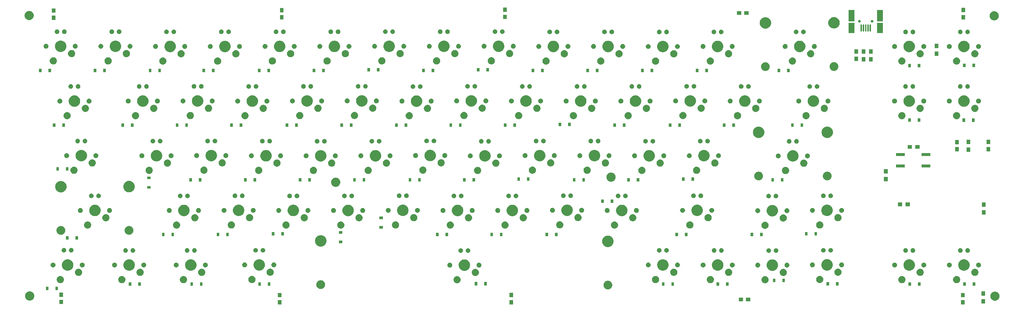
<source format=gbr>
G04 #@! TF.GenerationSoftware,KiCad,Pcbnew,(5.0.2)-1*
G04 #@! TF.CreationDate,2019-03-25T23:00:56+03:00*
G04 #@! TF.ProjectId,Mechanical Keyboard,4d656368-616e-4696-9361-6c204b657962,rev?*
G04 #@! TF.SameCoordinates,Original*
G04 #@! TF.FileFunction,Soldermask,Bot*
G04 #@! TF.FilePolarity,Negative*
%FSLAX46Y46*%
G04 Gerber Fmt 4.6, Leading zero omitted, Abs format (unit mm)*
G04 Created by KiCad (PCBNEW (5.0.2)-1) date 25.03.2019 23:00:56*
%MOMM*%
%LPD*%
G01*
G04 APERTURE LIST*
%ADD10C,0.100000*%
G04 APERTURE END LIST*
D10*
G36*
X369687000Y-183356000D02*
X368437000Y-183356000D01*
X368437000Y-181856000D01*
X369687000Y-181856000D01*
X369687000Y-183356000D01*
X369687000Y-183356000D01*
G37*
G36*
X131943000Y-183356000D02*
X130693000Y-183356000D01*
X130693000Y-181856000D01*
X131943000Y-181856000D01*
X131943000Y-183356000D01*
X131943000Y-183356000D01*
G37*
G36*
X212545000Y-183346000D02*
X211295000Y-183346000D01*
X211295000Y-181846000D01*
X212545000Y-181846000D01*
X212545000Y-183346000D01*
X212545000Y-183346000D01*
G37*
G36*
X55889689Y-183238132D02*
X54639689Y-183238132D01*
X54639689Y-181738132D01*
X55889689Y-181738132D01*
X55889689Y-183238132D01*
X55889689Y-183238132D01*
G37*
G36*
X376824000Y-183028000D02*
X375524000Y-183028000D01*
X375524000Y-181528000D01*
X376824000Y-181528000D01*
X376824000Y-183028000D01*
X376824000Y-183028000D01*
G37*
G36*
X295096000Y-182235000D02*
X293596000Y-182235000D01*
X293596000Y-180985000D01*
X295096000Y-180985000D01*
X295096000Y-182235000D01*
X295096000Y-182235000D01*
G37*
G36*
X292596000Y-182235000D02*
X291096000Y-182235000D01*
X291096000Y-180985000D01*
X292596000Y-180985000D01*
X292596000Y-182235000D01*
X292596000Y-182235000D01*
G37*
G36*
X380704703Y-178928486D02*
X380995883Y-179049097D01*
X381257944Y-179224201D01*
X381480799Y-179447056D01*
X381655903Y-179709117D01*
X381776514Y-180000297D01*
X381838000Y-180309412D01*
X381838000Y-180624588D01*
X381776514Y-180933703D01*
X381655903Y-181224883D01*
X381480799Y-181486944D01*
X381257944Y-181709799D01*
X380995883Y-181884903D01*
X380704703Y-182005514D01*
X380395588Y-182067000D01*
X380080412Y-182067000D01*
X379771297Y-182005514D01*
X379480117Y-181884903D01*
X379218056Y-181709799D01*
X378995201Y-181486944D01*
X378820097Y-181224883D01*
X378699486Y-180933703D01*
X378638000Y-180624588D01*
X378638000Y-180309412D01*
X378699486Y-180000297D01*
X378820097Y-179709117D01*
X378995201Y-179447056D01*
X379218056Y-179224201D01*
X379480117Y-179049097D01*
X379771297Y-178928486D01*
X380080412Y-178867000D01*
X380395588Y-178867000D01*
X380704703Y-178928486D01*
X380704703Y-178928486D01*
G37*
G36*
X44789703Y-178864986D02*
X45080883Y-178985597D01*
X45342944Y-179160701D01*
X45565799Y-179383556D01*
X45740903Y-179645617D01*
X45861514Y-179936797D01*
X45923000Y-180245912D01*
X45923000Y-180561088D01*
X45861514Y-180870203D01*
X45740903Y-181161383D01*
X45565799Y-181423444D01*
X45342944Y-181646299D01*
X45080883Y-181821403D01*
X44789703Y-181942014D01*
X44480588Y-182003500D01*
X44165412Y-182003500D01*
X43856297Y-181942014D01*
X43565117Y-181821403D01*
X43303056Y-181646299D01*
X43080201Y-181423444D01*
X42905097Y-181161383D01*
X42784486Y-180870203D01*
X42723000Y-180561088D01*
X42723000Y-180245912D01*
X42784486Y-179936797D01*
X42905097Y-179645617D01*
X43080201Y-179383556D01*
X43303056Y-179160701D01*
X43565117Y-178985597D01*
X43856297Y-178864986D01*
X44165412Y-178803500D01*
X44480588Y-178803500D01*
X44789703Y-178864986D01*
X44789703Y-178864986D01*
G37*
G36*
X369687000Y-180856000D02*
X368437000Y-180856000D01*
X368437000Y-179356000D01*
X369687000Y-179356000D01*
X369687000Y-180856000D01*
X369687000Y-180856000D01*
G37*
G36*
X131943000Y-180856000D02*
X130693000Y-180856000D01*
X130693000Y-179356000D01*
X131943000Y-179356000D01*
X131943000Y-180856000D01*
X131943000Y-180856000D01*
G37*
G36*
X212545000Y-180846000D02*
X211295000Y-180846000D01*
X211295000Y-179346000D01*
X212545000Y-179346000D01*
X212545000Y-180846000D01*
X212545000Y-180846000D01*
G37*
G36*
X55889689Y-180738132D02*
X54639689Y-180738132D01*
X54639689Y-179238132D01*
X55889689Y-179238132D01*
X55889689Y-180738132D01*
X55889689Y-180738132D01*
G37*
G36*
X376824000Y-180328000D02*
X375524000Y-180328000D01*
X375524000Y-178828000D01*
X376824000Y-178828000D01*
X376824000Y-180328000D01*
X376824000Y-180328000D01*
G37*
G36*
X54170000Y-178400000D02*
X53270000Y-178400000D01*
X53270000Y-177200000D01*
X54170000Y-177200000D01*
X54170000Y-178400000D01*
X54170000Y-178400000D01*
G37*
G36*
X50870000Y-178400000D02*
X49970000Y-178400000D01*
X49970000Y-177200000D01*
X50870000Y-177200000D01*
X50870000Y-178400000D01*
X50870000Y-178400000D01*
G37*
G36*
X245788245Y-175100522D02*
X245984534Y-175139566D01*
X246231695Y-175241944D01*
X246261885Y-175254449D01*
X246511496Y-175421234D01*
X246723766Y-175633504D01*
X246723768Y-175633507D01*
X246890551Y-175883115D01*
X247005434Y-176160466D01*
X247064000Y-176454899D01*
X247064000Y-176755101D01*
X247005434Y-177049534D01*
X246890551Y-177326885D01*
X246723766Y-177576496D01*
X246511496Y-177788766D01*
X246511493Y-177788768D01*
X246261885Y-177955551D01*
X245984534Y-178070434D01*
X245788245Y-178109478D01*
X245690102Y-178129000D01*
X245389898Y-178129000D01*
X245291755Y-178109478D01*
X245095466Y-178070434D01*
X244818115Y-177955551D01*
X244568507Y-177788768D01*
X244568504Y-177788766D01*
X244356234Y-177576496D01*
X244189449Y-177326885D01*
X244074566Y-177049534D01*
X244016000Y-176755101D01*
X244016000Y-176454899D01*
X244074566Y-176160466D01*
X244189449Y-175883115D01*
X244356232Y-175633507D01*
X244356234Y-175633504D01*
X244568504Y-175421234D01*
X244818115Y-175254449D01*
X244848305Y-175241944D01*
X245095466Y-175139566D01*
X245291755Y-175100522D01*
X245389898Y-175081000D01*
X245690102Y-175081000D01*
X245788245Y-175100522D01*
X245788245Y-175100522D01*
G37*
G36*
X145858245Y-174950522D02*
X146054534Y-174989566D01*
X146235483Y-175064518D01*
X146331885Y-175104449D01*
X146581496Y-175271234D01*
X146793766Y-175483504D01*
X146793768Y-175483507D01*
X146960551Y-175733115D01*
X147075434Y-176010466D01*
X147134000Y-176304899D01*
X147134000Y-176605101D01*
X147075434Y-176899534D01*
X146960551Y-177176885D01*
X146793766Y-177426496D01*
X146581496Y-177638766D01*
X146581493Y-177638768D01*
X146331885Y-177805551D01*
X146054534Y-177920434D01*
X145877988Y-177955551D01*
X145760102Y-177979000D01*
X145459898Y-177979000D01*
X145342012Y-177955551D01*
X145165466Y-177920434D01*
X144888115Y-177805551D01*
X144638507Y-177638768D01*
X144638504Y-177638766D01*
X144426234Y-177426496D01*
X144259449Y-177176885D01*
X144144566Y-176899534D01*
X144086000Y-176605101D01*
X144086000Y-176304899D01*
X144144566Y-176010466D01*
X144259449Y-175733115D01*
X144426232Y-175483507D01*
X144426234Y-175483504D01*
X144638504Y-175271234D01*
X144888115Y-175104449D01*
X144984517Y-175064518D01*
X145165466Y-174989566D01*
X145361755Y-174950522D01*
X145459898Y-174931000D01*
X145760102Y-174931000D01*
X145858245Y-174950522D01*
X145858245Y-174950522D01*
G37*
G36*
X351060000Y-176880000D02*
X350160000Y-176880000D01*
X350160000Y-175680000D01*
X351060000Y-175680000D01*
X351060000Y-176880000D01*
X351060000Y-176880000D01*
G37*
G36*
X354360000Y-176880000D02*
X353460000Y-176880000D01*
X353460000Y-175680000D01*
X354360000Y-175680000D01*
X354360000Y-176880000D01*
X354360000Y-176880000D01*
G37*
G36*
X268546000Y-176876000D02*
X267646000Y-176876000D01*
X267646000Y-175676000D01*
X268546000Y-175676000D01*
X268546000Y-176876000D01*
X268546000Y-176876000D01*
G37*
G36*
X124784000Y-176876000D02*
X123884000Y-176876000D01*
X123884000Y-175676000D01*
X124784000Y-175676000D01*
X124784000Y-176876000D01*
X124784000Y-176876000D01*
G37*
G36*
X128084000Y-176876000D02*
X127184000Y-176876000D01*
X127184000Y-175676000D01*
X128084000Y-175676000D01*
X128084000Y-176876000D01*
X128084000Y-176876000D01*
G37*
G36*
X265246000Y-176876000D02*
X264346000Y-176876000D01*
X264346000Y-175676000D01*
X265246000Y-175676000D01*
X265246000Y-176876000D01*
X265246000Y-176876000D01*
G37*
G36*
X104462000Y-176876000D02*
X103562000Y-176876000D01*
X103562000Y-175676000D01*
X104462000Y-175676000D01*
X104462000Y-176876000D01*
X104462000Y-176876000D01*
G37*
G36*
X82998000Y-176876000D02*
X82098000Y-176876000D01*
X82098000Y-175676000D01*
X82998000Y-175676000D01*
X82998000Y-176876000D01*
X82998000Y-176876000D01*
G37*
G36*
X79698000Y-176876000D02*
X78798000Y-176876000D01*
X78798000Y-175676000D01*
X79698000Y-175676000D01*
X79698000Y-176876000D01*
X79698000Y-176876000D01*
G37*
G36*
X101162000Y-176876000D02*
X100262000Y-176876000D01*
X100262000Y-175676000D01*
X101162000Y-175676000D01*
X101162000Y-176876000D01*
X101162000Y-176876000D01*
G37*
G36*
X373390000Y-176850000D02*
X372490000Y-176850000D01*
X372490000Y-175650000D01*
X373390000Y-175650000D01*
X373390000Y-176850000D01*
X373390000Y-176850000D01*
G37*
G36*
X370090000Y-176850000D02*
X369190000Y-176850000D01*
X369190000Y-175650000D01*
X370090000Y-175650000D01*
X370090000Y-176850000D01*
X370090000Y-176850000D01*
G37*
G36*
X284270000Y-176830000D02*
X283370000Y-176830000D01*
X283370000Y-175630000D01*
X284270000Y-175630000D01*
X284270000Y-176830000D01*
X284270000Y-176830000D01*
G37*
G36*
X287570000Y-176830000D02*
X286670000Y-176830000D01*
X286670000Y-175630000D01*
X287570000Y-175630000D01*
X287570000Y-176830000D01*
X287570000Y-176830000D01*
G37*
G36*
X322550000Y-176790000D02*
X321650000Y-176790000D01*
X321650000Y-175590000D01*
X322550000Y-175590000D01*
X322550000Y-176790000D01*
X322550000Y-176790000D01*
G37*
G36*
X325850000Y-176790000D02*
X324950000Y-176790000D01*
X324950000Y-175590000D01*
X325850000Y-175590000D01*
X325850000Y-176790000D01*
X325850000Y-176790000D01*
G37*
G36*
X203396000Y-176726000D02*
X202496000Y-176726000D01*
X202496000Y-175526000D01*
X203396000Y-175526000D01*
X203396000Y-176726000D01*
X203396000Y-176726000D01*
G37*
G36*
X200096000Y-176726000D02*
X199196000Y-176726000D01*
X199196000Y-175526000D01*
X200096000Y-175526000D01*
X200096000Y-176726000D01*
X200096000Y-176726000D01*
G37*
G36*
X300604518Y-173538344D02*
X300831946Y-173632548D01*
X301036625Y-173769310D01*
X301210690Y-173943375D01*
X301347452Y-174148054D01*
X301441656Y-174375482D01*
X301489680Y-174616917D01*
X301489680Y-174863083D01*
X301441656Y-175104518D01*
X301347452Y-175331946D01*
X301210690Y-175536625D01*
X301036625Y-175710690D01*
X300831946Y-175847452D01*
X300604518Y-175941656D01*
X300363083Y-175989680D01*
X300116917Y-175989680D01*
X299875482Y-175941656D01*
X299648054Y-175847452D01*
X299443375Y-175710690D01*
X299269310Y-175536625D01*
X299132548Y-175331946D01*
X299038344Y-175104518D01*
X298990320Y-174863083D01*
X298990320Y-174616917D01*
X299038344Y-174375482D01*
X299132548Y-174148054D01*
X299269310Y-173943375D01*
X299443375Y-173769310D01*
X299648054Y-173632548D01*
X299875482Y-173538344D01*
X300116917Y-173490320D01*
X300363083Y-173490320D01*
X300604518Y-173538344D01*
X300604518Y-173538344D01*
G37*
G36*
X193434518Y-173538344D02*
X193661946Y-173632548D01*
X193866625Y-173769310D01*
X194040690Y-173943375D01*
X194177452Y-174148054D01*
X194271656Y-174375482D01*
X194319680Y-174616917D01*
X194319680Y-174863083D01*
X194271656Y-175104518D01*
X194177452Y-175331946D01*
X194040690Y-175536625D01*
X193866625Y-175710690D01*
X193661946Y-175847452D01*
X193434518Y-175941656D01*
X193193083Y-175989680D01*
X192946917Y-175989680D01*
X192705482Y-175941656D01*
X192478054Y-175847452D01*
X192273375Y-175710690D01*
X192099310Y-175536625D01*
X191962548Y-175331946D01*
X191868344Y-175104518D01*
X191820320Y-174863083D01*
X191820320Y-174616917D01*
X191868344Y-174375482D01*
X191962548Y-174148054D01*
X192099310Y-173943375D01*
X192273375Y-173769310D01*
X192478054Y-173632548D01*
X192705482Y-173538344D01*
X192946917Y-173490320D01*
X193193083Y-173490320D01*
X193434518Y-173538344D01*
X193434518Y-173538344D01*
G37*
G36*
X348234518Y-173498344D02*
X348461946Y-173592548D01*
X348666625Y-173729310D01*
X348840690Y-173903375D01*
X348977452Y-174108054D01*
X349071656Y-174335482D01*
X349119680Y-174576917D01*
X349119680Y-174823083D01*
X349071656Y-175064518D01*
X348977452Y-175291946D01*
X348840690Y-175496625D01*
X348666625Y-175670690D01*
X348461946Y-175807452D01*
X348234518Y-175901656D01*
X347993083Y-175949680D01*
X347746917Y-175949680D01*
X347505482Y-175901656D01*
X347278054Y-175807452D01*
X347073375Y-175670690D01*
X346899310Y-175496625D01*
X346762548Y-175291946D01*
X346668344Y-175064518D01*
X346620320Y-174823083D01*
X346620320Y-174576917D01*
X346668344Y-174335482D01*
X346762548Y-174108054D01*
X346899310Y-173903375D01*
X347073375Y-173729310D01*
X347278054Y-173592548D01*
X347505482Y-173498344D01*
X347746917Y-173450320D01*
X347993083Y-173450320D01*
X348234518Y-173498344D01*
X348234518Y-173498344D01*
G37*
G36*
X98214518Y-173498344D02*
X98441946Y-173592548D01*
X98646625Y-173729310D01*
X98820690Y-173903375D01*
X98957452Y-174108054D01*
X99051656Y-174335482D01*
X99099680Y-174576917D01*
X99099680Y-174823083D01*
X99051656Y-175064518D01*
X98957452Y-175291946D01*
X98820690Y-175496625D01*
X98646625Y-175670690D01*
X98441946Y-175807452D01*
X98214518Y-175901656D01*
X97973083Y-175949680D01*
X97726917Y-175949680D01*
X97485482Y-175901656D01*
X97258054Y-175807452D01*
X97053375Y-175670690D01*
X96879310Y-175496625D01*
X96742548Y-175291946D01*
X96648344Y-175064518D01*
X96600320Y-174823083D01*
X96600320Y-174576917D01*
X96648344Y-174335482D01*
X96742548Y-174108054D01*
X96879310Y-173903375D01*
X97053375Y-173729310D01*
X97258054Y-173592548D01*
X97485482Y-173498344D01*
X97726917Y-173450320D01*
X97973083Y-173450320D01*
X98214518Y-173498344D01*
X98214518Y-173498344D01*
G37*
G36*
X367284518Y-173498344D02*
X367511946Y-173592548D01*
X367716625Y-173729310D01*
X367890690Y-173903375D01*
X368027452Y-174108054D01*
X368121656Y-174335482D01*
X368169680Y-174576917D01*
X368169680Y-174823083D01*
X368121656Y-175064518D01*
X368027452Y-175291946D01*
X367890690Y-175496625D01*
X367716625Y-175670690D01*
X367511946Y-175807452D01*
X367284518Y-175901656D01*
X367043083Y-175949680D01*
X366796917Y-175949680D01*
X366555482Y-175901656D01*
X366328054Y-175807452D01*
X366123375Y-175670690D01*
X365949310Y-175496625D01*
X365812548Y-175291946D01*
X365718344Y-175064518D01*
X365670320Y-174823083D01*
X365670320Y-174576917D01*
X365718344Y-174335482D01*
X365812548Y-174108054D01*
X365949310Y-173903375D01*
X366123375Y-173729310D01*
X366328054Y-173592548D01*
X366555482Y-173498344D01*
X366796917Y-173450320D01*
X367043083Y-173450320D01*
X367284518Y-173498344D01*
X367284518Y-173498344D01*
G37*
G36*
X281584518Y-173498344D02*
X281811946Y-173592548D01*
X282016625Y-173729310D01*
X282190690Y-173903375D01*
X282327452Y-174108054D01*
X282421656Y-174335482D01*
X282469680Y-174576917D01*
X282469680Y-174823083D01*
X282421656Y-175064518D01*
X282327452Y-175291946D01*
X282190690Y-175496625D01*
X282016625Y-175670690D01*
X281811946Y-175807452D01*
X281584518Y-175901656D01*
X281343083Y-175949680D01*
X281096917Y-175949680D01*
X280855482Y-175901656D01*
X280628054Y-175807452D01*
X280423375Y-175670690D01*
X280249310Y-175496625D01*
X280112548Y-175291946D01*
X280018344Y-175064518D01*
X279970320Y-174823083D01*
X279970320Y-174576917D01*
X280018344Y-174335482D01*
X280112548Y-174108054D01*
X280249310Y-173903375D01*
X280423375Y-173729310D01*
X280628054Y-173592548D01*
X280855482Y-173498344D01*
X281096917Y-173450320D01*
X281343083Y-173450320D01*
X281584518Y-173498344D01*
X281584518Y-173498344D01*
G37*
G36*
X76764518Y-173498344D02*
X76991946Y-173592548D01*
X77196625Y-173729310D01*
X77370690Y-173903375D01*
X77507452Y-174108054D01*
X77601656Y-174335482D01*
X77649680Y-174576917D01*
X77649680Y-174823083D01*
X77601656Y-175064518D01*
X77507452Y-175291946D01*
X77370690Y-175496625D01*
X77196625Y-175670690D01*
X76991946Y-175807452D01*
X76764518Y-175901656D01*
X76523083Y-175949680D01*
X76276917Y-175949680D01*
X76035482Y-175901656D01*
X75808054Y-175807452D01*
X75603375Y-175670690D01*
X75429310Y-175496625D01*
X75292548Y-175291946D01*
X75198344Y-175064518D01*
X75150320Y-174823083D01*
X75150320Y-174576917D01*
X75198344Y-174335482D01*
X75292548Y-174108054D01*
X75429310Y-173903375D01*
X75603375Y-173729310D01*
X75808054Y-173592548D01*
X76035482Y-173498344D01*
X76276917Y-173450320D01*
X76523083Y-173450320D01*
X76764518Y-173498344D01*
X76764518Y-173498344D01*
G37*
G36*
X55354518Y-173498344D02*
X55581946Y-173592548D01*
X55786625Y-173729310D01*
X55960690Y-173903375D01*
X56097452Y-174108054D01*
X56191656Y-174335482D01*
X56239680Y-174576917D01*
X56239680Y-174823083D01*
X56191656Y-175064518D01*
X56097452Y-175291946D01*
X55960690Y-175496625D01*
X55786625Y-175670690D01*
X55581946Y-175807452D01*
X55354518Y-175901656D01*
X55113083Y-175949680D01*
X54866917Y-175949680D01*
X54625482Y-175901656D01*
X54398054Y-175807452D01*
X54193375Y-175670690D01*
X54019310Y-175496625D01*
X53882548Y-175291946D01*
X53788344Y-175064518D01*
X53740320Y-174823083D01*
X53740320Y-174576917D01*
X53788344Y-174335482D01*
X53882548Y-174108054D01*
X54019310Y-173903375D01*
X54193375Y-173729310D01*
X54398054Y-173592548D01*
X54625482Y-173498344D01*
X54866917Y-173450320D01*
X55113083Y-173450320D01*
X55354518Y-173498344D01*
X55354518Y-173498344D01*
G37*
G36*
X262504518Y-173478344D02*
X262731946Y-173572548D01*
X262936625Y-173709310D01*
X263110690Y-173883375D01*
X263247452Y-174088054D01*
X263341656Y-174315482D01*
X263389680Y-174556917D01*
X263389680Y-174803083D01*
X263341656Y-175044518D01*
X263247452Y-175271946D01*
X263110690Y-175476625D01*
X262936625Y-175650690D01*
X262731946Y-175787452D01*
X262504518Y-175881656D01*
X262263083Y-175929680D01*
X262016917Y-175929680D01*
X261775482Y-175881656D01*
X261548054Y-175787452D01*
X261343375Y-175650690D01*
X261169310Y-175476625D01*
X261032548Y-175271946D01*
X260938344Y-175044518D01*
X260890320Y-174803083D01*
X260890320Y-174556917D01*
X260938344Y-174315482D01*
X261032548Y-174088054D01*
X261169310Y-173883375D01*
X261343375Y-173709310D01*
X261548054Y-173572548D01*
X261775482Y-173478344D01*
X262016917Y-173430320D01*
X262263083Y-173430320D01*
X262504518Y-173478344D01*
X262504518Y-173478344D01*
G37*
G36*
X122034518Y-173458344D02*
X122261946Y-173552548D01*
X122466625Y-173689310D01*
X122640690Y-173863375D01*
X122777452Y-174068054D01*
X122871656Y-174295482D01*
X122919680Y-174536917D01*
X122919680Y-174783083D01*
X122871656Y-175024518D01*
X122777452Y-175251946D01*
X122640690Y-175456625D01*
X122466625Y-175630690D01*
X122261946Y-175767452D01*
X122034518Y-175861656D01*
X121793083Y-175909680D01*
X121546917Y-175909680D01*
X121305482Y-175861656D01*
X121078054Y-175767452D01*
X120873375Y-175630690D01*
X120699310Y-175456625D01*
X120562548Y-175251946D01*
X120468344Y-175024518D01*
X120420320Y-174783083D01*
X120420320Y-174536917D01*
X120468344Y-174295482D01*
X120562548Y-174068054D01*
X120699310Y-173863375D01*
X120873375Y-173689310D01*
X121078054Y-173552548D01*
X121305482Y-173458344D01*
X121546917Y-173410320D01*
X121793083Y-173410320D01*
X122034518Y-173458344D01*
X122034518Y-173458344D01*
G37*
G36*
X319634518Y-173448344D02*
X319861946Y-173542548D01*
X320066625Y-173679310D01*
X320240690Y-173853375D01*
X320377452Y-174058054D01*
X320471656Y-174285482D01*
X320519680Y-174526917D01*
X320519680Y-174773083D01*
X320471656Y-175014518D01*
X320377452Y-175241946D01*
X320240690Y-175446625D01*
X320066625Y-175620690D01*
X319861946Y-175757452D01*
X319634518Y-175851656D01*
X319393083Y-175899680D01*
X319146917Y-175899680D01*
X318905482Y-175851656D01*
X318678054Y-175757452D01*
X318473375Y-175620690D01*
X318299310Y-175446625D01*
X318162548Y-175241946D01*
X318068344Y-175014518D01*
X318020320Y-174773083D01*
X318020320Y-174526917D01*
X318068344Y-174285482D01*
X318162548Y-174058054D01*
X318299310Y-173853375D01*
X318473375Y-173679310D01*
X318678054Y-173542548D01*
X318905482Y-173448344D01*
X319146917Y-173400320D01*
X319393083Y-173400320D01*
X319634518Y-173448344D01*
X319634518Y-173448344D01*
G37*
G36*
X303854000Y-175606000D02*
X302954000Y-175606000D01*
X302954000Y-174406000D01*
X303854000Y-174406000D01*
X303854000Y-175606000D01*
X303854000Y-175606000D01*
G37*
G36*
X307154000Y-175606000D02*
X306254000Y-175606000D01*
X306254000Y-174406000D01*
X307154000Y-174406000D01*
X307154000Y-175606000D01*
X307154000Y-175606000D01*
G37*
G36*
X199784518Y-170998344D02*
X200011946Y-171092548D01*
X200216625Y-171229310D01*
X200390690Y-171403375D01*
X200527452Y-171608054D01*
X200621656Y-171835482D01*
X200669680Y-172076917D01*
X200669680Y-172323083D01*
X200621656Y-172564518D01*
X200527452Y-172791946D01*
X200390690Y-172996625D01*
X200216625Y-173170690D01*
X200011946Y-173307452D01*
X199784518Y-173401656D01*
X199543083Y-173449680D01*
X199296917Y-173449680D01*
X199055482Y-173401656D01*
X198828054Y-173307452D01*
X198623375Y-173170690D01*
X198449310Y-172996625D01*
X198312548Y-172791946D01*
X198218344Y-172564518D01*
X198170320Y-172323083D01*
X198170320Y-172076917D01*
X198218344Y-171835482D01*
X198312548Y-171608054D01*
X198449310Y-171403375D01*
X198623375Y-171229310D01*
X198828054Y-171092548D01*
X199055482Y-170998344D01*
X199296917Y-170950320D01*
X199543083Y-170950320D01*
X199784518Y-170998344D01*
X199784518Y-170998344D01*
G37*
G36*
X306954518Y-170998344D02*
X307181946Y-171092548D01*
X307386625Y-171229310D01*
X307560690Y-171403375D01*
X307697452Y-171608054D01*
X307791656Y-171835482D01*
X307839680Y-172076917D01*
X307839680Y-172323083D01*
X307791656Y-172564518D01*
X307697452Y-172791946D01*
X307560690Y-172996625D01*
X307386625Y-173170690D01*
X307181946Y-173307452D01*
X306954518Y-173401656D01*
X306713083Y-173449680D01*
X306466917Y-173449680D01*
X306225482Y-173401656D01*
X305998054Y-173307452D01*
X305793375Y-173170690D01*
X305619310Y-172996625D01*
X305482548Y-172791946D01*
X305388344Y-172564518D01*
X305340320Y-172323083D01*
X305340320Y-172076917D01*
X305388344Y-171835482D01*
X305482548Y-171608054D01*
X305619310Y-171403375D01*
X305793375Y-171229310D01*
X305998054Y-171092548D01*
X306225482Y-170998344D01*
X306466917Y-170950320D01*
X306713083Y-170950320D01*
X306954518Y-170998344D01*
X306954518Y-170998344D01*
G37*
G36*
X287934518Y-170958344D02*
X288161946Y-171052548D01*
X288366625Y-171189310D01*
X288540690Y-171363375D01*
X288677452Y-171568054D01*
X288771656Y-171795482D01*
X288819680Y-172036917D01*
X288819680Y-172283083D01*
X288771656Y-172524518D01*
X288677452Y-172751946D01*
X288540690Y-172956625D01*
X288366625Y-173130690D01*
X288161946Y-173267452D01*
X287934518Y-173361656D01*
X287693083Y-173409680D01*
X287446917Y-173409680D01*
X287205482Y-173361656D01*
X286978054Y-173267452D01*
X286773375Y-173130690D01*
X286599310Y-172956625D01*
X286462548Y-172751946D01*
X286368344Y-172524518D01*
X286320320Y-172283083D01*
X286320320Y-172036917D01*
X286368344Y-171795482D01*
X286462548Y-171568054D01*
X286599310Y-171363375D01*
X286773375Y-171189310D01*
X286978054Y-171052548D01*
X287205482Y-170958344D01*
X287446917Y-170910320D01*
X287693083Y-170910320D01*
X287934518Y-170958344D01*
X287934518Y-170958344D01*
G37*
G36*
X373634518Y-170958344D02*
X373861946Y-171052548D01*
X374066625Y-171189310D01*
X374240690Y-171363375D01*
X374377452Y-171568054D01*
X374471656Y-171795482D01*
X374519680Y-172036917D01*
X374519680Y-172283083D01*
X374471656Y-172524518D01*
X374377452Y-172751946D01*
X374240690Y-172956625D01*
X374066625Y-173130690D01*
X373861946Y-173267452D01*
X373634518Y-173361656D01*
X373393083Y-173409680D01*
X373146917Y-173409680D01*
X372905482Y-173361656D01*
X372678054Y-173267452D01*
X372473375Y-173130690D01*
X372299310Y-172956625D01*
X372162548Y-172751946D01*
X372068344Y-172524518D01*
X372020320Y-172283083D01*
X372020320Y-172036917D01*
X372068344Y-171795482D01*
X372162548Y-171568054D01*
X372299310Y-171363375D01*
X372473375Y-171189310D01*
X372678054Y-171052548D01*
X372905482Y-170958344D01*
X373146917Y-170910320D01*
X373393083Y-170910320D01*
X373634518Y-170958344D01*
X373634518Y-170958344D01*
G37*
G36*
X104564518Y-170958344D02*
X104791946Y-171052548D01*
X104996625Y-171189310D01*
X105170690Y-171363375D01*
X105307452Y-171568054D01*
X105401656Y-171795482D01*
X105449680Y-172036917D01*
X105449680Y-172283083D01*
X105401656Y-172524518D01*
X105307452Y-172751946D01*
X105170690Y-172956625D01*
X104996625Y-173130690D01*
X104791946Y-173267452D01*
X104564518Y-173361656D01*
X104323083Y-173409680D01*
X104076917Y-173409680D01*
X103835482Y-173361656D01*
X103608054Y-173267452D01*
X103403375Y-173130690D01*
X103229310Y-172956625D01*
X103092548Y-172751946D01*
X102998344Y-172524518D01*
X102950320Y-172283083D01*
X102950320Y-172036917D01*
X102998344Y-171795482D01*
X103092548Y-171568054D01*
X103229310Y-171363375D01*
X103403375Y-171189310D01*
X103608054Y-171052548D01*
X103835482Y-170958344D01*
X104076917Y-170910320D01*
X104323083Y-170910320D01*
X104564518Y-170958344D01*
X104564518Y-170958344D01*
G37*
G36*
X83114518Y-170958344D02*
X83341946Y-171052548D01*
X83546625Y-171189310D01*
X83720690Y-171363375D01*
X83857452Y-171568054D01*
X83951656Y-171795482D01*
X83999680Y-172036917D01*
X83999680Y-172283083D01*
X83951656Y-172524518D01*
X83857452Y-172751946D01*
X83720690Y-172956625D01*
X83546625Y-173130690D01*
X83341946Y-173267452D01*
X83114518Y-173361656D01*
X82873083Y-173409680D01*
X82626917Y-173409680D01*
X82385482Y-173361656D01*
X82158054Y-173267452D01*
X81953375Y-173130690D01*
X81779310Y-172956625D01*
X81642548Y-172751946D01*
X81548344Y-172524518D01*
X81500320Y-172283083D01*
X81500320Y-172036917D01*
X81548344Y-171795482D01*
X81642548Y-171568054D01*
X81779310Y-171363375D01*
X81953375Y-171189310D01*
X82158054Y-171052548D01*
X82385482Y-170958344D01*
X82626917Y-170910320D01*
X82873083Y-170910320D01*
X83114518Y-170958344D01*
X83114518Y-170958344D01*
G37*
G36*
X61704518Y-170958344D02*
X61931946Y-171052548D01*
X62136625Y-171189310D01*
X62310690Y-171363375D01*
X62447452Y-171568054D01*
X62541656Y-171795482D01*
X62589680Y-172036917D01*
X62589680Y-172283083D01*
X62541656Y-172524518D01*
X62447452Y-172751946D01*
X62310690Y-172956625D01*
X62136625Y-173130690D01*
X61931946Y-173267452D01*
X61704518Y-173361656D01*
X61463083Y-173409680D01*
X61216917Y-173409680D01*
X60975482Y-173361656D01*
X60748054Y-173267452D01*
X60543375Y-173130690D01*
X60369310Y-172956625D01*
X60232548Y-172751946D01*
X60138344Y-172524518D01*
X60090320Y-172283083D01*
X60090320Y-172036917D01*
X60138344Y-171795482D01*
X60232548Y-171568054D01*
X60369310Y-171363375D01*
X60543375Y-171189310D01*
X60748054Y-171052548D01*
X60975482Y-170958344D01*
X61216917Y-170910320D01*
X61463083Y-170910320D01*
X61704518Y-170958344D01*
X61704518Y-170958344D01*
G37*
G36*
X354584518Y-170958344D02*
X354811946Y-171052548D01*
X355016625Y-171189310D01*
X355190690Y-171363375D01*
X355327452Y-171568054D01*
X355421656Y-171795482D01*
X355469680Y-172036917D01*
X355469680Y-172283083D01*
X355421656Y-172524518D01*
X355327452Y-172751946D01*
X355190690Y-172956625D01*
X355016625Y-173130690D01*
X354811946Y-173267452D01*
X354584518Y-173361656D01*
X354343083Y-173409680D01*
X354096917Y-173409680D01*
X353855482Y-173361656D01*
X353628054Y-173267452D01*
X353423375Y-173130690D01*
X353249310Y-172956625D01*
X353112548Y-172751946D01*
X353018344Y-172524518D01*
X352970320Y-172283083D01*
X352970320Y-172036917D01*
X353018344Y-171795482D01*
X353112548Y-171568054D01*
X353249310Y-171363375D01*
X353423375Y-171189310D01*
X353628054Y-171052548D01*
X353855482Y-170958344D01*
X354096917Y-170910320D01*
X354343083Y-170910320D01*
X354584518Y-170958344D01*
X354584518Y-170958344D01*
G37*
G36*
X268854518Y-170938344D02*
X269081946Y-171032548D01*
X269286625Y-171169310D01*
X269460690Y-171343375D01*
X269597452Y-171548054D01*
X269691656Y-171775482D01*
X269739680Y-172016917D01*
X269739680Y-172263083D01*
X269691656Y-172504518D01*
X269597452Y-172731946D01*
X269460690Y-172936625D01*
X269286625Y-173110690D01*
X269081946Y-173247452D01*
X268854518Y-173341656D01*
X268613083Y-173389680D01*
X268366917Y-173389680D01*
X268125482Y-173341656D01*
X267898054Y-173247452D01*
X267693375Y-173110690D01*
X267519310Y-172936625D01*
X267382548Y-172731946D01*
X267288344Y-172504518D01*
X267240320Y-172263083D01*
X267240320Y-172016917D01*
X267288344Y-171775482D01*
X267382548Y-171548054D01*
X267519310Y-171343375D01*
X267693375Y-171169310D01*
X267898054Y-171032548D01*
X268125482Y-170938344D01*
X268366917Y-170890320D01*
X268613083Y-170890320D01*
X268854518Y-170938344D01*
X268854518Y-170938344D01*
G37*
G36*
X128384518Y-170918344D02*
X128611946Y-171012548D01*
X128816625Y-171149310D01*
X128990690Y-171323375D01*
X129127452Y-171528054D01*
X129221656Y-171755482D01*
X129269680Y-171996917D01*
X129269680Y-172243083D01*
X129221656Y-172484518D01*
X129127452Y-172711946D01*
X128990690Y-172916625D01*
X128816625Y-173090690D01*
X128611946Y-173227452D01*
X128384518Y-173321656D01*
X128143083Y-173369680D01*
X127896917Y-173369680D01*
X127655482Y-173321656D01*
X127428054Y-173227452D01*
X127223375Y-173090690D01*
X127049310Y-172916625D01*
X126912548Y-172711946D01*
X126818344Y-172484518D01*
X126770320Y-172243083D01*
X126770320Y-171996917D01*
X126818344Y-171755482D01*
X126912548Y-171528054D01*
X127049310Y-171323375D01*
X127223375Y-171149310D01*
X127428054Y-171012548D01*
X127655482Y-170918344D01*
X127896917Y-170870320D01*
X128143083Y-170870320D01*
X128384518Y-170918344D01*
X128384518Y-170918344D01*
G37*
G36*
X325984518Y-170908344D02*
X326211946Y-171002548D01*
X326416625Y-171139310D01*
X326590690Y-171313375D01*
X326727452Y-171518054D01*
X326821656Y-171745482D01*
X326869680Y-171986917D01*
X326869680Y-172233083D01*
X326821656Y-172474518D01*
X326727452Y-172701946D01*
X326590690Y-172906625D01*
X326416625Y-173080690D01*
X326211946Y-173217452D01*
X325984518Y-173311656D01*
X325743083Y-173359680D01*
X325496917Y-173359680D01*
X325255482Y-173311656D01*
X325028054Y-173217452D01*
X324823375Y-173080690D01*
X324649310Y-172906625D01*
X324512548Y-172701946D01*
X324418344Y-172474518D01*
X324370320Y-172233083D01*
X324370320Y-171986917D01*
X324418344Y-171745482D01*
X324512548Y-171518054D01*
X324649310Y-171313375D01*
X324823375Y-171139310D01*
X325028054Y-171002548D01*
X325255482Y-170908344D01*
X325496917Y-170860320D01*
X325743083Y-170860320D01*
X325984518Y-170908344D01*
X325984518Y-170908344D01*
G37*
G36*
X195888848Y-167686388D02*
X196190488Y-167746388D01*
X196552661Y-167896405D01*
X196818744Y-168074196D01*
X196878611Y-168114198D01*
X197155802Y-168391389D01*
X197155804Y-168391392D01*
X197373595Y-168717339D01*
X197523148Y-169078392D01*
X197523612Y-169079513D01*
X197600090Y-169463992D01*
X197600090Y-169856008D01*
X197566982Y-170022450D01*
X197523612Y-170240488D01*
X197373595Y-170602661D01*
X197195895Y-170868608D01*
X197155802Y-170928611D01*
X196878611Y-171205802D01*
X196878608Y-171205804D01*
X196552661Y-171423595D01*
X196190488Y-171573612D01*
X196107647Y-171590090D01*
X195806008Y-171650090D01*
X195413992Y-171650090D01*
X195112353Y-171590090D01*
X195029512Y-171573612D01*
X194667339Y-171423595D01*
X194341392Y-171205804D01*
X194341389Y-171205802D01*
X194064198Y-170928611D01*
X194024105Y-170868608D01*
X193846405Y-170602661D01*
X193696388Y-170240488D01*
X193653018Y-170022450D01*
X193619910Y-169856008D01*
X193619910Y-169463992D01*
X193696388Y-169079513D01*
X193696852Y-169078392D01*
X193846405Y-168717339D01*
X194064196Y-168391392D01*
X194064198Y-168391389D01*
X194341389Y-168114198D01*
X194401256Y-168074196D01*
X194667339Y-167896405D01*
X195029512Y-167746388D01*
X195331152Y-167686388D01*
X195413992Y-167669910D01*
X195806008Y-167669910D01*
X195888848Y-167686388D01*
X195888848Y-167686388D01*
G37*
G36*
X303058848Y-167686388D02*
X303360488Y-167746388D01*
X303722661Y-167896405D01*
X303988744Y-168074196D01*
X304048611Y-168114198D01*
X304325802Y-168391389D01*
X304325804Y-168391392D01*
X304543595Y-168717339D01*
X304693148Y-169078392D01*
X304693612Y-169079513D01*
X304770090Y-169463992D01*
X304770090Y-169856008D01*
X304736982Y-170022450D01*
X304693612Y-170240488D01*
X304543595Y-170602661D01*
X304365895Y-170868608D01*
X304325802Y-170928611D01*
X304048611Y-171205802D01*
X304048608Y-171205804D01*
X303722661Y-171423595D01*
X303360488Y-171573612D01*
X303277647Y-171590090D01*
X302976008Y-171650090D01*
X302583992Y-171650090D01*
X302282353Y-171590090D01*
X302199512Y-171573612D01*
X301837339Y-171423595D01*
X301511392Y-171205804D01*
X301511389Y-171205802D01*
X301234198Y-170928611D01*
X301194105Y-170868608D01*
X301016405Y-170602661D01*
X300866388Y-170240488D01*
X300823018Y-170022450D01*
X300789910Y-169856008D01*
X300789910Y-169463992D01*
X300866388Y-169079513D01*
X300866852Y-169078392D01*
X301016405Y-168717339D01*
X301234196Y-168391392D01*
X301234198Y-168391389D01*
X301511389Y-168114198D01*
X301571256Y-168074196D01*
X301837339Y-167896405D01*
X302199512Y-167746388D01*
X302501152Y-167686388D01*
X302583992Y-167669910D01*
X302976008Y-167669910D01*
X303058848Y-167686388D01*
X303058848Y-167686388D01*
G37*
G36*
X369789121Y-167656388D02*
X370040488Y-167706388D01*
X370402661Y-167856405D01*
X370653778Y-168024196D01*
X370728611Y-168074198D01*
X371005802Y-168351389D01*
X371005804Y-168351392D01*
X371223595Y-168677339D01*
X371373612Y-169039512D01*
X371405048Y-169197550D01*
X371450090Y-169423992D01*
X371450090Y-169816008D01*
X371439782Y-169867828D01*
X371373612Y-170200488D01*
X371223595Y-170562661D01*
X371039213Y-170838608D01*
X371005802Y-170888611D01*
X370728611Y-171165802D01*
X370728608Y-171165804D01*
X370402661Y-171383595D01*
X370040488Y-171533612D01*
X369907374Y-171560090D01*
X369656008Y-171610090D01*
X369263992Y-171610090D01*
X369012626Y-171560090D01*
X368879512Y-171533612D01*
X368517339Y-171383595D01*
X368191392Y-171165804D01*
X368191389Y-171165802D01*
X367914198Y-170888611D01*
X367880787Y-170838608D01*
X367696405Y-170562661D01*
X367546388Y-170200488D01*
X367480218Y-169867828D01*
X367469910Y-169816008D01*
X367469910Y-169423992D01*
X367514952Y-169197550D01*
X367546388Y-169039512D01*
X367696405Y-168677339D01*
X367914196Y-168351392D01*
X367914198Y-168351389D01*
X368191389Y-168074198D01*
X368266222Y-168024196D01*
X368517339Y-167856405D01*
X368879512Y-167706388D01*
X369130879Y-167656388D01*
X369263992Y-167629910D01*
X369656008Y-167629910D01*
X369789121Y-167656388D01*
X369789121Y-167656388D01*
G37*
G36*
X57859121Y-167656388D02*
X58110488Y-167706388D01*
X58472661Y-167856405D01*
X58723778Y-168024196D01*
X58798611Y-168074198D01*
X59075802Y-168351389D01*
X59075804Y-168351392D01*
X59293595Y-168677339D01*
X59443612Y-169039512D01*
X59475048Y-169197550D01*
X59520090Y-169423992D01*
X59520090Y-169816008D01*
X59509782Y-169867828D01*
X59443612Y-170200488D01*
X59293595Y-170562661D01*
X59109213Y-170838608D01*
X59075802Y-170888611D01*
X58798611Y-171165802D01*
X58798608Y-171165804D01*
X58472661Y-171383595D01*
X58110488Y-171533612D01*
X57977374Y-171560090D01*
X57726008Y-171610090D01*
X57333992Y-171610090D01*
X57082626Y-171560090D01*
X56949512Y-171533612D01*
X56587339Y-171383595D01*
X56261392Y-171165804D01*
X56261389Y-171165802D01*
X55984198Y-170888611D01*
X55950787Y-170838608D01*
X55766405Y-170562661D01*
X55616388Y-170200488D01*
X55550218Y-169867828D01*
X55539910Y-169816008D01*
X55539910Y-169423992D01*
X55584952Y-169197550D01*
X55616388Y-169039512D01*
X55766405Y-168677339D01*
X55984196Y-168351392D01*
X55984198Y-168351389D01*
X56261389Y-168074198D01*
X56336222Y-168024196D01*
X56587339Y-167856405D01*
X56949512Y-167706388D01*
X57200879Y-167656388D01*
X57333992Y-167629910D01*
X57726008Y-167629910D01*
X57859121Y-167656388D01*
X57859121Y-167656388D01*
G37*
G36*
X100719121Y-167656388D02*
X100970488Y-167706388D01*
X101332661Y-167856405D01*
X101583778Y-168024196D01*
X101658611Y-168074198D01*
X101935802Y-168351389D01*
X101935804Y-168351392D01*
X102153595Y-168677339D01*
X102303612Y-169039512D01*
X102335048Y-169197550D01*
X102380090Y-169423992D01*
X102380090Y-169816008D01*
X102369782Y-169867828D01*
X102303612Y-170200488D01*
X102153595Y-170562661D01*
X101969213Y-170838608D01*
X101935802Y-170888611D01*
X101658611Y-171165802D01*
X101658608Y-171165804D01*
X101332661Y-171383595D01*
X100970488Y-171533612D01*
X100837374Y-171560090D01*
X100586008Y-171610090D01*
X100193992Y-171610090D01*
X99942626Y-171560090D01*
X99809512Y-171533612D01*
X99447339Y-171383595D01*
X99121392Y-171165804D01*
X99121389Y-171165802D01*
X98844198Y-170888611D01*
X98810787Y-170838608D01*
X98626405Y-170562661D01*
X98476388Y-170200488D01*
X98410218Y-169867828D01*
X98399910Y-169816008D01*
X98399910Y-169423992D01*
X98444952Y-169197550D01*
X98476388Y-169039512D01*
X98626405Y-168677339D01*
X98844196Y-168351392D01*
X98844198Y-168351389D01*
X99121389Y-168074198D01*
X99196222Y-168024196D01*
X99447339Y-167856405D01*
X99809512Y-167706388D01*
X100060879Y-167656388D01*
X100193992Y-167629910D01*
X100586008Y-167629910D01*
X100719121Y-167656388D01*
X100719121Y-167656388D01*
G37*
G36*
X79269121Y-167656388D02*
X79520488Y-167706388D01*
X79882661Y-167856405D01*
X80133778Y-168024196D01*
X80208611Y-168074198D01*
X80485802Y-168351389D01*
X80485804Y-168351392D01*
X80703595Y-168677339D01*
X80853612Y-169039512D01*
X80885048Y-169197550D01*
X80930090Y-169423992D01*
X80930090Y-169816008D01*
X80919782Y-169867828D01*
X80853612Y-170200488D01*
X80703595Y-170562661D01*
X80519213Y-170838608D01*
X80485802Y-170888611D01*
X80208611Y-171165802D01*
X80208608Y-171165804D01*
X79882661Y-171383595D01*
X79520488Y-171533612D01*
X79387374Y-171560090D01*
X79136008Y-171610090D01*
X78743992Y-171610090D01*
X78492626Y-171560090D01*
X78359512Y-171533612D01*
X77997339Y-171383595D01*
X77671392Y-171165804D01*
X77671389Y-171165802D01*
X77394198Y-170888611D01*
X77360787Y-170838608D01*
X77176405Y-170562661D01*
X77026388Y-170200488D01*
X76960218Y-169867828D01*
X76949910Y-169816008D01*
X76949910Y-169423992D01*
X76994952Y-169197550D01*
X77026388Y-169039512D01*
X77176405Y-168677339D01*
X77394196Y-168351392D01*
X77394198Y-168351389D01*
X77671389Y-168074198D01*
X77746222Y-168024196D01*
X77997339Y-167856405D01*
X78359512Y-167706388D01*
X78610879Y-167656388D01*
X78743992Y-167629910D01*
X79136008Y-167629910D01*
X79269121Y-167656388D01*
X79269121Y-167656388D01*
G37*
G36*
X350739121Y-167656388D02*
X350990488Y-167706388D01*
X351352661Y-167856405D01*
X351603778Y-168024196D01*
X351678611Y-168074198D01*
X351955802Y-168351389D01*
X351955804Y-168351392D01*
X352173595Y-168677339D01*
X352323612Y-169039512D01*
X352355048Y-169197550D01*
X352400090Y-169423992D01*
X352400090Y-169816008D01*
X352389782Y-169867828D01*
X352323612Y-170200488D01*
X352173595Y-170562661D01*
X351989213Y-170838608D01*
X351955802Y-170888611D01*
X351678611Y-171165802D01*
X351678608Y-171165804D01*
X351352661Y-171383595D01*
X350990488Y-171533612D01*
X350857374Y-171560090D01*
X350606008Y-171610090D01*
X350213992Y-171610090D01*
X349962626Y-171560090D01*
X349829512Y-171533612D01*
X349467339Y-171383595D01*
X349141392Y-171165804D01*
X349141389Y-171165802D01*
X348864198Y-170888611D01*
X348830787Y-170838608D01*
X348646405Y-170562661D01*
X348496388Y-170200488D01*
X348430218Y-169867828D01*
X348419910Y-169816008D01*
X348419910Y-169423992D01*
X348464952Y-169197550D01*
X348496388Y-169039512D01*
X348646405Y-168677339D01*
X348864196Y-168351392D01*
X348864198Y-168351389D01*
X349141389Y-168074198D01*
X349216222Y-168024196D01*
X349467339Y-167856405D01*
X349829512Y-167706388D01*
X350080879Y-167656388D01*
X350213992Y-167629910D01*
X350606008Y-167629910D01*
X350739121Y-167656388D01*
X350739121Y-167656388D01*
G37*
G36*
X284089121Y-167656388D02*
X284340488Y-167706388D01*
X284702661Y-167856405D01*
X284953778Y-168024196D01*
X285028611Y-168074198D01*
X285305802Y-168351389D01*
X285305804Y-168351392D01*
X285523595Y-168677339D01*
X285673612Y-169039512D01*
X285705048Y-169197550D01*
X285750090Y-169423992D01*
X285750090Y-169816008D01*
X285739782Y-169867828D01*
X285673612Y-170200488D01*
X285523595Y-170562661D01*
X285339213Y-170838608D01*
X285305802Y-170888611D01*
X285028611Y-171165802D01*
X285028608Y-171165804D01*
X284702661Y-171383595D01*
X284340488Y-171533612D01*
X284207374Y-171560090D01*
X283956008Y-171610090D01*
X283563992Y-171610090D01*
X283312626Y-171560090D01*
X283179512Y-171533612D01*
X282817339Y-171383595D01*
X282491392Y-171165804D01*
X282491389Y-171165802D01*
X282214198Y-170888611D01*
X282180787Y-170838608D01*
X281996405Y-170562661D01*
X281846388Y-170200488D01*
X281780218Y-169867828D01*
X281769910Y-169816008D01*
X281769910Y-169423992D01*
X281814952Y-169197550D01*
X281846388Y-169039512D01*
X281996405Y-168677339D01*
X282214196Y-168351392D01*
X282214198Y-168351389D01*
X282491389Y-168074198D01*
X282566222Y-168024196D01*
X282817339Y-167856405D01*
X283179512Y-167706388D01*
X283430879Y-167656388D01*
X283563992Y-167629910D01*
X283956008Y-167629910D01*
X284089121Y-167656388D01*
X284089121Y-167656388D01*
G37*
G36*
X264976554Y-167629910D02*
X265260488Y-167686388D01*
X265622661Y-167836405D01*
X265712457Y-167896405D01*
X265948611Y-168054198D01*
X266225802Y-168331389D01*
X266225804Y-168331392D01*
X266443595Y-168657339D01*
X266593612Y-169019512D01*
X266625048Y-169177550D01*
X266670090Y-169403992D01*
X266670090Y-169796008D01*
X266634993Y-169972450D01*
X266593612Y-170180488D01*
X266443595Y-170542661D01*
X266403504Y-170602661D01*
X266225802Y-170868611D01*
X265948611Y-171145802D01*
X265948608Y-171145804D01*
X265622661Y-171363595D01*
X265260488Y-171513612D01*
X265159941Y-171533612D01*
X264876008Y-171590090D01*
X264483992Y-171590090D01*
X264200059Y-171533612D01*
X264099512Y-171513612D01*
X263737339Y-171363595D01*
X263411392Y-171145804D01*
X263411389Y-171145802D01*
X263134198Y-170868611D01*
X262956496Y-170602661D01*
X262916405Y-170542661D01*
X262766388Y-170180488D01*
X262725007Y-169972450D01*
X262689910Y-169796008D01*
X262689910Y-169403992D01*
X262734952Y-169177550D01*
X262766388Y-169019512D01*
X262916405Y-168657339D01*
X263134196Y-168331392D01*
X263134198Y-168331389D01*
X263411389Y-168054198D01*
X263647543Y-167896405D01*
X263737339Y-167836405D01*
X264099512Y-167686388D01*
X264383446Y-167629910D01*
X264483992Y-167609910D01*
X264876008Y-167609910D01*
X264976554Y-167629910D01*
X264976554Y-167629910D01*
G37*
G36*
X124506554Y-167609910D02*
X124790488Y-167666388D01*
X125152661Y-167816405D01*
X125272389Y-167896405D01*
X125478611Y-168034198D01*
X125755802Y-168311389D01*
X125755804Y-168311392D01*
X125973595Y-168637339D01*
X126123612Y-168999512D01*
X126139302Y-169078392D01*
X126200090Y-169383992D01*
X126200090Y-169776008D01*
X126189782Y-169827828D01*
X126123612Y-170160488D01*
X125973595Y-170522661D01*
X125762486Y-170838608D01*
X125755802Y-170848611D01*
X125478611Y-171125802D01*
X125478608Y-171125804D01*
X125152661Y-171343595D01*
X124790488Y-171493612D01*
X124617336Y-171528054D01*
X124406008Y-171570090D01*
X124013992Y-171570090D01*
X123802664Y-171528054D01*
X123629512Y-171493612D01*
X123267339Y-171343595D01*
X122941392Y-171125804D01*
X122941389Y-171125802D01*
X122664198Y-170848611D01*
X122657514Y-170838608D01*
X122446405Y-170522661D01*
X122296388Y-170160488D01*
X122230218Y-169827828D01*
X122219910Y-169776008D01*
X122219910Y-169383992D01*
X122280698Y-169078392D01*
X122296388Y-168999512D01*
X122446405Y-168637339D01*
X122664196Y-168311392D01*
X122664198Y-168311389D01*
X122941389Y-168034198D01*
X123147611Y-167896405D01*
X123267339Y-167816405D01*
X123629512Y-167666388D01*
X123913446Y-167609910D01*
X124013992Y-167589910D01*
X124406008Y-167589910D01*
X124506554Y-167609910D01*
X124506554Y-167609910D01*
G37*
G36*
X322156827Y-167609910D02*
X322390488Y-167656388D01*
X322752661Y-167806405D01*
X322887355Y-167896405D01*
X323078611Y-168024198D01*
X323355802Y-168301389D01*
X323355804Y-168301392D01*
X323573595Y-168627339D01*
X323723612Y-168989512D01*
X323733558Y-169039513D01*
X323800090Y-169373992D01*
X323800090Y-169766008D01*
X323789782Y-169817828D01*
X323723612Y-170150488D01*
X323573595Y-170512661D01*
X323357271Y-170836412D01*
X323355802Y-170838611D01*
X323078611Y-171115802D01*
X323078608Y-171115804D01*
X322752661Y-171333595D01*
X322390488Y-171483612D01*
X322239668Y-171513612D01*
X322006008Y-171560090D01*
X321613992Y-171560090D01*
X321380332Y-171513612D01*
X321229512Y-171483612D01*
X320867339Y-171333595D01*
X320541392Y-171115804D01*
X320541389Y-171115802D01*
X320264198Y-170838611D01*
X320262729Y-170836412D01*
X320046405Y-170512661D01*
X319896388Y-170150488D01*
X319830218Y-169817828D01*
X319819910Y-169766008D01*
X319819910Y-169373992D01*
X319886442Y-169039513D01*
X319896388Y-168989512D01*
X320046405Y-168627339D01*
X320264196Y-168301392D01*
X320264198Y-168301389D01*
X320541389Y-168024198D01*
X320732645Y-167896405D01*
X320867339Y-167806405D01*
X321229512Y-167656388D01*
X321463173Y-167609910D01*
X321613992Y-167579910D01*
X322006008Y-167579910D01*
X322156827Y-167609910D01*
X322156827Y-167609910D01*
G37*
G36*
X308107827Y-168843020D02*
X308262450Y-168907067D01*
X308401611Y-169000051D01*
X308519949Y-169118389D01*
X308612933Y-169257550D01*
X308676980Y-169412173D01*
X308709630Y-169576317D01*
X308709630Y-169743683D01*
X308676980Y-169907827D01*
X308612933Y-170062450D01*
X308519949Y-170201611D01*
X308401611Y-170319949D01*
X308262450Y-170412933D01*
X308107827Y-170476980D01*
X307943683Y-170509630D01*
X307776317Y-170509630D01*
X307612173Y-170476980D01*
X307457550Y-170412933D01*
X307318389Y-170319949D01*
X307200051Y-170201611D01*
X307107067Y-170062450D01*
X307043020Y-169907827D01*
X307010370Y-169743683D01*
X307010370Y-169576317D01*
X307043020Y-169412173D01*
X307107067Y-169257550D01*
X307200051Y-169118389D01*
X307318389Y-169000051D01*
X307457550Y-168907067D01*
X307612173Y-168843020D01*
X307776317Y-168810370D01*
X307943683Y-168810370D01*
X308107827Y-168843020D01*
X308107827Y-168843020D01*
G37*
G36*
X297947827Y-168843020D02*
X298102450Y-168907067D01*
X298241611Y-169000051D01*
X298359949Y-169118389D01*
X298452933Y-169257550D01*
X298516980Y-169412173D01*
X298549630Y-169576317D01*
X298549630Y-169743683D01*
X298516980Y-169907827D01*
X298452933Y-170062450D01*
X298359949Y-170201611D01*
X298241611Y-170319949D01*
X298102450Y-170412933D01*
X297947827Y-170476980D01*
X297783683Y-170509630D01*
X297616317Y-170509630D01*
X297452173Y-170476980D01*
X297297550Y-170412933D01*
X297158389Y-170319949D01*
X297040051Y-170201611D01*
X296947067Y-170062450D01*
X296883020Y-169907827D01*
X296850370Y-169743683D01*
X296850370Y-169576317D01*
X296883020Y-169412173D01*
X296947067Y-169257550D01*
X297040051Y-169118389D01*
X297158389Y-169000051D01*
X297297550Y-168907067D01*
X297452173Y-168843020D01*
X297616317Y-168810370D01*
X297783683Y-168810370D01*
X297947827Y-168843020D01*
X297947827Y-168843020D01*
G37*
G36*
X200937827Y-168843020D02*
X201092450Y-168907067D01*
X201231611Y-169000051D01*
X201349949Y-169118389D01*
X201442933Y-169257550D01*
X201506980Y-169412173D01*
X201539630Y-169576317D01*
X201539630Y-169743683D01*
X201506980Y-169907827D01*
X201442933Y-170062450D01*
X201349949Y-170201611D01*
X201231611Y-170319949D01*
X201092450Y-170412933D01*
X200937827Y-170476980D01*
X200773683Y-170509630D01*
X200606317Y-170509630D01*
X200442173Y-170476980D01*
X200287550Y-170412933D01*
X200148389Y-170319949D01*
X200030051Y-170201611D01*
X199937067Y-170062450D01*
X199873020Y-169907827D01*
X199840370Y-169743683D01*
X199840370Y-169576317D01*
X199873020Y-169412173D01*
X199937067Y-169257550D01*
X200030051Y-169118389D01*
X200148389Y-169000051D01*
X200287550Y-168907067D01*
X200442173Y-168843020D01*
X200606317Y-168810370D01*
X200773683Y-168810370D01*
X200937827Y-168843020D01*
X200937827Y-168843020D01*
G37*
G36*
X190777827Y-168843020D02*
X190932450Y-168907067D01*
X191071611Y-169000051D01*
X191189949Y-169118389D01*
X191282933Y-169257550D01*
X191346980Y-169412173D01*
X191379630Y-169576317D01*
X191379630Y-169743683D01*
X191346980Y-169907827D01*
X191282933Y-170062450D01*
X191189949Y-170201611D01*
X191071611Y-170319949D01*
X190932450Y-170412933D01*
X190777827Y-170476980D01*
X190613683Y-170509630D01*
X190446317Y-170509630D01*
X190282173Y-170476980D01*
X190127550Y-170412933D01*
X189988389Y-170319949D01*
X189870051Y-170201611D01*
X189777067Y-170062450D01*
X189713020Y-169907827D01*
X189680370Y-169743683D01*
X189680370Y-169576317D01*
X189713020Y-169412173D01*
X189777067Y-169257550D01*
X189870051Y-169118389D01*
X189988389Y-169000051D01*
X190127550Y-168907067D01*
X190282173Y-168843020D01*
X190446317Y-168810370D01*
X190613683Y-168810370D01*
X190777827Y-168843020D01*
X190777827Y-168843020D01*
G37*
G36*
X345577827Y-168803020D02*
X345732450Y-168867067D01*
X345871611Y-168960051D01*
X345989949Y-169078389D01*
X346082933Y-169217550D01*
X346146980Y-169372173D01*
X346179630Y-169536317D01*
X346179630Y-169703683D01*
X346146980Y-169867827D01*
X346082933Y-170022450D01*
X345989949Y-170161611D01*
X345871611Y-170279949D01*
X345732450Y-170372933D01*
X345577827Y-170436980D01*
X345413683Y-170469630D01*
X345246317Y-170469630D01*
X345082173Y-170436980D01*
X344927550Y-170372933D01*
X344788389Y-170279949D01*
X344670051Y-170161611D01*
X344577067Y-170022450D01*
X344513020Y-169867827D01*
X344480370Y-169703683D01*
X344480370Y-169536317D01*
X344513020Y-169372173D01*
X344577067Y-169217550D01*
X344670051Y-169078389D01*
X344788389Y-168960051D01*
X344927550Y-168867067D01*
X345082173Y-168803020D01*
X345246317Y-168770370D01*
X345413683Y-168770370D01*
X345577827Y-168803020D01*
X345577827Y-168803020D01*
G37*
G36*
X278927827Y-168803020D02*
X279082450Y-168867067D01*
X279221611Y-168960051D01*
X279339949Y-169078389D01*
X279432933Y-169217550D01*
X279496980Y-169372173D01*
X279529630Y-169536317D01*
X279529630Y-169703683D01*
X279496980Y-169867827D01*
X279432933Y-170022450D01*
X279339949Y-170161611D01*
X279221611Y-170279949D01*
X279082450Y-170372933D01*
X278927827Y-170436980D01*
X278763683Y-170469630D01*
X278596317Y-170469630D01*
X278432173Y-170436980D01*
X278277550Y-170372933D01*
X278138389Y-170279949D01*
X278020051Y-170161611D01*
X277927067Y-170022450D01*
X277863020Y-169867827D01*
X277830370Y-169703683D01*
X277830370Y-169536317D01*
X277863020Y-169372173D01*
X277927067Y-169217550D01*
X278020051Y-169078389D01*
X278138389Y-168960051D01*
X278277550Y-168867067D01*
X278432173Y-168803020D01*
X278596317Y-168770370D01*
X278763683Y-168770370D01*
X278927827Y-168803020D01*
X278927827Y-168803020D01*
G37*
G36*
X52697827Y-168803020D02*
X52852450Y-168867067D01*
X52991611Y-168960051D01*
X53109949Y-169078389D01*
X53202933Y-169217550D01*
X53266980Y-169372173D01*
X53299630Y-169536317D01*
X53299630Y-169703683D01*
X53266980Y-169867827D01*
X53202933Y-170022450D01*
X53109949Y-170161611D01*
X52991611Y-170279949D01*
X52852450Y-170372933D01*
X52697827Y-170436980D01*
X52533683Y-170469630D01*
X52366317Y-170469630D01*
X52202173Y-170436980D01*
X52047550Y-170372933D01*
X51908389Y-170279949D01*
X51790051Y-170161611D01*
X51697067Y-170022450D01*
X51633020Y-169867827D01*
X51600370Y-169703683D01*
X51600370Y-169536317D01*
X51633020Y-169372173D01*
X51697067Y-169217550D01*
X51790051Y-169078389D01*
X51908389Y-168960051D01*
X52047550Y-168867067D01*
X52202173Y-168803020D01*
X52366317Y-168770370D01*
X52533683Y-168770370D01*
X52697827Y-168803020D01*
X52697827Y-168803020D01*
G37*
G36*
X289087827Y-168803020D02*
X289242450Y-168867067D01*
X289381611Y-168960051D01*
X289499949Y-169078389D01*
X289592933Y-169217550D01*
X289656980Y-169372173D01*
X289689630Y-169536317D01*
X289689630Y-169703683D01*
X289656980Y-169867827D01*
X289592933Y-170022450D01*
X289499949Y-170161611D01*
X289381611Y-170279949D01*
X289242450Y-170372933D01*
X289087827Y-170436980D01*
X288923683Y-170469630D01*
X288756317Y-170469630D01*
X288592173Y-170436980D01*
X288437550Y-170372933D01*
X288298389Y-170279949D01*
X288180051Y-170161611D01*
X288087067Y-170022450D01*
X288023020Y-169867827D01*
X287990370Y-169703683D01*
X287990370Y-169536317D01*
X288023020Y-169372173D01*
X288087067Y-169217550D01*
X288180051Y-169078389D01*
X288298389Y-168960051D01*
X288437550Y-168867067D01*
X288592173Y-168803020D01*
X288756317Y-168770370D01*
X288923683Y-168770370D01*
X289087827Y-168803020D01*
X289087827Y-168803020D01*
G37*
G36*
X95557827Y-168803020D02*
X95712450Y-168867067D01*
X95851611Y-168960051D01*
X95969949Y-169078389D01*
X96062933Y-169217550D01*
X96126980Y-169372173D01*
X96159630Y-169536317D01*
X96159630Y-169703683D01*
X96126980Y-169867827D01*
X96062933Y-170022450D01*
X95969949Y-170161611D01*
X95851611Y-170279949D01*
X95712450Y-170372933D01*
X95557827Y-170436980D01*
X95393683Y-170469630D01*
X95226317Y-170469630D01*
X95062173Y-170436980D01*
X94907550Y-170372933D01*
X94768389Y-170279949D01*
X94650051Y-170161611D01*
X94557067Y-170022450D01*
X94493020Y-169867827D01*
X94460370Y-169703683D01*
X94460370Y-169536317D01*
X94493020Y-169372173D01*
X94557067Y-169217550D01*
X94650051Y-169078389D01*
X94768389Y-168960051D01*
X94907550Y-168867067D01*
X95062173Y-168803020D01*
X95226317Y-168770370D01*
X95393683Y-168770370D01*
X95557827Y-168803020D01*
X95557827Y-168803020D01*
G37*
G36*
X355737827Y-168803020D02*
X355892450Y-168867067D01*
X356031611Y-168960051D01*
X356149949Y-169078389D01*
X356242933Y-169217550D01*
X356306980Y-169372173D01*
X356339630Y-169536317D01*
X356339630Y-169703683D01*
X356306980Y-169867827D01*
X356242933Y-170022450D01*
X356149949Y-170161611D01*
X356031611Y-170279949D01*
X355892450Y-170372933D01*
X355737827Y-170436980D01*
X355573683Y-170469630D01*
X355406317Y-170469630D01*
X355242173Y-170436980D01*
X355087550Y-170372933D01*
X354948389Y-170279949D01*
X354830051Y-170161611D01*
X354737067Y-170022450D01*
X354673020Y-169867827D01*
X354640370Y-169703683D01*
X354640370Y-169536317D01*
X354673020Y-169372173D01*
X354737067Y-169217550D01*
X354830051Y-169078389D01*
X354948389Y-168960051D01*
X355087550Y-168867067D01*
X355242173Y-168803020D01*
X355406317Y-168770370D01*
X355573683Y-168770370D01*
X355737827Y-168803020D01*
X355737827Y-168803020D01*
G37*
G36*
X74107827Y-168803020D02*
X74262450Y-168867067D01*
X74401611Y-168960051D01*
X74519949Y-169078389D01*
X74612933Y-169217550D01*
X74676980Y-169372173D01*
X74709630Y-169536317D01*
X74709630Y-169703683D01*
X74676980Y-169867827D01*
X74612933Y-170022450D01*
X74519949Y-170161611D01*
X74401611Y-170279949D01*
X74262450Y-170372933D01*
X74107827Y-170436980D01*
X73943683Y-170469630D01*
X73776317Y-170469630D01*
X73612173Y-170436980D01*
X73457550Y-170372933D01*
X73318389Y-170279949D01*
X73200051Y-170161611D01*
X73107067Y-170022450D01*
X73043020Y-169867827D01*
X73010370Y-169703683D01*
X73010370Y-169536317D01*
X73043020Y-169372173D01*
X73107067Y-169217550D01*
X73200051Y-169078389D01*
X73318389Y-168960051D01*
X73457550Y-168867067D01*
X73612173Y-168803020D01*
X73776317Y-168770370D01*
X73943683Y-168770370D01*
X74107827Y-168803020D01*
X74107827Y-168803020D01*
G37*
G36*
X84267827Y-168803020D02*
X84422450Y-168867067D01*
X84561611Y-168960051D01*
X84679949Y-169078389D01*
X84772933Y-169217550D01*
X84836980Y-169372173D01*
X84869630Y-169536317D01*
X84869630Y-169703683D01*
X84836980Y-169867827D01*
X84772933Y-170022450D01*
X84679949Y-170161611D01*
X84561611Y-170279949D01*
X84422450Y-170372933D01*
X84267827Y-170436980D01*
X84103683Y-170469630D01*
X83936317Y-170469630D01*
X83772173Y-170436980D01*
X83617550Y-170372933D01*
X83478389Y-170279949D01*
X83360051Y-170161611D01*
X83267067Y-170022450D01*
X83203020Y-169867827D01*
X83170370Y-169703683D01*
X83170370Y-169536317D01*
X83203020Y-169372173D01*
X83267067Y-169217550D01*
X83360051Y-169078389D01*
X83478389Y-168960051D01*
X83617550Y-168867067D01*
X83772173Y-168803020D01*
X83936317Y-168770370D01*
X84103683Y-168770370D01*
X84267827Y-168803020D01*
X84267827Y-168803020D01*
G37*
G36*
X364627827Y-168803020D02*
X364782450Y-168867067D01*
X364921611Y-168960051D01*
X365039949Y-169078389D01*
X365132933Y-169217550D01*
X365196980Y-169372173D01*
X365229630Y-169536317D01*
X365229630Y-169703683D01*
X365196980Y-169867827D01*
X365132933Y-170022450D01*
X365039949Y-170161611D01*
X364921611Y-170279949D01*
X364782450Y-170372933D01*
X364627827Y-170436980D01*
X364463683Y-170469630D01*
X364296317Y-170469630D01*
X364132173Y-170436980D01*
X363977550Y-170372933D01*
X363838389Y-170279949D01*
X363720051Y-170161611D01*
X363627067Y-170022450D01*
X363563020Y-169867827D01*
X363530370Y-169703683D01*
X363530370Y-169536317D01*
X363563020Y-169372173D01*
X363627067Y-169217550D01*
X363720051Y-169078389D01*
X363838389Y-168960051D01*
X363977550Y-168867067D01*
X364132173Y-168803020D01*
X364296317Y-168770370D01*
X364463683Y-168770370D01*
X364627827Y-168803020D01*
X364627827Y-168803020D01*
G37*
G36*
X105717827Y-168803020D02*
X105872450Y-168867067D01*
X106011611Y-168960051D01*
X106129949Y-169078389D01*
X106222933Y-169217550D01*
X106286980Y-169372173D01*
X106319630Y-169536317D01*
X106319630Y-169703683D01*
X106286980Y-169867827D01*
X106222933Y-170022450D01*
X106129949Y-170161611D01*
X106011611Y-170279949D01*
X105872450Y-170372933D01*
X105717827Y-170436980D01*
X105553683Y-170469630D01*
X105386317Y-170469630D01*
X105222173Y-170436980D01*
X105067550Y-170372933D01*
X104928389Y-170279949D01*
X104810051Y-170161611D01*
X104717067Y-170022450D01*
X104653020Y-169867827D01*
X104620370Y-169703683D01*
X104620370Y-169536317D01*
X104653020Y-169372173D01*
X104717067Y-169217550D01*
X104810051Y-169078389D01*
X104928389Y-168960051D01*
X105067550Y-168867067D01*
X105222173Y-168803020D01*
X105386317Y-168770370D01*
X105553683Y-168770370D01*
X105717827Y-168803020D01*
X105717827Y-168803020D01*
G37*
G36*
X62857827Y-168803020D02*
X63012450Y-168867067D01*
X63151611Y-168960051D01*
X63269949Y-169078389D01*
X63362933Y-169217550D01*
X63426980Y-169372173D01*
X63459630Y-169536317D01*
X63459630Y-169703683D01*
X63426980Y-169867827D01*
X63362933Y-170022450D01*
X63269949Y-170161611D01*
X63151611Y-170279949D01*
X63012450Y-170372933D01*
X62857827Y-170436980D01*
X62693683Y-170469630D01*
X62526317Y-170469630D01*
X62362173Y-170436980D01*
X62207550Y-170372933D01*
X62068389Y-170279949D01*
X61950051Y-170161611D01*
X61857067Y-170022450D01*
X61793020Y-169867827D01*
X61760370Y-169703683D01*
X61760370Y-169536317D01*
X61793020Y-169372173D01*
X61857067Y-169217550D01*
X61950051Y-169078389D01*
X62068389Y-168960051D01*
X62207550Y-168867067D01*
X62362173Y-168803020D01*
X62526317Y-168770370D01*
X62693683Y-168770370D01*
X62857827Y-168803020D01*
X62857827Y-168803020D01*
G37*
G36*
X374787827Y-168803020D02*
X374942450Y-168867067D01*
X375081611Y-168960051D01*
X375199949Y-169078389D01*
X375292933Y-169217550D01*
X375356980Y-169372173D01*
X375389630Y-169536317D01*
X375389630Y-169703683D01*
X375356980Y-169867827D01*
X375292933Y-170022450D01*
X375199949Y-170161611D01*
X375081611Y-170279949D01*
X374942450Y-170372933D01*
X374787827Y-170436980D01*
X374623683Y-170469630D01*
X374456317Y-170469630D01*
X374292173Y-170436980D01*
X374137550Y-170372933D01*
X373998389Y-170279949D01*
X373880051Y-170161611D01*
X373787067Y-170022450D01*
X373723020Y-169867827D01*
X373690370Y-169703683D01*
X373690370Y-169536317D01*
X373723020Y-169372173D01*
X373787067Y-169217550D01*
X373880051Y-169078389D01*
X373998389Y-168960051D01*
X374137550Y-168867067D01*
X374292173Y-168803020D01*
X374456317Y-168770370D01*
X374623683Y-168770370D01*
X374787827Y-168803020D01*
X374787827Y-168803020D01*
G37*
G36*
X270007827Y-168783020D02*
X270162450Y-168847067D01*
X270301611Y-168940051D01*
X270419949Y-169058389D01*
X270512933Y-169197550D01*
X270576980Y-169352173D01*
X270609630Y-169516317D01*
X270609630Y-169683683D01*
X270576980Y-169847827D01*
X270512933Y-170002450D01*
X270419949Y-170141611D01*
X270301611Y-170259949D01*
X270162450Y-170352933D01*
X270007827Y-170416980D01*
X269843683Y-170449630D01*
X269676317Y-170449630D01*
X269512173Y-170416980D01*
X269357550Y-170352933D01*
X269218389Y-170259949D01*
X269100051Y-170141611D01*
X269007067Y-170002450D01*
X268943020Y-169847827D01*
X268910370Y-169683683D01*
X268910370Y-169516317D01*
X268943020Y-169352173D01*
X269007067Y-169197550D01*
X269100051Y-169058389D01*
X269218389Y-168940051D01*
X269357550Y-168847067D01*
X269512173Y-168783020D01*
X269676317Y-168750370D01*
X269843683Y-168750370D01*
X270007827Y-168783020D01*
X270007827Y-168783020D01*
G37*
G36*
X259847827Y-168783020D02*
X260002450Y-168847067D01*
X260141611Y-168940051D01*
X260259949Y-169058389D01*
X260352933Y-169197550D01*
X260416980Y-169352173D01*
X260449630Y-169516317D01*
X260449630Y-169683683D01*
X260416980Y-169847827D01*
X260352933Y-170002450D01*
X260259949Y-170141611D01*
X260141611Y-170259949D01*
X260002450Y-170352933D01*
X259847827Y-170416980D01*
X259683683Y-170449630D01*
X259516317Y-170449630D01*
X259352173Y-170416980D01*
X259197550Y-170352933D01*
X259058389Y-170259949D01*
X258940051Y-170141611D01*
X258847067Y-170002450D01*
X258783020Y-169847827D01*
X258750370Y-169683683D01*
X258750370Y-169516317D01*
X258783020Y-169352173D01*
X258847067Y-169197550D01*
X258940051Y-169058389D01*
X259058389Y-168940051D01*
X259197550Y-168847067D01*
X259352173Y-168783020D01*
X259516317Y-168750370D01*
X259683683Y-168750370D01*
X259847827Y-168783020D01*
X259847827Y-168783020D01*
G37*
G36*
X119377827Y-168763020D02*
X119532450Y-168827067D01*
X119671611Y-168920051D01*
X119789949Y-169038389D01*
X119882933Y-169177550D01*
X119946980Y-169332173D01*
X119979630Y-169496317D01*
X119979630Y-169663683D01*
X119946980Y-169827827D01*
X119882933Y-169982450D01*
X119789949Y-170121611D01*
X119671611Y-170239949D01*
X119532450Y-170332933D01*
X119377827Y-170396980D01*
X119213683Y-170429630D01*
X119046317Y-170429630D01*
X118882173Y-170396980D01*
X118727550Y-170332933D01*
X118588389Y-170239949D01*
X118470051Y-170121611D01*
X118377067Y-169982450D01*
X118313020Y-169827827D01*
X118280370Y-169663683D01*
X118280370Y-169496317D01*
X118313020Y-169332173D01*
X118377067Y-169177550D01*
X118470051Y-169038389D01*
X118588389Y-168920051D01*
X118727550Y-168827067D01*
X118882173Y-168763020D01*
X119046317Y-168730370D01*
X119213683Y-168730370D01*
X119377827Y-168763020D01*
X119377827Y-168763020D01*
G37*
G36*
X129537827Y-168763020D02*
X129692450Y-168827067D01*
X129831611Y-168920051D01*
X129949949Y-169038389D01*
X130042933Y-169177550D01*
X130106980Y-169332173D01*
X130139630Y-169496317D01*
X130139630Y-169663683D01*
X130106980Y-169827827D01*
X130042933Y-169982450D01*
X129949949Y-170121611D01*
X129831611Y-170239949D01*
X129692450Y-170332933D01*
X129537827Y-170396980D01*
X129373683Y-170429630D01*
X129206317Y-170429630D01*
X129042173Y-170396980D01*
X128887550Y-170332933D01*
X128748389Y-170239949D01*
X128630051Y-170121611D01*
X128537067Y-169982450D01*
X128473020Y-169827827D01*
X128440370Y-169663683D01*
X128440370Y-169496317D01*
X128473020Y-169332173D01*
X128537067Y-169177550D01*
X128630051Y-169038389D01*
X128748389Y-168920051D01*
X128887550Y-168827067D01*
X129042173Y-168763020D01*
X129206317Y-168730370D01*
X129373683Y-168730370D01*
X129537827Y-168763020D01*
X129537827Y-168763020D01*
G37*
G36*
X316977827Y-168753020D02*
X317132450Y-168817067D01*
X317271611Y-168910051D01*
X317389949Y-169028389D01*
X317482933Y-169167550D01*
X317546980Y-169322173D01*
X317579630Y-169486317D01*
X317579630Y-169653683D01*
X317546980Y-169817827D01*
X317482933Y-169972450D01*
X317389949Y-170111611D01*
X317271611Y-170229949D01*
X317132450Y-170322933D01*
X316977827Y-170386980D01*
X316813683Y-170419630D01*
X316646317Y-170419630D01*
X316482173Y-170386980D01*
X316327550Y-170322933D01*
X316188389Y-170229949D01*
X316070051Y-170111611D01*
X315977067Y-169972450D01*
X315913020Y-169817827D01*
X315880370Y-169653683D01*
X315880370Y-169486317D01*
X315913020Y-169322173D01*
X315977067Y-169167550D01*
X316070051Y-169028389D01*
X316188389Y-168910051D01*
X316327550Y-168817067D01*
X316482173Y-168753020D01*
X316646317Y-168720370D01*
X316813683Y-168720370D01*
X316977827Y-168753020D01*
X316977827Y-168753020D01*
G37*
G36*
X327137827Y-168753020D02*
X327292450Y-168817067D01*
X327431611Y-168910051D01*
X327549949Y-169028389D01*
X327642933Y-169167550D01*
X327706980Y-169322173D01*
X327739630Y-169486317D01*
X327739630Y-169653683D01*
X327706980Y-169817827D01*
X327642933Y-169972450D01*
X327549949Y-170111611D01*
X327431611Y-170229949D01*
X327292450Y-170322933D01*
X327137827Y-170386980D01*
X326973683Y-170419630D01*
X326806317Y-170419630D01*
X326642173Y-170386980D01*
X326487550Y-170322933D01*
X326348389Y-170229949D01*
X326230051Y-170111611D01*
X326137067Y-169972450D01*
X326073020Y-169817827D01*
X326040370Y-169653683D01*
X326040370Y-169486317D01*
X326073020Y-169322173D01*
X326137067Y-169167550D01*
X326230051Y-169028389D01*
X326348389Y-168910051D01*
X326487550Y-168817067D01*
X326642173Y-168753020D01*
X326806317Y-168720370D01*
X326973683Y-168720370D01*
X327137827Y-168753020D01*
X327137827Y-168753020D01*
G37*
G36*
X197113378Y-163810647D02*
X197258990Y-163870961D01*
X197390037Y-163958524D01*
X197501476Y-164069963D01*
X197589039Y-164201010D01*
X197649353Y-164346622D01*
X197680100Y-164501196D01*
X197680100Y-164658804D01*
X197649353Y-164813378D01*
X197589039Y-164958990D01*
X197501476Y-165090037D01*
X197390037Y-165201476D01*
X197258990Y-165289039D01*
X197113378Y-165349353D01*
X196958804Y-165380100D01*
X196801196Y-165380100D01*
X196646622Y-165349353D01*
X196501010Y-165289039D01*
X196369963Y-165201476D01*
X196258524Y-165090037D01*
X196170961Y-164958990D01*
X196110647Y-164813378D01*
X196079900Y-164658804D01*
X196079900Y-164501196D01*
X196110647Y-164346622D01*
X196170961Y-164201010D01*
X196258524Y-164069963D01*
X196369963Y-163958524D01*
X196501010Y-163870961D01*
X196646622Y-163810647D01*
X196801196Y-163779900D01*
X196958804Y-163779900D01*
X197113378Y-163810647D01*
X197113378Y-163810647D01*
G37*
G36*
X194573378Y-163810647D02*
X194718990Y-163870961D01*
X194850037Y-163958524D01*
X194961476Y-164069963D01*
X195049039Y-164201010D01*
X195109353Y-164346622D01*
X195140100Y-164501196D01*
X195140100Y-164658804D01*
X195109353Y-164813378D01*
X195049039Y-164958990D01*
X194961476Y-165090037D01*
X194850037Y-165201476D01*
X194718990Y-165289039D01*
X194573378Y-165349353D01*
X194418804Y-165380100D01*
X194261196Y-165380100D01*
X194106622Y-165349353D01*
X193961010Y-165289039D01*
X193829963Y-165201476D01*
X193718524Y-165090037D01*
X193630961Y-164958990D01*
X193570647Y-164813378D01*
X193539900Y-164658804D01*
X193539900Y-164501196D01*
X193570647Y-164346622D01*
X193630961Y-164201010D01*
X193718524Y-164069963D01*
X193829963Y-163958524D01*
X193961010Y-163870961D01*
X194106622Y-163810647D01*
X194261196Y-163779900D01*
X194418804Y-163779900D01*
X194573378Y-163810647D01*
X194573378Y-163810647D01*
G37*
G36*
X304283378Y-163810647D02*
X304428990Y-163870961D01*
X304560037Y-163958524D01*
X304671476Y-164069963D01*
X304759039Y-164201010D01*
X304819353Y-164346622D01*
X304850100Y-164501196D01*
X304850100Y-164658804D01*
X304819353Y-164813378D01*
X304759039Y-164958990D01*
X304671476Y-165090037D01*
X304560037Y-165201476D01*
X304428990Y-165289039D01*
X304283378Y-165349353D01*
X304128804Y-165380100D01*
X303971196Y-165380100D01*
X303816622Y-165349353D01*
X303671010Y-165289039D01*
X303539963Y-165201476D01*
X303428524Y-165090037D01*
X303340961Y-164958990D01*
X303280647Y-164813378D01*
X303249900Y-164658804D01*
X303249900Y-164501196D01*
X303280647Y-164346622D01*
X303340961Y-164201010D01*
X303428524Y-164069963D01*
X303539963Y-163958524D01*
X303671010Y-163870961D01*
X303816622Y-163810647D01*
X303971196Y-163779900D01*
X304128804Y-163779900D01*
X304283378Y-163810647D01*
X304283378Y-163810647D01*
G37*
G36*
X301743378Y-163810647D02*
X301888990Y-163870961D01*
X302020037Y-163958524D01*
X302131476Y-164069963D01*
X302219039Y-164201010D01*
X302279353Y-164346622D01*
X302310100Y-164501196D01*
X302310100Y-164658804D01*
X302279353Y-164813378D01*
X302219039Y-164958990D01*
X302131476Y-165090037D01*
X302020037Y-165201476D01*
X301888990Y-165289039D01*
X301743378Y-165349353D01*
X301588804Y-165380100D01*
X301431196Y-165380100D01*
X301276622Y-165349353D01*
X301131010Y-165289039D01*
X300999963Y-165201476D01*
X300888524Y-165090037D01*
X300800961Y-164958990D01*
X300740647Y-164813378D01*
X300709900Y-164658804D01*
X300709900Y-164501196D01*
X300740647Y-164346622D01*
X300800961Y-164201010D01*
X300888524Y-164069963D01*
X300999963Y-163958524D01*
X301131010Y-163870961D01*
X301276622Y-163810647D01*
X301431196Y-163779900D01*
X301588804Y-163779900D01*
X301743378Y-163810647D01*
X301743378Y-163810647D01*
G37*
G36*
X368423378Y-163770647D02*
X368568990Y-163830961D01*
X368700037Y-163918524D01*
X368811476Y-164029963D01*
X368899039Y-164161010D01*
X368959353Y-164306622D01*
X368990100Y-164461196D01*
X368990100Y-164618804D01*
X368959353Y-164773378D01*
X368899039Y-164918990D01*
X368811476Y-165050037D01*
X368700037Y-165161476D01*
X368568990Y-165249039D01*
X368423378Y-165309353D01*
X368268804Y-165340100D01*
X368111196Y-165340100D01*
X367956622Y-165309353D01*
X367811010Y-165249039D01*
X367679963Y-165161476D01*
X367568524Y-165050037D01*
X367480961Y-164918990D01*
X367420647Y-164773378D01*
X367389900Y-164618804D01*
X367389900Y-164461196D01*
X367420647Y-164306622D01*
X367480961Y-164161010D01*
X367568524Y-164029963D01*
X367679963Y-163918524D01*
X367811010Y-163830961D01*
X367956622Y-163770647D01*
X368111196Y-163739900D01*
X368268804Y-163739900D01*
X368423378Y-163770647D01*
X368423378Y-163770647D01*
G37*
G36*
X370963378Y-163770647D02*
X371108990Y-163830961D01*
X371240037Y-163918524D01*
X371351476Y-164029963D01*
X371439039Y-164161010D01*
X371499353Y-164306622D01*
X371530100Y-164461196D01*
X371530100Y-164618804D01*
X371499353Y-164773378D01*
X371439039Y-164918990D01*
X371351476Y-165050037D01*
X371240037Y-165161476D01*
X371108990Y-165249039D01*
X370963378Y-165309353D01*
X370808804Y-165340100D01*
X370651196Y-165340100D01*
X370496622Y-165309353D01*
X370351010Y-165249039D01*
X370219963Y-165161476D01*
X370108524Y-165050037D01*
X370020961Y-164918990D01*
X369960647Y-164773378D01*
X369929900Y-164618804D01*
X369929900Y-164461196D01*
X369960647Y-164306622D01*
X370020961Y-164161010D01*
X370108524Y-164029963D01*
X370219963Y-163918524D01*
X370351010Y-163830961D01*
X370496622Y-163770647D01*
X370651196Y-163739900D01*
X370808804Y-163739900D01*
X370963378Y-163770647D01*
X370963378Y-163770647D01*
G37*
G36*
X351913378Y-163770647D02*
X352058990Y-163830961D01*
X352190037Y-163918524D01*
X352301476Y-164029963D01*
X352389039Y-164161010D01*
X352449353Y-164306622D01*
X352480100Y-164461196D01*
X352480100Y-164618804D01*
X352449353Y-164773378D01*
X352389039Y-164918990D01*
X352301476Y-165050037D01*
X352190037Y-165161476D01*
X352058990Y-165249039D01*
X351913378Y-165309353D01*
X351758804Y-165340100D01*
X351601196Y-165340100D01*
X351446622Y-165309353D01*
X351301010Y-165249039D01*
X351169963Y-165161476D01*
X351058524Y-165050037D01*
X350970961Y-164918990D01*
X350910647Y-164773378D01*
X350879900Y-164618804D01*
X350879900Y-164461196D01*
X350910647Y-164306622D01*
X350970961Y-164161010D01*
X351058524Y-164029963D01*
X351169963Y-163918524D01*
X351301010Y-163830961D01*
X351446622Y-163770647D01*
X351601196Y-163739900D01*
X351758804Y-163739900D01*
X351913378Y-163770647D01*
X351913378Y-163770647D01*
G37*
G36*
X349373378Y-163770647D02*
X349518990Y-163830961D01*
X349650037Y-163918524D01*
X349761476Y-164029963D01*
X349849039Y-164161010D01*
X349909353Y-164306622D01*
X349940100Y-164461196D01*
X349940100Y-164618804D01*
X349909353Y-164773378D01*
X349849039Y-164918990D01*
X349761476Y-165050037D01*
X349650037Y-165161476D01*
X349518990Y-165249039D01*
X349373378Y-165309353D01*
X349218804Y-165340100D01*
X349061196Y-165340100D01*
X348906622Y-165309353D01*
X348761010Y-165249039D01*
X348629963Y-165161476D01*
X348518524Y-165050037D01*
X348430961Y-164918990D01*
X348370647Y-164773378D01*
X348339900Y-164618804D01*
X348339900Y-164461196D01*
X348370647Y-164306622D01*
X348430961Y-164161010D01*
X348518524Y-164029963D01*
X348629963Y-163918524D01*
X348761010Y-163830961D01*
X348906622Y-163770647D01*
X349061196Y-163739900D01*
X349218804Y-163739900D01*
X349373378Y-163770647D01*
X349373378Y-163770647D01*
G37*
G36*
X282733378Y-163770647D02*
X282878990Y-163830961D01*
X283010037Y-163918524D01*
X283121476Y-164029963D01*
X283209039Y-164161010D01*
X283269353Y-164306622D01*
X283300100Y-164461196D01*
X283300100Y-164618804D01*
X283269353Y-164773378D01*
X283209039Y-164918990D01*
X283121476Y-165050037D01*
X283010037Y-165161476D01*
X282878990Y-165249039D01*
X282733378Y-165309353D01*
X282578804Y-165340100D01*
X282421196Y-165340100D01*
X282266622Y-165309353D01*
X282121010Y-165249039D01*
X281989963Y-165161476D01*
X281878524Y-165050037D01*
X281790961Y-164918990D01*
X281730647Y-164773378D01*
X281699900Y-164618804D01*
X281699900Y-164461196D01*
X281730647Y-164306622D01*
X281790961Y-164161010D01*
X281878524Y-164029963D01*
X281989963Y-163918524D01*
X282121010Y-163830961D01*
X282266622Y-163770647D01*
X282421196Y-163739900D01*
X282578804Y-163739900D01*
X282733378Y-163770647D01*
X282733378Y-163770647D01*
G37*
G36*
X285273378Y-163770647D02*
X285418990Y-163830961D01*
X285550037Y-163918524D01*
X285661476Y-164029963D01*
X285749039Y-164161010D01*
X285809353Y-164306622D01*
X285840100Y-164461196D01*
X285840100Y-164618804D01*
X285809353Y-164773378D01*
X285749039Y-164918990D01*
X285661476Y-165050037D01*
X285550037Y-165161476D01*
X285418990Y-165249039D01*
X285273378Y-165309353D01*
X285118804Y-165340100D01*
X284961196Y-165340100D01*
X284806622Y-165309353D01*
X284661010Y-165249039D01*
X284529963Y-165161476D01*
X284418524Y-165050037D01*
X284330961Y-164918990D01*
X284270647Y-164773378D01*
X284239900Y-164618804D01*
X284239900Y-164461196D01*
X284270647Y-164306622D01*
X284330961Y-164161010D01*
X284418524Y-164029963D01*
X284529963Y-163918524D01*
X284661010Y-163830961D01*
X284806622Y-163770647D01*
X284961196Y-163739900D01*
X285118804Y-163739900D01*
X285273378Y-163770647D01*
X285273378Y-163770647D01*
G37*
G36*
X77923378Y-163770647D02*
X78068990Y-163830961D01*
X78200037Y-163918524D01*
X78311476Y-164029963D01*
X78399039Y-164161010D01*
X78459353Y-164306622D01*
X78490100Y-164461196D01*
X78490100Y-164618804D01*
X78459353Y-164773378D01*
X78399039Y-164918990D01*
X78311476Y-165050037D01*
X78200037Y-165161476D01*
X78068990Y-165249039D01*
X77923378Y-165309353D01*
X77768804Y-165340100D01*
X77611196Y-165340100D01*
X77456622Y-165309353D01*
X77311010Y-165249039D01*
X77179963Y-165161476D01*
X77068524Y-165050037D01*
X76980961Y-164918990D01*
X76920647Y-164773378D01*
X76889900Y-164618804D01*
X76889900Y-164461196D01*
X76920647Y-164306622D01*
X76980961Y-164161010D01*
X77068524Y-164029963D01*
X77179963Y-163918524D01*
X77311010Y-163830961D01*
X77456622Y-163770647D01*
X77611196Y-163739900D01*
X77768804Y-163739900D01*
X77923378Y-163770647D01*
X77923378Y-163770647D01*
G37*
G36*
X80463378Y-163770647D02*
X80608990Y-163830961D01*
X80740037Y-163918524D01*
X80851476Y-164029963D01*
X80939039Y-164161010D01*
X80999353Y-164306622D01*
X81030100Y-164461196D01*
X81030100Y-164618804D01*
X80999353Y-164773378D01*
X80939039Y-164918990D01*
X80851476Y-165050037D01*
X80740037Y-165161476D01*
X80608990Y-165249039D01*
X80463378Y-165309353D01*
X80308804Y-165340100D01*
X80151196Y-165340100D01*
X79996622Y-165309353D01*
X79851010Y-165249039D01*
X79719963Y-165161476D01*
X79608524Y-165050037D01*
X79520961Y-164918990D01*
X79460647Y-164773378D01*
X79429900Y-164618804D01*
X79429900Y-164461196D01*
X79460647Y-164306622D01*
X79520961Y-164161010D01*
X79608524Y-164029963D01*
X79719963Y-163918524D01*
X79851010Y-163830961D01*
X79996622Y-163770647D01*
X80151196Y-163739900D01*
X80308804Y-163739900D01*
X80463378Y-163770647D01*
X80463378Y-163770647D01*
G37*
G36*
X99343378Y-163760647D02*
X99488990Y-163820961D01*
X99620037Y-163908524D01*
X99731476Y-164019963D01*
X99819039Y-164151010D01*
X99879353Y-164296622D01*
X99910100Y-164451196D01*
X99910100Y-164608804D01*
X99879353Y-164763378D01*
X99819039Y-164908990D01*
X99731476Y-165040037D01*
X99620037Y-165151476D01*
X99488990Y-165239039D01*
X99343378Y-165299353D01*
X99188804Y-165330100D01*
X99031196Y-165330100D01*
X98876622Y-165299353D01*
X98731010Y-165239039D01*
X98599963Y-165151476D01*
X98488524Y-165040037D01*
X98400961Y-164908990D01*
X98340647Y-164763378D01*
X98309900Y-164608804D01*
X98309900Y-164451196D01*
X98340647Y-164296622D01*
X98400961Y-164151010D01*
X98488524Y-164019963D01*
X98599963Y-163908524D01*
X98731010Y-163820961D01*
X98876622Y-163760647D01*
X99031196Y-163729900D01*
X99188804Y-163729900D01*
X99343378Y-163760647D01*
X99343378Y-163760647D01*
G37*
G36*
X101883378Y-163760647D02*
X102028990Y-163820961D01*
X102160037Y-163908524D01*
X102271476Y-164019963D01*
X102359039Y-164151010D01*
X102419353Y-164296622D01*
X102450100Y-164451196D01*
X102450100Y-164608804D01*
X102419353Y-164763378D01*
X102359039Y-164908990D01*
X102271476Y-165040037D01*
X102160037Y-165151476D01*
X102028990Y-165239039D01*
X101883378Y-165299353D01*
X101728804Y-165330100D01*
X101571196Y-165330100D01*
X101416622Y-165299353D01*
X101271010Y-165239039D01*
X101139963Y-165151476D01*
X101028524Y-165040037D01*
X100940961Y-164908990D01*
X100880647Y-164763378D01*
X100849900Y-164608804D01*
X100849900Y-164451196D01*
X100880647Y-164296622D01*
X100940961Y-164151010D01*
X101028524Y-164019963D01*
X101139963Y-163908524D01*
X101271010Y-163820961D01*
X101416622Y-163760647D01*
X101571196Y-163729900D01*
X101728804Y-163729900D01*
X101883378Y-163760647D01*
X101883378Y-163760647D01*
G37*
G36*
X266183378Y-163730647D02*
X266328990Y-163790961D01*
X266460037Y-163878524D01*
X266571476Y-163989963D01*
X266659039Y-164121010D01*
X266719353Y-164266622D01*
X266750100Y-164421196D01*
X266750100Y-164578804D01*
X266719353Y-164733378D01*
X266659039Y-164878990D01*
X266571476Y-165010037D01*
X266460037Y-165121476D01*
X266328990Y-165209039D01*
X266183378Y-165269353D01*
X266028804Y-165300100D01*
X265871196Y-165300100D01*
X265716622Y-165269353D01*
X265571010Y-165209039D01*
X265439963Y-165121476D01*
X265328524Y-165010037D01*
X265240961Y-164878990D01*
X265180647Y-164733378D01*
X265149900Y-164578804D01*
X265149900Y-164421196D01*
X265180647Y-164266622D01*
X265240961Y-164121010D01*
X265328524Y-163989963D01*
X265439963Y-163878524D01*
X265571010Y-163790961D01*
X265716622Y-163730647D01*
X265871196Y-163699900D01*
X266028804Y-163699900D01*
X266183378Y-163730647D01*
X266183378Y-163730647D01*
G37*
G36*
X263643378Y-163730647D02*
X263788990Y-163790961D01*
X263920037Y-163878524D01*
X264031476Y-163989963D01*
X264119039Y-164121010D01*
X264179353Y-164266622D01*
X264210100Y-164421196D01*
X264210100Y-164578804D01*
X264179353Y-164733378D01*
X264119039Y-164878990D01*
X264031476Y-165010037D01*
X263920037Y-165121476D01*
X263788990Y-165209039D01*
X263643378Y-165269353D01*
X263488804Y-165300100D01*
X263331196Y-165300100D01*
X263176622Y-165269353D01*
X263031010Y-165209039D01*
X262899963Y-165121476D01*
X262788524Y-165010037D01*
X262700961Y-164878990D01*
X262640647Y-164733378D01*
X262609900Y-164578804D01*
X262609900Y-164421196D01*
X262640647Y-164266622D01*
X262700961Y-164121010D01*
X262788524Y-163989963D01*
X262899963Y-163878524D01*
X263031010Y-163790961D01*
X263176622Y-163730647D01*
X263331196Y-163699900D01*
X263488804Y-163699900D01*
X263643378Y-163730647D01*
X263643378Y-163730647D01*
G37*
G36*
X123183378Y-163720647D02*
X123328990Y-163780961D01*
X123460037Y-163868524D01*
X123571476Y-163979963D01*
X123659039Y-164111010D01*
X123719353Y-164256622D01*
X123750100Y-164411196D01*
X123750100Y-164568804D01*
X123719353Y-164723378D01*
X123659039Y-164868990D01*
X123571476Y-165000037D01*
X123460037Y-165111476D01*
X123328990Y-165199039D01*
X123183378Y-165259353D01*
X123028804Y-165290100D01*
X122871196Y-165290100D01*
X122716622Y-165259353D01*
X122571010Y-165199039D01*
X122439963Y-165111476D01*
X122328524Y-165000037D01*
X122240961Y-164868990D01*
X122180647Y-164723378D01*
X122149900Y-164568804D01*
X122149900Y-164411196D01*
X122180647Y-164256622D01*
X122240961Y-164111010D01*
X122328524Y-163979963D01*
X122439963Y-163868524D01*
X122571010Y-163780961D01*
X122716622Y-163720647D01*
X122871196Y-163689900D01*
X123028804Y-163689900D01*
X123183378Y-163720647D01*
X123183378Y-163720647D01*
G37*
G36*
X323313378Y-163720647D02*
X323458990Y-163780961D01*
X323590037Y-163868524D01*
X323701476Y-163979963D01*
X323789039Y-164111010D01*
X323849353Y-164256622D01*
X323880100Y-164411196D01*
X323880100Y-164568804D01*
X323849353Y-164723378D01*
X323789039Y-164868990D01*
X323701476Y-165000037D01*
X323590037Y-165111476D01*
X323458990Y-165199039D01*
X323313378Y-165259353D01*
X323158804Y-165290100D01*
X323001196Y-165290100D01*
X322846622Y-165259353D01*
X322701010Y-165199039D01*
X322569963Y-165111476D01*
X322458524Y-165000037D01*
X322370961Y-164868990D01*
X322310647Y-164723378D01*
X322279900Y-164568804D01*
X322279900Y-164411196D01*
X322310647Y-164256622D01*
X322370961Y-164111010D01*
X322458524Y-163979963D01*
X322569963Y-163868524D01*
X322701010Y-163780961D01*
X322846622Y-163720647D01*
X323001196Y-163689900D01*
X323158804Y-163689900D01*
X323313378Y-163720647D01*
X323313378Y-163720647D01*
G37*
G36*
X320773378Y-163720647D02*
X320918990Y-163780961D01*
X321050037Y-163868524D01*
X321161476Y-163979963D01*
X321249039Y-164111010D01*
X321309353Y-164256622D01*
X321340100Y-164411196D01*
X321340100Y-164568804D01*
X321309353Y-164723378D01*
X321249039Y-164868990D01*
X321161476Y-165000037D01*
X321050037Y-165111476D01*
X320918990Y-165199039D01*
X320773378Y-165259353D01*
X320618804Y-165290100D01*
X320461196Y-165290100D01*
X320306622Y-165259353D01*
X320161010Y-165199039D01*
X320029963Y-165111476D01*
X319918524Y-165000037D01*
X319830961Y-164868990D01*
X319770647Y-164723378D01*
X319739900Y-164568804D01*
X319739900Y-164411196D01*
X319770647Y-164256622D01*
X319830961Y-164111010D01*
X319918524Y-163979963D01*
X320029963Y-163868524D01*
X320161010Y-163780961D01*
X320306622Y-163720647D01*
X320461196Y-163689900D01*
X320618804Y-163689900D01*
X320773378Y-163720647D01*
X320773378Y-163720647D01*
G37*
G36*
X125723378Y-163720647D02*
X125868990Y-163780961D01*
X126000037Y-163868524D01*
X126111476Y-163979963D01*
X126199039Y-164111010D01*
X126259353Y-164256622D01*
X126290100Y-164411196D01*
X126290100Y-164568804D01*
X126259353Y-164723378D01*
X126199039Y-164868990D01*
X126111476Y-165000037D01*
X126000037Y-165111476D01*
X125868990Y-165199039D01*
X125723378Y-165259353D01*
X125568804Y-165290100D01*
X125411196Y-165290100D01*
X125256622Y-165259353D01*
X125111010Y-165199039D01*
X124979963Y-165111476D01*
X124868524Y-165000037D01*
X124780961Y-164868990D01*
X124720647Y-164723378D01*
X124689900Y-164568804D01*
X124689900Y-164411196D01*
X124720647Y-164256622D01*
X124780961Y-164111010D01*
X124868524Y-163979963D01*
X124979963Y-163868524D01*
X125111010Y-163780961D01*
X125256622Y-163720647D01*
X125411196Y-163689900D01*
X125568804Y-163689900D01*
X125723378Y-163720647D01*
X125723378Y-163720647D01*
G37*
G36*
X59003378Y-163690647D02*
X59148990Y-163750961D01*
X59280037Y-163838524D01*
X59391476Y-163949963D01*
X59479039Y-164081010D01*
X59539353Y-164226622D01*
X59570100Y-164381196D01*
X59570100Y-164538804D01*
X59539353Y-164693378D01*
X59479039Y-164838990D01*
X59391476Y-164970037D01*
X59280037Y-165081476D01*
X59148990Y-165169039D01*
X59003378Y-165229353D01*
X58848804Y-165260100D01*
X58691196Y-165260100D01*
X58536622Y-165229353D01*
X58391010Y-165169039D01*
X58259963Y-165081476D01*
X58148524Y-164970037D01*
X58060961Y-164838990D01*
X58000647Y-164693378D01*
X57969900Y-164538804D01*
X57969900Y-164381196D01*
X58000647Y-164226622D01*
X58060961Y-164081010D01*
X58148524Y-163949963D01*
X58259963Y-163838524D01*
X58391010Y-163750961D01*
X58536622Y-163690647D01*
X58691196Y-163659900D01*
X58848804Y-163659900D01*
X59003378Y-163690647D01*
X59003378Y-163690647D01*
G37*
G36*
X56463378Y-163690647D02*
X56608990Y-163750961D01*
X56740037Y-163838524D01*
X56851476Y-163949963D01*
X56939039Y-164081010D01*
X56999353Y-164226622D01*
X57030100Y-164381196D01*
X57030100Y-164538804D01*
X56999353Y-164693378D01*
X56939039Y-164838990D01*
X56851476Y-164970037D01*
X56740037Y-165081476D01*
X56608990Y-165169039D01*
X56463378Y-165229353D01*
X56308804Y-165260100D01*
X56151196Y-165260100D01*
X55996622Y-165229353D01*
X55851010Y-165169039D01*
X55719963Y-165081476D01*
X55608524Y-164970037D01*
X55520961Y-164838990D01*
X55460647Y-164693378D01*
X55429900Y-164538804D01*
X55429900Y-164381196D01*
X55460647Y-164226622D01*
X55520961Y-164081010D01*
X55608524Y-163949963D01*
X55719963Y-163838524D01*
X55851010Y-163750961D01*
X55996622Y-163690647D01*
X56151196Y-163659900D01*
X56308804Y-163659900D01*
X56463378Y-163690647D01*
X56463378Y-163690647D01*
G37*
G36*
X246120490Y-159451378D02*
X246332648Y-159539257D01*
X246482666Y-159601396D01*
X246806416Y-159817720D01*
X246808618Y-159819191D01*
X247085809Y-160096382D01*
X247085811Y-160096385D01*
X247303604Y-160422334D01*
X247303604Y-160422335D01*
X247453622Y-160784510D01*
X247530100Y-161168991D01*
X247530100Y-161561009D01*
X247453622Y-161945490D01*
X247431043Y-162000000D01*
X247303604Y-162307666D01*
X247186038Y-162483615D01*
X247085809Y-162633618D01*
X246808618Y-162910809D01*
X246808615Y-162910811D01*
X246482666Y-163128604D01*
X246332648Y-163190743D01*
X246120490Y-163278622D01*
X245736009Y-163355100D01*
X245343991Y-163355100D01*
X244959510Y-163278622D01*
X244747352Y-163190743D01*
X244597334Y-163128604D01*
X244271385Y-162910811D01*
X244271382Y-162910809D01*
X243994191Y-162633618D01*
X243893962Y-162483615D01*
X243776396Y-162307666D01*
X243648957Y-162000000D01*
X243626378Y-161945490D01*
X243549900Y-161561009D01*
X243549900Y-161168991D01*
X243626378Y-160784510D01*
X243776396Y-160422335D01*
X243776396Y-160422334D01*
X243994189Y-160096385D01*
X243994191Y-160096382D01*
X244271382Y-159819191D01*
X244273584Y-159817720D01*
X244597334Y-159601396D01*
X244747352Y-159539257D01*
X244959510Y-159451378D01*
X245343991Y-159374900D01*
X245736009Y-159374900D01*
X246120490Y-159451378D01*
X246120490Y-159451378D01*
G37*
G36*
X146190490Y-159301378D02*
X146402648Y-159389257D01*
X146552666Y-159451396D01*
X146777156Y-159601396D01*
X146878618Y-159669191D01*
X147155809Y-159946382D01*
X147155811Y-159946385D01*
X147373604Y-160272334D01*
X147373604Y-160272335D01*
X147523622Y-160634510D01*
X147600100Y-161018991D01*
X147600100Y-161411009D01*
X147523622Y-161795490D01*
X147461490Y-161945490D01*
X147373604Y-162157666D01*
X147157280Y-162481416D01*
X147155809Y-162483618D01*
X146878618Y-162760809D01*
X146878615Y-162760811D01*
X146552666Y-162978604D01*
X146402648Y-163040743D01*
X146190490Y-163128622D01*
X145806009Y-163205100D01*
X145413991Y-163205100D01*
X145029510Y-163128622D01*
X144817352Y-163040743D01*
X144667334Y-162978604D01*
X144341385Y-162760811D01*
X144341382Y-162760809D01*
X144064191Y-162483618D01*
X144062720Y-162481416D01*
X143846396Y-162157666D01*
X143758510Y-161945490D01*
X143696378Y-161795490D01*
X143619900Y-161411009D01*
X143619900Y-161018991D01*
X143696378Y-160634510D01*
X143846396Y-160272335D01*
X143846396Y-160272334D01*
X144064189Y-159946385D01*
X144064191Y-159946382D01*
X144341382Y-159669191D01*
X144442844Y-159601396D01*
X144667334Y-159451396D01*
X144817352Y-159389257D01*
X145029510Y-159301378D01*
X145413991Y-159224900D01*
X145806009Y-159224900D01*
X146190490Y-159301378D01*
X146190490Y-159301378D01*
G37*
G36*
X153160000Y-162000000D02*
X151960000Y-162000000D01*
X151960000Y-161100000D01*
X153160000Y-161100000D01*
X153160000Y-162000000D01*
X153160000Y-162000000D01*
G37*
G36*
X57840000Y-160800000D02*
X56940000Y-160800000D01*
X56940000Y-159600000D01*
X57840000Y-159600000D01*
X57840000Y-160800000D01*
X57840000Y-160800000D01*
G37*
G36*
X61140000Y-160800000D02*
X60240000Y-160800000D01*
X60240000Y-159600000D01*
X61140000Y-159600000D01*
X61140000Y-160800000D01*
X61140000Y-160800000D01*
G37*
G36*
X228034000Y-159604000D02*
X227134000Y-159604000D01*
X227134000Y-158404000D01*
X228034000Y-158404000D01*
X228034000Y-159604000D01*
X228034000Y-159604000D01*
G37*
G36*
X91256000Y-159604000D02*
X90356000Y-159604000D01*
X90356000Y-158404000D01*
X91256000Y-158404000D01*
X91256000Y-159604000D01*
X91256000Y-159604000D01*
G37*
G36*
X94556000Y-159604000D02*
X93656000Y-159604000D01*
X93656000Y-158404000D01*
X94556000Y-158404000D01*
X94556000Y-159604000D01*
X94556000Y-159604000D01*
G37*
G36*
X113606000Y-159604000D02*
X112706000Y-159604000D01*
X112706000Y-158404000D01*
X113606000Y-158404000D01*
X113606000Y-159604000D01*
X113606000Y-159604000D01*
G37*
G36*
X186634000Y-159604000D02*
X185734000Y-159604000D01*
X185734000Y-158404000D01*
X186634000Y-158404000D01*
X186634000Y-159604000D01*
X186634000Y-159604000D01*
G37*
G36*
X189934000Y-159604000D02*
X189034000Y-159604000D01*
X189034000Y-158404000D01*
X189934000Y-158404000D01*
X189934000Y-159604000D01*
X189934000Y-159604000D01*
G37*
G36*
X205556000Y-159604000D02*
X204656000Y-159604000D01*
X204656000Y-158404000D01*
X205556000Y-158404000D01*
X205556000Y-159604000D01*
X205556000Y-159604000D01*
G37*
G36*
X208856000Y-159604000D02*
X207956000Y-159604000D01*
X207956000Y-158404000D01*
X208856000Y-158404000D01*
X208856000Y-159604000D01*
X208856000Y-159604000D01*
G37*
G36*
X224734000Y-159604000D02*
X223834000Y-159604000D01*
X223834000Y-158404000D01*
X224734000Y-158404000D01*
X224734000Y-159604000D01*
X224734000Y-159604000D01*
G37*
G36*
X269946000Y-159604000D02*
X269046000Y-159604000D01*
X269046000Y-158404000D01*
X269946000Y-158404000D01*
X269946000Y-159604000D01*
X269946000Y-159604000D01*
G37*
G36*
X273246000Y-159604000D02*
X272346000Y-159604000D01*
X272346000Y-158404000D01*
X273246000Y-158404000D01*
X273246000Y-159604000D01*
X273246000Y-159604000D01*
G37*
G36*
X296108000Y-159604000D02*
X295208000Y-159604000D01*
X295208000Y-158404000D01*
X296108000Y-158404000D01*
X296108000Y-159604000D01*
X296108000Y-159604000D01*
G37*
G36*
X110306000Y-159604000D02*
X109406000Y-159604000D01*
X109406000Y-158404000D01*
X110306000Y-158404000D01*
X110306000Y-159604000D01*
X110306000Y-159604000D01*
G37*
G36*
X299408000Y-159604000D02*
X298508000Y-159604000D01*
X298508000Y-158404000D01*
X299408000Y-158404000D01*
X299408000Y-159604000D01*
X299408000Y-159604000D01*
G37*
G36*
X318330000Y-159350000D02*
X317430000Y-159350000D01*
X317430000Y-158150000D01*
X318330000Y-158150000D01*
X318330000Y-159350000D01*
X318330000Y-159350000D01*
G37*
G36*
X315030000Y-159350000D02*
X314130000Y-159350000D01*
X314130000Y-158150000D01*
X315030000Y-158150000D01*
X315030000Y-159350000D01*
X315030000Y-159350000D01*
G37*
G36*
X132784000Y-159350000D02*
X131884000Y-159350000D01*
X131884000Y-158150000D01*
X132784000Y-158150000D01*
X132784000Y-159350000D01*
X132784000Y-159350000D01*
G37*
G36*
X129484000Y-159350000D02*
X128584000Y-159350000D01*
X128584000Y-158150000D01*
X129484000Y-158150000D01*
X129484000Y-159350000D01*
X129484000Y-159350000D01*
G37*
G36*
X55398061Y-156054518D02*
X55624534Y-156099566D01*
X55853601Y-156194449D01*
X55901885Y-156214449D01*
X56151496Y-156381234D01*
X56363766Y-156593504D01*
X56363768Y-156593507D01*
X56530551Y-156843115D01*
X56645434Y-157120466D01*
X56704000Y-157414899D01*
X56704000Y-157715101D01*
X56645434Y-158009534D01*
X56538835Y-158266885D01*
X56530551Y-158286885D01*
X56363766Y-158536496D01*
X56151496Y-158748766D01*
X56151493Y-158748768D01*
X55901885Y-158915551D01*
X55624534Y-159030434D01*
X55430648Y-159069000D01*
X55330102Y-159089000D01*
X55029898Y-159089000D01*
X54929352Y-159069000D01*
X54735466Y-159030434D01*
X54458115Y-158915551D01*
X54208507Y-158748768D01*
X54208504Y-158748766D01*
X53996234Y-158536496D01*
X53829449Y-158286885D01*
X53821165Y-158266885D01*
X53714566Y-158009534D01*
X53656000Y-157715101D01*
X53656000Y-157414899D01*
X53714566Y-157120466D01*
X53829449Y-156843115D01*
X53996232Y-156593507D01*
X53996234Y-156593504D01*
X54208504Y-156381234D01*
X54458115Y-156214449D01*
X54506399Y-156194449D01*
X54735466Y-156099566D01*
X54961939Y-156054518D01*
X55029898Y-156041000D01*
X55330102Y-156041000D01*
X55398061Y-156054518D01*
X55398061Y-156054518D01*
G37*
G36*
X79148245Y-156040522D02*
X79344534Y-156079566D01*
X79621885Y-156194449D01*
X79871496Y-156361234D01*
X80083766Y-156573504D01*
X80083768Y-156573507D01*
X80250551Y-156823115D01*
X80365434Y-157100466D01*
X80424000Y-157394899D01*
X80424000Y-157695101D01*
X80365434Y-157989534D01*
X80250551Y-158266885D01*
X80083766Y-158516496D01*
X79871496Y-158728766D01*
X79871493Y-158728768D01*
X79621885Y-158895551D01*
X79344534Y-159010434D01*
X79148245Y-159049478D01*
X79050102Y-159069000D01*
X78749898Y-159069000D01*
X78651755Y-159049478D01*
X78455466Y-159010434D01*
X78178115Y-158895551D01*
X77928507Y-158728768D01*
X77928504Y-158728766D01*
X77716234Y-158516496D01*
X77549449Y-158266885D01*
X77434566Y-157989534D01*
X77376000Y-157695101D01*
X77376000Y-157394899D01*
X77434566Y-157100466D01*
X77549449Y-156823115D01*
X77716232Y-156573507D01*
X77716234Y-156573504D01*
X77928504Y-156361234D01*
X78178115Y-156194449D01*
X78455466Y-156079566D01*
X78651755Y-156040522D01*
X78749898Y-156021000D01*
X79050102Y-156021000D01*
X79148245Y-156040522D01*
X79148245Y-156040522D01*
G37*
G36*
X153160000Y-158700000D02*
X151960000Y-158700000D01*
X151960000Y-157800000D01*
X153160000Y-157800000D01*
X153160000Y-158700000D01*
X153160000Y-158700000D01*
G37*
G36*
X300594518Y-154568344D02*
X300821946Y-154662548D01*
X301026625Y-154799310D01*
X301200690Y-154973375D01*
X301337452Y-155178054D01*
X301431656Y-155405482D01*
X301479680Y-155646917D01*
X301479680Y-155893083D01*
X301431656Y-156134518D01*
X301337452Y-156361946D01*
X301200690Y-156566625D01*
X301026625Y-156740690D01*
X300821946Y-156877452D01*
X300594518Y-156971656D01*
X300353083Y-157019680D01*
X300106917Y-157019680D01*
X299865482Y-156971656D01*
X299638054Y-156877452D01*
X299433375Y-156740690D01*
X299259310Y-156566625D01*
X299122548Y-156361946D01*
X299028344Y-156134518D01*
X298980320Y-155893083D01*
X298980320Y-155646917D01*
X299028344Y-155405482D01*
X299122548Y-155178054D01*
X299259310Y-154973375D01*
X299433375Y-154799310D01*
X299638054Y-154662548D01*
X299865482Y-154568344D01*
X300106917Y-154520320D01*
X300353083Y-154520320D01*
X300594518Y-154568344D01*
X300594518Y-154568344D01*
G37*
G36*
X210114518Y-154488344D02*
X210341946Y-154582548D01*
X210546625Y-154719310D01*
X210720690Y-154893375D01*
X210857452Y-155098054D01*
X210951656Y-155325482D01*
X210999680Y-155566917D01*
X210999680Y-155813083D01*
X210951656Y-156054518D01*
X210857452Y-156281946D01*
X210720690Y-156486625D01*
X210546625Y-156660690D01*
X210341946Y-156797452D01*
X210114518Y-156891656D01*
X209873083Y-156939680D01*
X209626917Y-156939680D01*
X209385482Y-156891656D01*
X209158054Y-156797452D01*
X208953375Y-156660690D01*
X208779310Y-156486625D01*
X208642548Y-156281946D01*
X208548344Y-156054518D01*
X208500320Y-155813083D01*
X208500320Y-155566917D01*
X208548344Y-155325482D01*
X208642548Y-155098054D01*
X208779310Y-154893375D01*
X208953375Y-154719310D01*
X209158054Y-154582548D01*
X209385482Y-154488344D01*
X209626917Y-154440320D01*
X209873083Y-154440320D01*
X210114518Y-154488344D01*
X210114518Y-154488344D01*
G37*
G36*
X248214518Y-154488344D02*
X248441946Y-154582548D01*
X248646625Y-154719310D01*
X248820690Y-154893375D01*
X248957452Y-155098054D01*
X249051656Y-155325482D01*
X249099680Y-155566917D01*
X249099680Y-155813083D01*
X249051656Y-156054518D01*
X248957452Y-156281946D01*
X248820690Y-156486625D01*
X248646625Y-156660690D01*
X248441946Y-156797452D01*
X248214518Y-156891656D01*
X247973083Y-156939680D01*
X247726917Y-156939680D01*
X247485482Y-156891656D01*
X247258054Y-156797452D01*
X247053375Y-156660690D01*
X246879310Y-156486625D01*
X246742548Y-156281946D01*
X246648344Y-156054518D01*
X246600320Y-155813083D01*
X246600320Y-155566917D01*
X246648344Y-155325482D01*
X246742548Y-155098054D01*
X246879310Y-154893375D01*
X247053375Y-154719310D01*
X247258054Y-154582548D01*
X247485482Y-154488344D01*
X247726917Y-154440320D01*
X247973083Y-154440320D01*
X248214518Y-154488344D01*
X248214518Y-154488344D01*
G37*
G36*
X95814518Y-154488344D02*
X96041946Y-154582548D01*
X96246625Y-154719310D01*
X96420690Y-154893375D01*
X96557452Y-155098054D01*
X96651656Y-155325482D01*
X96699680Y-155566917D01*
X96699680Y-155813083D01*
X96651656Y-156054518D01*
X96557452Y-156281946D01*
X96420690Y-156486625D01*
X96246625Y-156660690D01*
X96041946Y-156797452D01*
X95814518Y-156891656D01*
X95573083Y-156939680D01*
X95326917Y-156939680D01*
X95085482Y-156891656D01*
X94858054Y-156797452D01*
X94653375Y-156660690D01*
X94479310Y-156486625D01*
X94342548Y-156281946D01*
X94248344Y-156054518D01*
X94200320Y-155813083D01*
X94200320Y-155566917D01*
X94248344Y-155325482D01*
X94342548Y-155098054D01*
X94479310Y-154893375D01*
X94653375Y-154719310D01*
X94858054Y-154582548D01*
X95085482Y-154488344D01*
X95326917Y-154440320D01*
X95573083Y-154440320D01*
X95814518Y-154488344D01*
X95814518Y-154488344D01*
G37*
G36*
X152964518Y-154488344D02*
X153191946Y-154582548D01*
X153396625Y-154719310D01*
X153570690Y-154893375D01*
X153707452Y-155098054D01*
X153801656Y-155325482D01*
X153849680Y-155566917D01*
X153849680Y-155813083D01*
X153801656Y-156054518D01*
X153707452Y-156281946D01*
X153570690Y-156486625D01*
X153396625Y-156660690D01*
X153191946Y-156797452D01*
X152964518Y-156891656D01*
X152723083Y-156939680D01*
X152476917Y-156939680D01*
X152235482Y-156891656D01*
X152008054Y-156797452D01*
X151803375Y-156660690D01*
X151629310Y-156486625D01*
X151492548Y-156281946D01*
X151398344Y-156054518D01*
X151350320Y-155813083D01*
X151350320Y-155566917D01*
X151398344Y-155325482D01*
X151492548Y-155098054D01*
X151629310Y-154893375D01*
X151803375Y-154719310D01*
X152008054Y-154582548D01*
X152235482Y-154488344D01*
X152476917Y-154440320D01*
X152723083Y-154440320D01*
X152964518Y-154488344D01*
X152964518Y-154488344D01*
G37*
G36*
X191064518Y-154488344D02*
X191291946Y-154582548D01*
X191496625Y-154719310D01*
X191670690Y-154893375D01*
X191807452Y-155098054D01*
X191901656Y-155325482D01*
X191949680Y-155566917D01*
X191949680Y-155813083D01*
X191901656Y-156054518D01*
X191807452Y-156281946D01*
X191670690Y-156486625D01*
X191496625Y-156660690D01*
X191291946Y-156797452D01*
X191064518Y-156891656D01*
X190823083Y-156939680D01*
X190576917Y-156939680D01*
X190335482Y-156891656D01*
X190108054Y-156797452D01*
X189903375Y-156660690D01*
X189729310Y-156486625D01*
X189592548Y-156281946D01*
X189498344Y-156054518D01*
X189450320Y-155813083D01*
X189450320Y-155566917D01*
X189498344Y-155325482D01*
X189592548Y-155098054D01*
X189729310Y-154893375D01*
X189903375Y-154719310D01*
X190108054Y-154582548D01*
X190335482Y-154488344D01*
X190576917Y-154440320D01*
X190823083Y-154440320D01*
X191064518Y-154488344D01*
X191064518Y-154488344D01*
G37*
G36*
X133894518Y-154478344D02*
X134121946Y-154572548D01*
X134326625Y-154709310D01*
X134500690Y-154883375D01*
X134637452Y-155088054D01*
X134731656Y-155315482D01*
X134779680Y-155556917D01*
X134779680Y-155803083D01*
X134731656Y-156044518D01*
X134637452Y-156271946D01*
X134500690Y-156476625D01*
X134326625Y-156650690D01*
X134121946Y-156787452D01*
X133894518Y-156881656D01*
X133653083Y-156929680D01*
X133406917Y-156929680D01*
X133165482Y-156881656D01*
X132938054Y-156787452D01*
X132733375Y-156650690D01*
X132559310Y-156476625D01*
X132422548Y-156271946D01*
X132328344Y-156044518D01*
X132280320Y-155803083D01*
X132280320Y-155556917D01*
X132328344Y-155315482D01*
X132422548Y-155088054D01*
X132559310Y-154883375D01*
X132733375Y-154709310D01*
X132938054Y-154572548D01*
X133165482Y-154478344D01*
X133406917Y-154430320D01*
X133653083Y-154430320D01*
X133894518Y-154478344D01*
X133894518Y-154478344D01*
G37*
G36*
X64854518Y-154478344D02*
X65081946Y-154572548D01*
X65286625Y-154709310D01*
X65460690Y-154883375D01*
X65597452Y-155088054D01*
X65691656Y-155315482D01*
X65739680Y-155556917D01*
X65739680Y-155803083D01*
X65691656Y-156044518D01*
X65597452Y-156271946D01*
X65460690Y-156476625D01*
X65286625Y-156650690D01*
X65081946Y-156787452D01*
X64854518Y-156881656D01*
X64613083Y-156929680D01*
X64366917Y-156929680D01*
X64125482Y-156881656D01*
X63898054Y-156787452D01*
X63693375Y-156650690D01*
X63519310Y-156476625D01*
X63382548Y-156271946D01*
X63288344Y-156044518D01*
X63240320Y-155803083D01*
X63240320Y-155556917D01*
X63288344Y-155315482D01*
X63382548Y-155088054D01*
X63519310Y-154883375D01*
X63693375Y-154709310D01*
X63898054Y-154572548D01*
X64125482Y-154478344D01*
X64366917Y-154430320D01*
X64613083Y-154430320D01*
X64854518Y-154478344D01*
X64854518Y-154478344D01*
G37*
G36*
X167224000Y-156914000D02*
X166024000Y-156914000D01*
X166024000Y-156014000D01*
X167224000Y-156014000D01*
X167224000Y-156914000D01*
X167224000Y-156914000D01*
G37*
G36*
X319634518Y-154448344D02*
X319861946Y-154542548D01*
X320066625Y-154679310D01*
X320240690Y-154853375D01*
X320377452Y-155058054D01*
X320471656Y-155285482D01*
X320519680Y-155526917D01*
X320519680Y-155773083D01*
X320471656Y-156014518D01*
X320377452Y-156241946D01*
X320240690Y-156446625D01*
X320066625Y-156620690D01*
X319861946Y-156757452D01*
X319634518Y-156851656D01*
X319393083Y-156899680D01*
X319146917Y-156899680D01*
X318905482Y-156851656D01*
X318678054Y-156757452D01*
X318473375Y-156620690D01*
X318299310Y-156446625D01*
X318162548Y-156241946D01*
X318068344Y-156014518D01*
X318020320Y-155773083D01*
X318020320Y-155526917D01*
X318068344Y-155285482D01*
X318162548Y-155058054D01*
X318299310Y-154853375D01*
X318473375Y-154679310D01*
X318678054Y-154542548D01*
X318905482Y-154448344D01*
X319146917Y-154400320D01*
X319393083Y-154400320D01*
X319634518Y-154448344D01*
X319634518Y-154448344D01*
G37*
G36*
X274434518Y-154448344D02*
X274661946Y-154542548D01*
X274866625Y-154679310D01*
X275040690Y-154853375D01*
X275177452Y-155058054D01*
X275271656Y-155285482D01*
X275319680Y-155526917D01*
X275319680Y-155773083D01*
X275271656Y-156014518D01*
X275177452Y-156241946D01*
X275040690Y-156446625D01*
X274866625Y-156620690D01*
X274661946Y-156757452D01*
X274434518Y-156851656D01*
X274193083Y-156899680D01*
X273946917Y-156899680D01*
X273705482Y-156851656D01*
X273478054Y-156757452D01*
X273273375Y-156620690D01*
X273099310Y-156446625D01*
X272962548Y-156241946D01*
X272868344Y-156014518D01*
X272820320Y-155773083D01*
X272820320Y-155526917D01*
X272868344Y-155285482D01*
X272962548Y-155058054D01*
X273099310Y-154853375D01*
X273273375Y-154679310D01*
X273478054Y-154542548D01*
X273705482Y-154448344D01*
X273946917Y-154400320D01*
X274193083Y-154400320D01*
X274434518Y-154448344D01*
X274434518Y-154448344D01*
G37*
G36*
X172004518Y-154448344D02*
X172231946Y-154542548D01*
X172436625Y-154679310D01*
X172610690Y-154853375D01*
X172747452Y-155058054D01*
X172841656Y-155285482D01*
X172889680Y-155526917D01*
X172889680Y-155773083D01*
X172841656Y-156014518D01*
X172747452Y-156241946D01*
X172610690Y-156446625D01*
X172436625Y-156620690D01*
X172231946Y-156757452D01*
X172004518Y-156851656D01*
X171763083Y-156899680D01*
X171516917Y-156899680D01*
X171275482Y-156851656D01*
X171048054Y-156757452D01*
X170843375Y-156620690D01*
X170669310Y-156446625D01*
X170532548Y-156241946D01*
X170438344Y-156014518D01*
X170390320Y-155773083D01*
X170390320Y-155526917D01*
X170438344Y-155285482D01*
X170532548Y-155058054D01*
X170669310Y-154853375D01*
X170843375Y-154679310D01*
X171048054Y-154542548D01*
X171275482Y-154448344D01*
X171516917Y-154400320D01*
X171763083Y-154400320D01*
X172004518Y-154448344D01*
X172004518Y-154448344D01*
G37*
G36*
X114864518Y-154448344D02*
X115091946Y-154542548D01*
X115296625Y-154679310D01*
X115470690Y-154853375D01*
X115607452Y-155058054D01*
X115701656Y-155285482D01*
X115749680Y-155526917D01*
X115749680Y-155773083D01*
X115701656Y-156014518D01*
X115607452Y-156241946D01*
X115470690Y-156446625D01*
X115296625Y-156620690D01*
X115091946Y-156757452D01*
X114864518Y-156851656D01*
X114623083Y-156899680D01*
X114376917Y-156899680D01*
X114135482Y-156851656D01*
X113908054Y-156757452D01*
X113703375Y-156620690D01*
X113529310Y-156446625D01*
X113392548Y-156241946D01*
X113298344Y-156014518D01*
X113250320Y-155773083D01*
X113250320Y-155526917D01*
X113298344Y-155285482D01*
X113392548Y-155058054D01*
X113529310Y-154853375D01*
X113703375Y-154679310D01*
X113908054Y-154542548D01*
X114135482Y-154448344D01*
X114376917Y-154400320D01*
X114623083Y-154400320D01*
X114864518Y-154448344D01*
X114864518Y-154448344D01*
G37*
G36*
X229164518Y-154418344D02*
X229391946Y-154512548D01*
X229596625Y-154649310D01*
X229770690Y-154823375D01*
X229907452Y-155028054D01*
X230001656Y-155255482D01*
X230049680Y-155496917D01*
X230049680Y-155743083D01*
X230001656Y-155984518D01*
X229907452Y-156211946D01*
X229770690Y-156416625D01*
X229596625Y-156590690D01*
X229391946Y-156727452D01*
X229164518Y-156821656D01*
X228923083Y-156869680D01*
X228676917Y-156869680D01*
X228435482Y-156821656D01*
X228208054Y-156727452D01*
X228003375Y-156590690D01*
X227829310Y-156416625D01*
X227692548Y-156211946D01*
X227598344Y-155984518D01*
X227550320Y-155743083D01*
X227550320Y-155496917D01*
X227598344Y-155255482D01*
X227692548Y-155028054D01*
X227829310Y-154823375D01*
X228003375Y-154649310D01*
X228208054Y-154512548D01*
X228435482Y-154418344D01*
X228676917Y-154370320D01*
X228923083Y-154370320D01*
X229164518Y-154418344D01*
X229164518Y-154418344D01*
G37*
G36*
X306944518Y-152028344D02*
X307171946Y-152122548D01*
X307376625Y-152259310D01*
X307550690Y-152433375D01*
X307687452Y-152638054D01*
X307781656Y-152865482D01*
X307829680Y-153106917D01*
X307829680Y-153353083D01*
X307781656Y-153594518D01*
X307687452Y-153821946D01*
X307550690Y-154026625D01*
X307376625Y-154200690D01*
X307171946Y-154337452D01*
X306944518Y-154431656D01*
X306703083Y-154479680D01*
X306456917Y-154479680D01*
X306215482Y-154431656D01*
X305988054Y-154337452D01*
X305783375Y-154200690D01*
X305609310Y-154026625D01*
X305472548Y-153821946D01*
X305378344Y-153594518D01*
X305330320Y-153353083D01*
X305330320Y-153106917D01*
X305378344Y-152865482D01*
X305472548Y-152638054D01*
X305609310Y-152433375D01*
X305783375Y-152259310D01*
X305988054Y-152122548D01*
X306215482Y-152028344D01*
X306456917Y-151980320D01*
X306703083Y-151980320D01*
X306944518Y-152028344D01*
X306944518Y-152028344D01*
G37*
G36*
X102164518Y-151948344D02*
X102391946Y-152042548D01*
X102596625Y-152179310D01*
X102770690Y-152353375D01*
X102907452Y-152558054D01*
X103001656Y-152785482D01*
X103049680Y-153026917D01*
X103049680Y-153273083D01*
X103001656Y-153514518D01*
X102907452Y-153741946D01*
X102770690Y-153946625D01*
X102596625Y-154120690D01*
X102391946Y-154257452D01*
X102164518Y-154351656D01*
X101923083Y-154399680D01*
X101676917Y-154399680D01*
X101435482Y-154351656D01*
X101208054Y-154257452D01*
X101003375Y-154120690D01*
X100829310Y-153946625D01*
X100692548Y-153741946D01*
X100598344Y-153514518D01*
X100550320Y-153273083D01*
X100550320Y-153026917D01*
X100598344Y-152785482D01*
X100692548Y-152558054D01*
X100829310Y-152353375D01*
X101003375Y-152179310D01*
X101208054Y-152042548D01*
X101435482Y-151948344D01*
X101676917Y-151900320D01*
X101923083Y-151900320D01*
X102164518Y-151948344D01*
X102164518Y-151948344D01*
G37*
G36*
X254564518Y-151948344D02*
X254791946Y-152042548D01*
X254996625Y-152179310D01*
X255170690Y-152353375D01*
X255307452Y-152558054D01*
X255401656Y-152785482D01*
X255449680Y-153026917D01*
X255449680Y-153273083D01*
X255401656Y-153514518D01*
X255307452Y-153741946D01*
X255170690Y-153946625D01*
X254996625Y-154120690D01*
X254791946Y-154257452D01*
X254564518Y-154351656D01*
X254323083Y-154399680D01*
X254076917Y-154399680D01*
X253835482Y-154351656D01*
X253608054Y-154257452D01*
X253403375Y-154120690D01*
X253229310Y-153946625D01*
X253092548Y-153741946D01*
X252998344Y-153514518D01*
X252950320Y-153273083D01*
X252950320Y-153026917D01*
X252998344Y-152785482D01*
X253092548Y-152558054D01*
X253229310Y-152353375D01*
X253403375Y-152179310D01*
X253608054Y-152042548D01*
X253835482Y-151948344D01*
X254076917Y-151900320D01*
X254323083Y-151900320D01*
X254564518Y-151948344D01*
X254564518Y-151948344D01*
G37*
G36*
X216464518Y-151948344D02*
X216691946Y-152042548D01*
X216896625Y-152179310D01*
X217070690Y-152353375D01*
X217207452Y-152558054D01*
X217301656Y-152785482D01*
X217349680Y-153026917D01*
X217349680Y-153273083D01*
X217301656Y-153514518D01*
X217207452Y-153741946D01*
X217070690Y-153946625D01*
X216896625Y-154120690D01*
X216691946Y-154257452D01*
X216464518Y-154351656D01*
X216223083Y-154399680D01*
X215976917Y-154399680D01*
X215735482Y-154351656D01*
X215508054Y-154257452D01*
X215303375Y-154120690D01*
X215129310Y-153946625D01*
X214992548Y-153741946D01*
X214898344Y-153514518D01*
X214850320Y-153273083D01*
X214850320Y-153026917D01*
X214898344Y-152785482D01*
X214992548Y-152558054D01*
X215129310Y-152353375D01*
X215303375Y-152179310D01*
X215508054Y-152042548D01*
X215735482Y-151948344D01*
X215976917Y-151900320D01*
X216223083Y-151900320D01*
X216464518Y-151948344D01*
X216464518Y-151948344D01*
G37*
G36*
X197414518Y-151948344D02*
X197641946Y-152042548D01*
X197846625Y-152179310D01*
X198020690Y-152353375D01*
X198157452Y-152558054D01*
X198251656Y-152785482D01*
X198299680Y-153026917D01*
X198299680Y-153273083D01*
X198251656Y-153514518D01*
X198157452Y-153741946D01*
X198020690Y-153946625D01*
X197846625Y-154120690D01*
X197641946Y-154257452D01*
X197414518Y-154351656D01*
X197173083Y-154399680D01*
X196926917Y-154399680D01*
X196685482Y-154351656D01*
X196458054Y-154257452D01*
X196253375Y-154120690D01*
X196079310Y-153946625D01*
X195942548Y-153741946D01*
X195848344Y-153514518D01*
X195800320Y-153273083D01*
X195800320Y-153026917D01*
X195848344Y-152785482D01*
X195942548Y-152558054D01*
X196079310Y-152353375D01*
X196253375Y-152179310D01*
X196458054Y-152042548D01*
X196685482Y-151948344D01*
X196926917Y-151900320D01*
X197173083Y-151900320D01*
X197414518Y-151948344D01*
X197414518Y-151948344D01*
G37*
G36*
X159314518Y-151948344D02*
X159541946Y-152042548D01*
X159746625Y-152179310D01*
X159920690Y-152353375D01*
X160057452Y-152558054D01*
X160151656Y-152785482D01*
X160199680Y-153026917D01*
X160199680Y-153273083D01*
X160151656Y-153514518D01*
X160057452Y-153741946D01*
X159920690Y-153946625D01*
X159746625Y-154120690D01*
X159541946Y-154257452D01*
X159314518Y-154351656D01*
X159073083Y-154399680D01*
X158826917Y-154399680D01*
X158585482Y-154351656D01*
X158358054Y-154257452D01*
X158153375Y-154120690D01*
X157979310Y-153946625D01*
X157842548Y-153741946D01*
X157748344Y-153514518D01*
X157700320Y-153273083D01*
X157700320Y-153026917D01*
X157748344Y-152785482D01*
X157842548Y-152558054D01*
X157979310Y-152353375D01*
X158153375Y-152179310D01*
X158358054Y-152042548D01*
X158585482Y-151948344D01*
X158826917Y-151900320D01*
X159073083Y-151900320D01*
X159314518Y-151948344D01*
X159314518Y-151948344D01*
G37*
G36*
X140244518Y-151938344D02*
X140471946Y-152032548D01*
X140676625Y-152169310D01*
X140850690Y-152343375D01*
X140987452Y-152548054D01*
X141081656Y-152775482D01*
X141129680Y-153016917D01*
X141129680Y-153263083D01*
X141081656Y-153504518D01*
X140987452Y-153731946D01*
X140850690Y-153936625D01*
X140676625Y-154110690D01*
X140471946Y-154247452D01*
X140244518Y-154341656D01*
X140003083Y-154389680D01*
X139756917Y-154389680D01*
X139515482Y-154341656D01*
X139288054Y-154247452D01*
X139083375Y-154110690D01*
X138909310Y-153936625D01*
X138772548Y-153731946D01*
X138678344Y-153504518D01*
X138630320Y-153263083D01*
X138630320Y-153016917D01*
X138678344Y-152775482D01*
X138772548Y-152548054D01*
X138909310Y-152343375D01*
X139083375Y-152169310D01*
X139288054Y-152032548D01*
X139515482Y-151938344D01*
X139756917Y-151890320D01*
X140003083Y-151890320D01*
X140244518Y-151938344D01*
X140244518Y-151938344D01*
G37*
G36*
X71204518Y-151938344D02*
X71431946Y-152032548D01*
X71636625Y-152169310D01*
X71810690Y-152343375D01*
X71947452Y-152548054D01*
X72041656Y-152775482D01*
X72089680Y-153016917D01*
X72089680Y-153263083D01*
X72041656Y-153504518D01*
X71947452Y-153731946D01*
X71810690Y-153936625D01*
X71636625Y-154110690D01*
X71431946Y-154247452D01*
X71204518Y-154341656D01*
X70963083Y-154389680D01*
X70716917Y-154389680D01*
X70475482Y-154341656D01*
X70248054Y-154247452D01*
X70043375Y-154110690D01*
X69869310Y-153936625D01*
X69732548Y-153731946D01*
X69638344Y-153504518D01*
X69590320Y-153263083D01*
X69590320Y-153016917D01*
X69638344Y-152775482D01*
X69732548Y-152548054D01*
X69869310Y-152343375D01*
X70043375Y-152169310D01*
X70248054Y-152032548D01*
X70475482Y-151938344D01*
X70716917Y-151890320D01*
X70963083Y-151890320D01*
X71204518Y-151938344D01*
X71204518Y-151938344D01*
G37*
G36*
X121214518Y-151908344D02*
X121441946Y-152002548D01*
X121646625Y-152139310D01*
X121820690Y-152313375D01*
X121957452Y-152518054D01*
X122051656Y-152745482D01*
X122099680Y-152986917D01*
X122099680Y-153233083D01*
X122051656Y-153474518D01*
X121957452Y-153701946D01*
X121820690Y-153906625D01*
X121646625Y-154080690D01*
X121441946Y-154217452D01*
X121214518Y-154311656D01*
X120973083Y-154359680D01*
X120726917Y-154359680D01*
X120485482Y-154311656D01*
X120258054Y-154217452D01*
X120053375Y-154080690D01*
X119879310Y-153906625D01*
X119742548Y-153701946D01*
X119648344Y-153474518D01*
X119600320Y-153233083D01*
X119600320Y-152986917D01*
X119648344Y-152745482D01*
X119742548Y-152518054D01*
X119879310Y-152313375D01*
X120053375Y-152139310D01*
X120258054Y-152002548D01*
X120485482Y-151908344D01*
X120726917Y-151860320D01*
X120973083Y-151860320D01*
X121214518Y-151908344D01*
X121214518Y-151908344D01*
G37*
G36*
X178354518Y-151908344D02*
X178581946Y-152002548D01*
X178786625Y-152139310D01*
X178960690Y-152313375D01*
X179097452Y-152518054D01*
X179191656Y-152745482D01*
X179239680Y-152986917D01*
X179239680Y-153233083D01*
X179191656Y-153474518D01*
X179097452Y-153701946D01*
X178960690Y-153906625D01*
X178786625Y-154080690D01*
X178581946Y-154217452D01*
X178354518Y-154311656D01*
X178113083Y-154359680D01*
X177866917Y-154359680D01*
X177625482Y-154311656D01*
X177398054Y-154217452D01*
X177193375Y-154080690D01*
X177019310Y-153906625D01*
X176882548Y-153701946D01*
X176788344Y-153474518D01*
X176740320Y-153233083D01*
X176740320Y-152986917D01*
X176788344Y-152745482D01*
X176882548Y-152518054D01*
X177019310Y-152313375D01*
X177193375Y-152139310D01*
X177398054Y-152002548D01*
X177625482Y-151908344D01*
X177866917Y-151860320D01*
X178113083Y-151860320D01*
X178354518Y-151908344D01*
X178354518Y-151908344D01*
G37*
G36*
X325984518Y-151908344D02*
X326211946Y-152002548D01*
X326416625Y-152139310D01*
X326590690Y-152313375D01*
X326727452Y-152518054D01*
X326821656Y-152745482D01*
X326869680Y-152986917D01*
X326869680Y-153233083D01*
X326821656Y-153474518D01*
X326727452Y-153701946D01*
X326590690Y-153906625D01*
X326416625Y-154080690D01*
X326211946Y-154217452D01*
X325984518Y-154311656D01*
X325743083Y-154359680D01*
X325496917Y-154359680D01*
X325255482Y-154311656D01*
X325028054Y-154217452D01*
X324823375Y-154080690D01*
X324649310Y-153906625D01*
X324512548Y-153701946D01*
X324418344Y-153474518D01*
X324370320Y-153233083D01*
X324370320Y-152986917D01*
X324418344Y-152745482D01*
X324512548Y-152518054D01*
X324649310Y-152313375D01*
X324823375Y-152139310D01*
X325028054Y-152002548D01*
X325255482Y-151908344D01*
X325496917Y-151860320D01*
X325743083Y-151860320D01*
X325984518Y-151908344D01*
X325984518Y-151908344D01*
G37*
G36*
X280784518Y-151908344D02*
X281011946Y-152002548D01*
X281216625Y-152139310D01*
X281390690Y-152313375D01*
X281527452Y-152518054D01*
X281621656Y-152745482D01*
X281669680Y-152986917D01*
X281669680Y-153233083D01*
X281621656Y-153474518D01*
X281527452Y-153701946D01*
X281390690Y-153906625D01*
X281216625Y-154080690D01*
X281011946Y-154217452D01*
X280784518Y-154311656D01*
X280543083Y-154359680D01*
X280296917Y-154359680D01*
X280055482Y-154311656D01*
X279828054Y-154217452D01*
X279623375Y-154080690D01*
X279449310Y-153906625D01*
X279312548Y-153701946D01*
X279218344Y-153474518D01*
X279170320Y-153233083D01*
X279170320Y-152986917D01*
X279218344Y-152745482D01*
X279312548Y-152518054D01*
X279449310Y-152313375D01*
X279623375Y-152139310D01*
X279828054Y-152002548D01*
X280055482Y-151908344D01*
X280296917Y-151860320D01*
X280543083Y-151860320D01*
X280784518Y-151908344D01*
X280784518Y-151908344D01*
G37*
G36*
X235514518Y-151878344D02*
X235741946Y-151972548D01*
X235946625Y-152109310D01*
X236120690Y-152283375D01*
X236257452Y-152488054D01*
X236351656Y-152715482D01*
X236399680Y-152956917D01*
X236399680Y-153203083D01*
X236351656Y-153444518D01*
X236257452Y-153671946D01*
X236120690Y-153876625D01*
X235946625Y-154050690D01*
X235741946Y-154187452D01*
X235514518Y-154281656D01*
X235273083Y-154329680D01*
X235026917Y-154329680D01*
X234785482Y-154281656D01*
X234558054Y-154187452D01*
X234353375Y-154050690D01*
X234179310Y-153876625D01*
X234042548Y-153671946D01*
X233948344Y-153444518D01*
X233900320Y-153203083D01*
X233900320Y-152956917D01*
X233948344Y-152715482D01*
X234042548Y-152488054D01*
X234179310Y-152283375D01*
X234353375Y-152109310D01*
X234558054Y-151972548D01*
X234785482Y-151878344D01*
X235026917Y-151830320D01*
X235273083Y-151830320D01*
X235514518Y-151878344D01*
X235514518Y-151878344D01*
G37*
G36*
X167224000Y-153614000D02*
X166024000Y-153614000D01*
X166024000Y-152714000D01*
X167224000Y-152714000D01*
X167224000Y-153614000D01*
X167224000Y-153614000D01*
G37*
G36*
X303158247Y-148738149D02*
X303350488Y-148776388D01*
X303712661Y-148926405D01*
X304029934Y-149138400D01*
X304038611Y-149144198D01*
X304315802Y-149421389D01*
X304315804Y-149421392D01*
X304533595Y-149747339D01*
X304683612Y-150109512D01*
X304683612Y-150109513D01*
X304760090Y-150493992D01*
X304760090Y-150886008D01*
X304742895Y-150972451D01*
X304683612Y-151270488D01*
X304533595Y-151632661D01*
X304354751Y-151900320D01*
X304315802Y-151958611D01*
X304038611Y-152235802D01*
X304038608Y-152235804D01*
X303712661Y-152453595D01*
X303350488Y-152603612D01*
X303177336Y-152638054D01*
X302966008Y-152680090D01*
X302573992Y-152680090D01*
X302362664Y-152638054D01*
X302189512Y-152603612D01*
X301827339Y-152453595D01*
X301501392Y-152235804D01*
X301501389Y-152235802D01*
X301224198Y-151958611D01*
X301185249Y-151900320D01*
X301006405Y-151632661D01*
X300856388Y-151270488D01*
X300797105Y-150972451D01*
X300779910Y-150886008D01*
X300779910Y-150493992D01*
X300856388Y-150109513D01*
X300856388Y-150109512D01*
X301006405Y-149747339D01*
X301224196Y-149421392D01*
X301224198Y-149421389D01*
X301501389Y-149144198D01*
X301510066Y-149138400D01*
X301827339Y-148926405D01*
X302189512Y-148776388D01*
X302381753Y-148738149D01*
X302573992Y-148699910D01*
X302966008Y-148699910D01*
X303158247Y-148738149D01*
X303158247Y-148738149D01*
G37*
G36*
X193619394Y-148656388D02*
X193820488Y-148696388D01*
X194182661Y-148846405D01*
X194448744Y-149024196D01*
X194508611Y-149064198D01*
X194785802Y-149341389D01*
X194785804Y-149341392D01*
X195003595Y-149667339D01*
X195153612Y-150029512D01*
X195161345Y-150068389D01*
X195230090Y-150413992D01*
X195230090Y-150806008D01*
X195219782Y-150857828D01*
X195153612Y-151190488D01*
X195003595Y-151552661D01*
X194818069Y-151830320D01*
X194785802Y-151878611D01*
X194508611Y-152155802D01*
X194508608Y-152155804D01*
X194182661Y-152373595D01*
X193820488Y-152523612D01*
X193647336Y-152558054D01*
X193436008Y-152600090D01*
X193043992Y-152600090D01*
X192832664Y-152558054D01*
X192659512Y-152523612D01*
X192297339Y-152373595D01*
X191971392Y-152155804D01*
X191971389Y-152155802D01*
X191694198Y-151878611D01*
X191661931Y-151830320D01*
X191476405Y-151552661D01*
X191326388Y-151190488D01*
X191260218Y-150857828D01*
X191249910Y-150806008D01*
X191249910Y-150413992D01*
X191318655Y-150068389D01*
X191326388Y-150029512D01*
X191476405Y-149667339D01*
X191694196Y-149341392D01*
X191694198Y-149341389D01*
X191971389Y-149064198D01*
X192031256Y-149024196D01*
X192297339Y-148846405D01*
X192659512Y-148696388D01*
X192860606Y-148656388D01*
X193043992Y-148619910D01*
X193436008Y-148619910D01*
X193619394Y-148656388D01*
X193619394Y-148656388D01*
G37*
G36*
X155519394Y-148656388D02*
X155720488Y-148696388D01*
X156082661Y-148846405D01*
X156348744Y-149024196D01*
X156408611Y-149064198D01*
X156685802Y-149341389D01*
X156685804Y-149341392D01*
X156903595Y-149667339D01*
X157053612Y-150029512D01*
X157061345Y-150068389D01*
X157130090Y-150413992D01*
X157130090Y-150806008D01*
X157119782Y-150857828D01*
X157053612Y-151190488D01*
X156903595Y-151552661D01*
X156718069Y-151830320D01*
X156685802Y-151878611D01*
X156408611Y-152155802D01*
X156408608Y-152155804D01*
X156082661Y-152373595D01*
X155720488Y-152523612D01*
X155547336Y-152558054D01*
X155336008Y-152600090D01*
X154943992Y-152600090D01*
X154732664Y-152558054D01*
X154559512Y-152523612D01*
X154197339Y-152373595D01*
X153871392Y-152155804D01*
X153871389Y-152155802D01*
X153594198Y-151878611D01*
X153561931Y-151830320D01*
X153376405Y-151552661D01*
X153226388Y-151190488D01*
X153160218Y-150857828D01*
X153149910Y-150806008D01*
X153149910Y-150413992D01*
X153218655Y-150068389D01*
X153226388Y-150029512D01*
X153376405Y-149667339D01*
X153594196Y-149341392D01*
X153594198Y-149341389D01*
X153871389Y-149064198D01*
X153931256Y-149024196D01*
X154197339Y-148846405D01*
X154559512Y-148696388D01*
X154760606Y-148656388D01*
X154943992Y-148619910D01*
X155336008Y-148619910D01*
X155519394Y-148656388D01*
X155519394Y-148656388D01*
G37*
G36*
X212669394Y-148656388D02*
X212870488Y-148696388D01*
X213232661Y-148846405D01*
X213498744Y-149024196D01*
X213558611Y-149064198D01*
X213835802Y-149341389D01*
X213835804Y-149341392D01*
X214053595Y-149667339D01*
X214203612Y-150029512D01*
X214211345Y-150068389D01*
X214280090Y-150413992D01*
X214280090Y-150806008D01*
X214269782Y-150857828D01*
X214203612Y-151190488D01*
X214053595Y-151552661D01*
X213868069Y-151830320D01*
X213835802Y-151878611D01*
X213558611Y-152155802D01*
X213558608Y-152155804D01*
X213232661Y-152373595D01*
X212870488Y-152523612D01*
X212697336Y-152558054D01*
X212486008Y-152600090D01*
X212093992Y-152600090D01*
X211882664Y-152558054D01*
X211709512Y-152523612D01*
X211347339Y-152373595D01*
X211021392Y-152155804D01*
X211021389Y-152155802D01*
X210744198Y-151878611D01*
X210711931Y-151830320D01*
X210526405Y-151552661D01*
X210376388Y-151190488D01*
X210310218Y-150857828D01*
X210299910Y-150806008D01*
X210299910Y-150413992D01*
X210368655Y-150068389D01*
X210376388Y-150029512D01*
X210526405Y-149667339D01*
X210744196Y-149341392D01*
X210744198Y-149341389D01*
X211021389Y-149064198D01*
X211081256Y-149024196D01*
X211347339Y-148846405D01*
X211709512Y-148696388D01*
X211910606Y-148656388D01*
X212093992Y-148619910D01*
X212486008Y-148619910D01*
X212669394Y-148656388D01*
X212669394Y-148656388D01*
G37*
G36*
X250769394Y-148656388D02*
X250970488Y-148696388D01*
X251332661Y-148846405D01*
X251598744Y-149024196D01*
X251658611Y-149064198D01*
X251935802Y-149341389D01*
X251935804Y-149341392D01*
X252153595Y-149667339D01*
X252303612Y-150029512D01*
X252311345Y-150068389D01*
X252380090Y-150413992D01*
X252380090Y-150806008D01*
X252369782Y-150857828D01*
X252303612Y-151190488D01*
X252153595Y-151552661D01*
X251968069Y-151830320D01*
X251935802Y-151878611D01*
X251658611Y-152155802D01*
X251658608Y-152155804D01*
X251332661Y-152373595D01*
X250970488Y-152523612D01*
X250797336Y-152558054D01*
X250586008Y-152600090D01*
X250193992Y-152600090D01*
X249982664Y-152558054D01*
X249809512Y-152523612D01*
X249447339Y-152373595D01*
X249121392Y-152155804D01*
X249121389Y-152155802D01*
X248844198Y-151878611D01*
X248811931Y-151830320D01*
X248626405Y-151552661D01*
X248476388Y-151190488D01*
X248410218Y-150857828D01*
X248399910Y-150806008D01*
X248399910Y-150413992D01*
X248468655Y-150068389D01*
X248476388Y-150029512D01*
X248626405Y-149667339D01*
X248844196Y-149341392D01*
X248844198Y-149341389D01*
X249121389Y-149064198D01*
X249181256Y-149024196D01*
X249447339Y-148846405D01*
X249809512Y-148696388D01*
X250010606Y-148656388D01*
X250193992Y-148619910D01*
X250586008Y-148619910D01*
X250769394Y-148656388D01*
X250769394Y-148656388D01*
G37*
G36*
X98369394Y-148656388D02*
X98570488Y-148696388D01*
X98932661Y-148846405D01*
X99198744Y-149024196D01*
X99258611Y-149064198D01*
X99535802Y-149341389D01*
X99535804Y-149341392D01*
X99753595Y-149667339D01*
X99903612Y-150029512D01*
X99911345Y-150068389D01*
X99980090Y-150413992D01*
X99980090Y-150806008D01*
X99969782Y-150857828D01*
X99903612Y-151190488D01*
X99753595Y-151552661D01*
X99568069Y-151830320D01*
X99535802Y-151878611D01*
X99258611Y-152155802D01*
X99258608Y-152155804D01*
X98932661Y-152373595D01*
X98570488Y-152523612D01*
X98397336Y-152558054D01*
X98186008Y-152600090D01*
X97793992Y-152600090D01*
X97582664Y-152558054D01*
X97409512Y-152523612D01*
X97047339Y-152373595D01*
X96721392Y-152155804D01*
X96721389Y-152155802D01*
X96444198Y-151878611D01*
X96411931Y-151830320D01*
X96226405Y-151552661D01*
X96076388Y-151190488D01*
X96010218Y-150857828D01*
X95999910Y-150806008D01*
X95999910Y-150413992D01*
X96068655Y-150068389D01*
X96076388Y-150029512D01*
X96226405Y-149667339D01*
X96444196Y-149341392D01*
X96444198Y-149341389D01*
X96721389Y-149064198D01*
X96781256Y-149024196D01*
X97047339Y-148846405D01*
X97409512Y-148696388D01*
X97610606Y-148656388D01*
X97793992Y-148619910D01*
X98186008Y-148619910D01*
X98369394Y-148656388D01*
X98369394Y-148656388D01*
G37*
G36*
X67308848Y-148626388D02*
X67610488Y-148686388D01*
X67972661Y-148836405D01*
X68253710Y-149024196D01*
X68298611Y-149054198D01*
X68575802Y-149331389D01*
X68575804Y-149331392D01*
X68793595Y-149657339D01*
X68943612Y-150019512D01*
X68943612Y-150019513D01*
X69020090Y-150403992D01*
X69020090Y-150796008D01*
X68984993Y-150972450D01*
X68943612Y-151180488D01*
X68793595Y-151542661D01*
X68615895Y-151808608D01*
X68575802Y-151868611D01*
X68298611Y-152145802D01*
X68298608Y-152145804D01*
X67972661Y-152363595D01*
X67610488Y-152513612D01*
X67527647Y-152530090D01*
X67226008Y-152590090D01*
X66833992Y-152590090D01*
X66532353Y-152530090D01*
X66449512Y-152513612D01*
X66087339Y-152363595D01*
X65761392Y-152145804D01*
X65761389Y-152145802D01*
X65484198Y-151868611D01*
X65444105Y-151808608D01*
X65266405Y-151542661D01*
X65116388Y-151180488D01*
X65075007Y-150972450D01*
X65039910Y-150796008D01*
X65039910Y-150403992D01*
X65116388Y-150019513D01*
X65116388Y-150019512D01*
X65266405Y-149657339D01*
X65484196Y-149331392D01*
X65484198Y-149331389D01*
X65761389Y-149054198D01*
X65806290Y-149024196D01*
X66087339Y-148836405D01*
X66449512Y-148686388D01*
X66751152Y-148626388D01*
X66833992Y-148609910D01*
X67226008Y-148609910D01*
X67308848Y-148626388D01*
X67308848Y-148626388D01*
G37*
G36*
X136348848Y-148626388D02*
X136650488Y-148686388D01*
X137012661Y-148836405D01*
X137293710Y-149024196D01*
X137338611Y-149054198D01*
X137615802Y-149331389D01*
X137615804Y-149331392D01*
X137833595Y-149657339D01*
X137983612Y-150019512D01*
X137983612Y-150019513D01*
X138060090Y-150403992D01*
X138060090Y-150796008D01*
X138024993Y-150972450D01*
X137983612Y-151180488D01*
X137833595Y-151542661D01*
X137655895Y-151808608D01*
X137615802Y-151868611D01*
X137338611Y-152145802D01*
X137338608Y-152145804D01*
X137012661Y-152363595D01*
X136650488Y-152513612D01*
X136567647Y-152530090D01*
X136266008Y-152590090D01*
X135873992Y-152590090D01*
X135572353Y-152530090D01*
X135489512Y-152513612D01*
X135127339Y-152363595D01*
X134801392Y-152145804D01*
X134801389Y-152145802D01*
X134524198Y-151868611D01*
X134484105Y-151808608D01*
X134306405Y-151542661D01*
X134156388Y-151180488D01*
X134115007Y-150972450D01*
X134079910Y-150796008D01*
X134079910Y-150403992D01*
X134156388Y-150019513D01*
X134156388Y-150019512D01*
X134306405Y-149657339D01*
X134524196Y-149331392D01*
X134524198Y-149331389D01*
X134801389Y-149054198D01*
X134846290Y-149024196D01*
X135127339Y-148836405D01*
X135489512Y-148686388D01*
X135791152Y-148626388D01*
X135873992Y-148609910D01*
X136266008Y-148609910D01*
X136348848Y-148626388D01*
X136348848Y-148626388D01*
G37*
G36*
X117386827Y-148609910D02*
X117620488Y-148656388D01*
X117982661Y-148806405D01*
X118263710Y-148994196D01*
X118308611Y-149024198D01*
X118585802Y-149301389D01*
X118585804Y-149301392D01*
X118803595Y-149627339D01*
X118953612Y-149989512D01*
X118969302Y-150068392D01*
X119030090Y-150373992D01*
X119030090Y-150766008D01*
X119019782Y-150817828D01*
X118953612Y-151150488D01*
X118803595Y-151512661D01*
X118723414Y-151632660D01*
X118585802Y-151838611D01*
X118308611Y-152115802D01*
X118308608Y-152115804D01*
X117982661Y-152333595D01*
X117620488Y-152483612D01*
X117598146Y-152488056D01*
X117236008Y-152560090D01*
X116843992Y-152560090D01*
X116481854Y-152488056D01*
X116459512Y-152483612D01*
X116097339Y-152333595D01*
X115771392Y-152115804D01*
X115771389Y-152115802D01*
X115494198Y-151838611D01*
X115356586Y-151632660D01*
X115276405Y-151512661D01*
X115126388Y-151150488D01*
X115060218Y-150817828D01*
X115049910Y-150766008D01*
X115049910Y-150373992D01*
X115110698Y-150068392D01*
X115126388Y-149989512D01*
X115276405Y-149627339D01*
X115494196Y-149301392D01*
X115494198Y-149301389D01*
X115771389Y-149024198D01*
X115816290Y-148994196D01*
X116097339Y-148806405D01*
X116459512Y-148656388D01*
X116693173Y-148609910D01*
X116843992Y-148579910D01*
X117236008Y-148579910D01*
X117386827Y-148609910D01*
X117386827Y-148609910D01*
G37*
G36*
X322156827Y-148609910D02*
X322390488Y-148656388D01*
X322752661Y-148806405D01*
X323033710Y-148994196D01*
X323078611Y-149024198D01*
X323355802Y-149301389D01*
X323355804Y-149301392D01*
X323573595Y-149627339D01*
X323723612Y-149989512D01*
X323739302Y-150068392D01*
X323800090Y-150373992D01*
X323800090Y-150766008D01*
X323789782Y-150817828D01*
X323723612Y-151150488D01*
X323573595Y-151512661D01*
X323493414Y-151632660D01*
X323355802Y-151838611D01*
X323078611Y-152115802D01*
X323078608Y-152115804D01*
X322752661Y-152333595D01*
X322390488Y-152483612D01*
X322368146Y-152488056D01*
X322006008Y-152560090D01*
X321613992Y-152560090D01*
X321251854Y-152488056D01*
X321229512Y-152483612D01*
X320867339Y-152333595D01*
X320541392Y-152115804D01*
X320541389Y-152115802D01*
X320264198Y-151838611D01*
X320126586Y-151632660D01*
X320046405Y-151512661D01*
X319896388Y-151150488D01*
X319830218Y-150817828D01*
X319819910Y-150766008D01*
X319819910Y-150373992D01*
X319880698Y-150068392D01*
X319896388Y-149989512D01*
X320046405Y-149627339D01*
X320264196Y-149301392D01*
X320264198Y-149301389D01*
X320541389Y-149024198D01*
X320586290Y-148994196D01*
X320867339Y-148806405D01*
X321229512Y-148656388D01*
X321463173Y-148609910D01*
X321613992Y-148579910D01*
X322006008Y-148579910D01*
X322156827Y-148609910D01*
X322156827Y-148609910D01*
G37*
G36*
X174526827Y-148609910D02*
X174760488Y-148656388D01*
X175122661Y-148806405D01*
X175403710Y-148994196D01*
X175448611Y-149024198D01*
X175725802Y-149301389D01*
X175725804Y-149301392D01*
X175943595Y-149627339D01*
X176093612Y-149989512D01*
X176109302Y-150068392D01*
X176170090Y-150373992D01*
X176170090Y-150766008D01*
X176159782Y-150817828D01*
X176093612Y-151150488D01*
X175943595Y-151512661D01*
X175863414Y-151632660D01*
X175725802Y-151838611D01*
X175448611Y-152115802D01*
X175448608Y-152115804D01*
X175122661Y-152333595D01*
X174760488Y-152483612D01*
X174738146Y-152488056D01*
X174376008Y-152560090D01*
X173983992Y-152560090D01*
X173621854Y-152488056D01*
X173599512Y-152483612D01*
X173237339Y-152333595D01*
X172911392Y-152115804D01*
X172911389Y-152115802D01*
X172634198Y-151838611D01*
X172496586Y-151632660D01*
X172416405Y-151512661D01*
X172266388Y-151150488D01*
X172200218Y-150817828D01*
X172189910Y-150766008D01*
X172189910Y-150373992D01*
X172250698Y-150068392D01*
X172266388Y-149989512D01*
X172416405Y-149627339D01*
X172634196Y-149301392D01*
X172634198Y-149301389D01*
X172911389Y-149024198D01*
X172956290Y-148994196D01*
X173237339Y-148806405D01*
X173599512Y-148656388D01*
X173833173Y-148609910D01*
X173983992Y-148579910D01*
X174376008Y-148579910D01*
X174526827Y-148609910D01*
X174526827Y-148609910D01*
G37*
G36*
X276956827Y-148609910D02*
X277190488Y-148656388D01*
X277552661Y-148806405D01*
X277833710Y-148994196D01*
X277878611Y-149024198D01*
X278155802Y-149301389D01*
X278155804Y-149301392D01*
X278373595Y-149627339D01*
X278523612Y-149989512D01*
X278539302Y-150068392D01*
X278600090Y-150373992D01*
X278600090Y-150766008D01*
X278589782Y-150817828D01*
X278523612Y-151150488D01*
X278373595Y-151512661D01*
X278293414Y-151632660D01*
X278155802Y-151838611D01*
X277878611Y-152115802D01*
X277878608Y-152115804D01*
X277552661Y-152333595D01*
X277190488Y-152483612D01*
X277168146Y-152488056D01*
X276806008Y-152560090D01*
X276413992Y-152560090D01*
X276051854Y-152488056D01*
X276029512Y-152483612D01*
X275667339Y-152333595D01*
X275341392Y-152115804D01*
X275341389Y-152115802D01*
X275064198Y-151838611D01*
X274926586Y-151632660D01*
X274846405Y-151512661D01*
X274696388Y-151150488D01*
X274630218Y-150817828D01*
X274619910Y-150766008D01*
X274619910Y-150373992D01*
X274680698Y-150068392D01*
X274696388Y-149989512D01*
X274846405Y-149627339D01*
X275064196Y-149301392D01*
X275064198Y-149301389D01*
X275341389Y-149024198D01*
X275386290Y-148994196D01*
X275667339Y-148806405D01*
X276029512Y-148656388D01*
X276263173Y-148609910D01*
X276413992Y-148579910D01*
X276806008Y-148579910D01*
X276956827Y-148609910D01*
X276956827Y-148609910D01*
G37*
G36*
X231686827Y-148579910D02*
X231920488Y-148626388D01*
X232282661Y-148776405D01*
X232606412Y-148992729D01*
X232608611Y-148994198D01*
X232885802Y-149271389D01*
X232885804Y-149271392D01*
X233103595Y-149597339D01*
X233253612Y-149959512D01*
X233283449Y-150109512D01*
X233330090Y-150343992D01*
X233330090Y-150736008D01*
X233305859Y-150857827D01*
X233253612Y-151120488D01*
X233103595Y-151482661D01*
X233003368Y-151632661D01*
X232885802Y-151808611D01*
X232608611Y-152085802D01*
X232608608Y-152085804D01*
X232282661Y-152303595D01*
X231920488Y-152453612D01*
X231769668Y-152483612D01*
X231536008Y-152530090D01*
X231143992Y-152530090D01*
X230910332Y-152483612D01*
X230759512Y-152453612D01*
X230397339Y-152303595D01*
X230071392Y-152085804D01*
X230071389Y-152085802D01*
X229794198Y-151808611D01*
X229676632Y-151632661D01*
X229576405Y-151482661D01*
X229426388Y-151120488D01*
X229374141Y-150857827D01*
X229349910Y-150736008D01*
X229349910Y-150343992D01*
X229396551Y-150109512D01*
X229426388Y-149959512D01*
X229576405Y-149597339D01*
X229794196Y-149271392D01*
X229794198Y-149271389D01*
X230071389Y-148994198D01*
X230073588Y-148992729D01*
X230397339Y-148776405D01*
X230759512Y-148626388D01*
X230993173Y-148579910D01*
X231143992Y-148549910D01*
X231536008Y-148549910D01*
X231686827Y-148579910D01*
X231686827Y-148579910D01*
G37*
G36*
X377014500Y-152040000D02*
X375714500Y-152040000D01*
X375714500Y-150540000D01*
X377014500Y-150540000D01*
X377014500Y-152040000D01*
X377014500Y-152040000D01*
G37*
G36*
X308097827Y-149873020D02*
X308252450Y-149937067D01*
X308391611Y-150030051D01*
X308509949Y-150148389D01*
X308602933Y-150287550D01*
X308666980Y-150442173D01*
X308699630Y-150606317D01*
X308699630Y-150773683D01*
X308666980Y-150937827D01*
X308602933Y-151092450D01*
X308509949Y-151231611D01*
X308391611Y-151349949D01*
X308252450Y-151442933D01*
X308097827Y-151506980D01*
X307933683Y-151539630D01*
X307766317Y-151539630D01*
X307602173Y-151506980D01*
X307447550Y-151442933D01*
X307308389Y-151349949D01*
X307190051Y-151231611D01*
X307097067Y-151092450D01*
X307033020Y-150937827D01*
X307000370Y-150773683D01*
X307000370Y-150606317D01*
X307033020Y-150442173D01*
X307097067Y-150287550D01*
X307190051Y-150148389D01*
X307308389Y-150030051D01*
X307447550Y-149937067D01*
X307602173Y-149873020D01*
X307766317Y-149840370D01*
X307933683Y-149840370D01*
X308097827Y-149873020D01*
X308097827Y-149873020D01*
G37*
G36*
X297937827Y-149873020D02*
X298092450Y-149937067D01*
X298231611Y-150030051D01*
X298349949Y-150148389D01*
X298442933Y-150287550D01*
X298506980Y-150442173D01*
X298539630Y-150606317D01*
X298539630Y-150773683D01*
X298506980Y-150937827D01*
X298442933Y-151092450D01*
X298349949Y-151231611D01*
X298231611Y-151349949D01*
X298092450Y-151442933D01*
X297937827Y-151506980D01*
X297773683Y-151539630D01*
X297606317Y-151539630D01*
X297442173Y-151506980D01*
X297287550Y-151442933D01*
X297148389Y-151349949D01*
X297030051Y-151231611D01*
X296937067Y-151092450D01*
X296873020Y-150937827D01*
X296840370Y-150773683D01*
X296840370Y-150606317D01*
X296873020Y-150442173D01*
X296937067Y-150287550D01*
X297030051Y-150148389D01*
X297148389Y-150030051D01*
X297287550Y-149937067D01*
X297442173Y-149873020D01*
X297606317Y-149840370D01*
X297773683Y-149840370D01*
X297937827Y-149873020D01*
X297937827Y-149873020D01*
G37*
G36*
X198567827Y-149793020D02*
X198722450Y-149857067D01*
X198861611Y-149950051D01*
X198979949Y-150068389D01*
X199072933Y-150207550D01*
X199136980Y-150362173D01*
X199169630Y-150526317D01*
X199169630Y-150693683D01*
X199136980Y-150857827D01*
X199072933Y-151012450D01*
X198979949Y-151151611D01*
X198861611Y-151269949D01*
X198722450Y-151362933D01*
X198567827Y-151426980D01*
X198403683Y-151459630D01*
X198236317Y-151459630D01*
X198072173Y-151426980D01*
X197917550Y-151362933D01*
X197778389Y-151269949D01*
X197660051Y-151151611D01*
X197567067Y-151012450D01*
X197503020Y-150857827D01*
X197470370Y-150693683D01*
X197470370Y-150526317D01*
X197503020Y-150362173D01*
X197567067Y-150207550D01*
X197660051Y-150068389D01*
X197778389Y-149950051D01*
X197917550Y-149857067D01*
X198072173Y-149793020D01*
X198236317Y-149760370D01*
X198403683Y-149760370D01*
X198567827Y-149793020D01*
X198567827Y-149793020D01*
G37*
G36*
X255717827Y-149793020D02*
X255872450Y-149857067D01*
X256011611Y-149950051D01*
X256129949Y-150068389D01*
X256222933Y-150207550D01*
X256286980Y-150362173D01*
X256319630Y-150526317D01*
X256319630Y-150693683D01*
X256286980Y-150857827D01*
X256222933Y-151012450D01*
X256129949Y-151151611D01*
X256011611Y-151269949D01*
X255872450Y-151362933D01*
X255717827Y-151426980D01*
X255553683Y-151459630D01*
X255386317Y-151459630D01*
X255222173Y-151426980D01*
X255067550Y-151362933D01*
X254928389Y-151269949D01*
X254810051Y-151151611D01*
X254717067Y-151012450D01*
X254653020Y-150857827D01*
X254620370Y-150693683D01*
X254620370Y-150526317D01*
X254653020Y-150362173D01*
X254717067Y-150207550D01*
X254810051Y-150068389D01*
X254928389Y-149950051D01*
X255067550Y-149857067D01*
X255222173Y-149793020D01*
X255386317Y-149760370D01*
X255553683Y-149760370D01*
X255717827Y-149793020D01*
X255717827Y-149793020D01*
G37*
G36*
X245557827Y-149793020D02*
X245712450Y-149857067D01*
X245851611Y-149950051D01*
X245969949Y-150068389D01*
X246062933Y-150207550D01*
X246126980Y-150362173D01*
X246159630Y-150526317D01*
X246159630Y-150693683D01*
X246126980Y-150857827D01*
X246062933Y-151012450D01*
X245969949Y-151151611D01*
X245851611Y-151269949D01*
X245712450Y-151362933D01*
X245557827Y-151426980D01*
X245393683Y-151459630D01*
X245226317Y-151459630D01*
X245062173Y-151426980D01*
X244907550Y-151362933D01*
X244768389Y-151269949D01*
X244650051Y-151151611D01*
X244557067Y-151012450D01*
X244493020Y-150857827D01*
X244460370Y-150693683D01*
X244460370Y-150526317D01*
X244493020Y-150362173D01*
X244557067Y-150207550D01*
X244650051Y-150068389D01*
X244768389Y-149950051D01*
X244907550Y-149857067D01*
X245062173Y-149793020D01*
X245226317Y-149760370D01*
X245393683Y-149760370D01*
X245557827Y-149793020D01*
X245557827Y-149793020D01*
G37*
G36*
X217617827Y-149793020D02*
X217772450Y-149857067D01*
X217911611Y-149950051D01*
X218029949Y-150068389D01*
X218122933Y-150207550D01*
X218186980Y-150362173D01*
X218219630Y-150526317D01*
X218219630Y-150693683D01*
X218186980Y-150857827D01*
X218122933Y-151012450D01*
X218029949Y-151151611D01*
X217911611Y-151269949D01*
X217772450Y-151362933D01*
X217617827Y-151426980D01*
X217453683Y-151459630D01*
X217286317Y-151459630D01*
X217122173Y-151426980D01*
X216967550Y-151362933D01*
X216828389Y-151269949D01*
X216710051Y-151151611D01*
X216617067Y-151012450D01*
X216553020Y-150857827D01*
X216520370Y-150693683D01*
X216520370Y-150526317D01*
X216553020Y-150362173D01*
X216617067Y-150207550D01*
X216710051Y-150068389D01*
X216828389Y-149950051D01*
X216967550Y-149857067D01*
X217122173Y-149793020D01*
X217286317Y-149760370D01*
X217453683Y-149760370D01*
X217617827Y-149793020D01*
X217617827Y-149793020D01*
G37*
G36*
X160467827Y-149793020D02*
X160622450Y-149857067D01*
X160761611Y-149950051D01*
X160879949Y-150068389D01*
X160972933Y-150207550D01*
X161036980Y-150362173D01*
X161069630Y-150526317D01*
X161069630Y-150693683D01*
X161036980Y-150857827D01*
X160972933Y-151012450D01*
X160879949Y-151151611D01*
X160761611Y-151269949D01*
X160622450Y-151362933D01*
X160467827Y-151426980D01*
X160303683Y-151459630D01*
X160136317Y-151459630D01*
X159972173Y-151426980D01*
X159817550Y-151362933D01*
X159678389Y-151269949D01*
X159560051Y-151151611D01*
X159467067Y-151012450D01*
X159403020Y-150857827D01*
X159370370Y-150693683D01*
X159370370Y-150526317D01*
X159403020Y-150362173D01*
X159467067Y-150207550D01*
X159560051Y-150068389D01*
X159678389Y-149950051D01*
X159817550Y-149857067D01*
X159972173Y-149793020D01*
X160136317Y-149760370D01*
X160303683Y-149760370D01*
X160467827Y-149793020D01*
X160467827Y-149793020D01*
G37*
G36*
X150307827Y-149793020D02*
X150462450Y-149857067D01*
X150601611Y-149950051D01*
X150719949Y-150068389D01*
X150812933Y-150207550D01*
X150876980Y-150362173D01*
X150909630Y-150526317D01*
X150909630Y-150693683D01*
X150876980Y-150857827D01*
X150812933Y-151012450D01*
X150719949Y-151151611D01*
X150601611Y-151269949D01*
X150462450Y-151362933D01*
X150307827Y-151426980D01*
X150143683Y-151459630D01*
X149976317Y-151459630D01*
X149812173Y-151426980D01*
X149657550Y-151362933D01*
X149518389Y-151269949D01*
X149400051Y-151151611D01*
X149307067Y-151012450D01*
X149243020Y-150857827D01*
X149210370Y-150693683D01*
X149210370Y-150526317D01*
X149243020Y-150362173D01*
X149307067Y-150207550D01*
X149400051Y-150068389D01*
X149518389Y-149950051D01*
X149657550Y-149857067D01*
X149812173Y-149793020D01*
X149976317Y-149760370D01*
X150143683Y-149760370D01*
X150307827Y-149793020D01*
X150307827Y-149793020D01*
G37*
G36*
X188407827Y-149793020D02*
X188562450Y-149857067D01*
X188701611Y-149950051D01*
X188819949Y-150068389D01*
X188912933Y-150207550D01*
X188976980Y-150362173D01*
X189009630Y-150526317D01*
X189009630Y-150693683D01*
X188976980Y-150857827D01*
X188912933Y-151012450D01*
X188819949Y-151151611D01*
X188701611Y-151269949D01*
X188562450Y-151362933D01*
X188407827Y-151426980D01*
X188243683Y-151459630D01*
X188076317Y-151459630D01*
X187912173Y-151426980D01*
X187757550Y-151362933D01*
X187618389Y-151269949D01*
X187500051Y-151151611D01*
X187407067Y-151012450D01*
X187343020Y-150857827D01*
X187310370Y-150693683D01*
X187310370Y-150526317D01*
X187343020Y-150362173D01*
X187407067Y-150207550D01*
X187500051Y-150068389D01*
X187618389Y-149950051D01*
X187757550Y-149857067D01*
X187912173Y-149793020D01*
X188076317Y-149760370D01*
X188243683Y-149760370D01*
X188407827Y-149793020D01*
X188407827Y-149793020D01*
G37*
G36*
X103317827Y-149793020D02*
X103472450Y-149857067D01*
X103611611Y-149950051D01*
X103729949Y-150068389D01*
X103822933Y-150207550D01*
X103886980Y-150362173D01*
X103919630Y-150526317D01*
X103919630Y-150693683D01*
X103886980Y-150857827D01*
X103822933Y-151012450D01*
X103729949Y-151151611D01*
X103611611Y-151269949D01*
X103472450Y-151362933D01*
X103317827Y-151426980D01*
X103153683Y-151459630D01*
X102986317Y-151459630D01*
X102822173Y-151426980D01*
X102667550Y-151362933D01*
X102528389Y-151269949D01*
X102410051Y-151151611D01*
X102317067Y-151012450D01*
X102253020Y-150857827D01*
X102220370Y-150693683D01*
X102220370Y-150526317D01*
X102253020Y-150362173D01*
X102317067Y-150207550D01*
X102410051Y-150068389D01*
X102528389Y-149950051D01*
X102667550Y-149857067D01*
X102822173Y-149793020D01*
X102986317Y-149760370D01*
X103153683Y-149760370D01*
X103317827Y-149793020D01*
X103317827Y-149793020D01*
G37*
G36*
X93157827Y-149793020D02*
X93312450Y-149857067D01*
X93451611Y-149950051D01*
X93569949Y-150068389D01*
X93662933Y-150207550D01*
X93726980Y-150362173D01*
X93759630Y-150526317D01*
X93759630Y-150693683D01*
X93726980Y-150857827D01*
X93662933Y-151012450D01*
X93569949Y-151151611D01*
X93451611Y-151269949D01*
X93312450Y-151362933D01*
X93157827Y-151426980D01*
X92993683Y-151459630D01*
X92826317Y-151459630D01*
X92662173Y-151426980D01*
X92507550Y-151362933D01*
X92368389Y-151269949D01*
X92250051Y-151151611D01*
X92157067Y-151012450D01*
X92093020Y-150857827D01*
X92060370Y-150693683D01*
X92060370Y-150526317D01*
X92093020Y-150362173D01*
X92157067Y-150207550D01*
X92250051Y-150068389D01*
X92368389Y-149950051D01*
X92507550Y-149857067D01*
X92662173Y-149793020D01*
X92826317Y-149760370D01*
X92993683Y-149760370D01*
X93157827Y-149793020D01*
X93157827Y-149793020D01*
G37*
G36*
X207457827Y-149793020D02*
X207612450Y-149857067D01*
X207751611Y-149950051D01*
X207869949Y-150068389D01*
X207962933Y-150207550D01*
X208026980Y-150362173D01*
X208059630Y-150526317D01*
X208059630Y-150693683D01*
X208026980Y-150857827D01*
X207962933Y-151012450D01*
X207869949Y-151151611D01*
X207751611Y-151269949D01*
X207612450Y-151362933D01*
X207457827Y-151426980D01*
X207293683Y-151459630D01*
X207126317Y-151459630D01*
X206962173Y-151426980D01*
X206807550Y-151362933D01*
X206668389Y-151269949D01*
X206550051Y-151151611D01*
X206457067Y-151012450D01*
X206393020Y-150857827D01*
X206360370Y-150693683D01*
X206360370Y-150526317D01*
X206393020Y-150362173D01*
X206457067Y-150207550D01*
X206550051Y-150068389D01*
X206668389Y-149950051D01*
X206807550Y-149857067D01*
X206962173Y-149793020D01*
X207126317Y-149760370D01*
X207293683Y-149760370D01*
X207457827Y-149793020D01*
X207457827Y-149793020D01*
G37*
G36*
X62197827Y-149783020D02*
X62352450Y-149847067D01*
X62491611Y-149940051D01*
X62609949Y-150058389D01*
X62702933Y-150197550D01*
X62766980Y-150352173D01*
X62799630Y-150516317D01*
X62799630Y-150683683D01*
X62766980Y-150847827D01*
X62702933Y-151002450D01*
X62609949Y-151141611D01*
X62491611Y-151259949D01*
X62352450Y-151352933D01*
X62197827Y-151416980D01*
X62033683Y-151449630D01*
X61866317Y-151449630D01*
X61702173Y-151416980D01*
X61547550Y-151352933D01*
X61408389Y-151259949D01*
X61290051Y-151141611D01*
X61197067Y-151002450D01*
X61133020Y-150847827D01*
X61100370Y-150683683D01*
X61100370Y-150516317D01*
X61133020Y-150352173D01*
X61197067Y-150197550D01*
X61290051Y-150058389D01*
X61408389Y-149940051D01*
X61547550Y-149847067D01*
X61702173Y-149783020D01*
X61866317Y-149750370D01*
X62033683Y-149750370D01*
X62197827Y-149783020D01*
X62197827Y-149783020D01*
G37*
G36*
X72357827Y-149783020D02*
X72512450Y-149847067D01*
X72651611Y-149940051D01*
X72769949Y-150058389D01*
X72862933Y-150197550D01*
X72926980Y-150352173D01*
X72959630Y-150516317D01*
X72959630Y-150683683D01*
X72926980Y-150847827D01*
X72862933Y-151002450D01*
X72769949Y-151141611D01*
X72651611Y-151259949D01*
X72512450Y-151352933D01*
X72357827Y-151416980D01*
X72193683Y-151449630D01*
X72026317Y-151449630D01*
X71862173Y-151416980D01*
X71707550Y-151352933D01*
X71568389Y-151259949D01*
X71450051Y-151141611D01*
X71357067Y-151002450D01*
X71293020Y-150847827D01*
X71260370Y-150683683D01*
X71260370Y-150516317D01*
X71293020Y-150352173D01*
X71357067Y-150197550D01*
X71450051Y-150058389D01*
X71568389Y-149940051D01*
X71707550Y-149847067D01*
X71862173Y-149783020D01*
X72026317Y-149750370D01*
X72193683Y-149750370D01*
X72357827Y-149783020D01*
X72357827Y-149783020D01*
G37*
G36*
X131237827Y-149783020D02*
X131392450Y-149847067D01*
X131531611Y-149940051D01*
X131649949Y-150058389D01*
X131742933Y-150197550D01*
X131806980Y-150352173D01*
X131839630Y-150516317D01*
X131839630Y-150683683D01*
X131806980Y-150847827D01*
X131742933Y-151002450D01*
X131649949Y-151141611D01*
X131531611Y-151259949D01*
X131392450Y-151352933D01*
X131237827Y-151416980D01*
X131073683Y-151449630D01*
X130906317Y-151449630D01*
X130742173Y-151416980D01*
X130587550Y-151352933D01*
X130448389Y-151259949D01*
X130330051Y-151141611D01*
X130237067Y-151002450D01*
X130173020Y-150847827D01*
X130140370Y-150683683D01*
X130140370Y-150516317D01*
X130173020Y-150352173D01*
X130237067Y-150197550D01*
X130330051Y-150058389D01*
X130448389Y-149940051D01*
X130587550Y-149847067D01*
X130742173Y-149783020D01*
X130906317Y-149750370D01*
X131073683Y-149750370D01*
X131237827Y-149783020D01*
X131237827Y-149783020D01*
G37*
G36*
X141397827Y-149783020D02*
X141552450Y-149847067D01*
X141691611Y-149940051D01*
X141809949Y-150058389D01*
X141902933Y-150197550D01*
X141966980Y-150352173D01*
X141999630Y-150516317D01*
X141999630Y-150683683D01*
X141966980Y-150847827D01*
X141902933Y-151002450D01*
X141809949Y-151141611D01*
X141691611Y-151259949D01*
X141552450Y-151352933D01*
X141397827Y-151416980D01*
X141233683Y-151449630D01*
X141066317Y-151449630D01*
X140902173Y-151416980D01*
X140747550Y-151352933D01*
X140608389Y-151259949D01*
X140490051Y-151141611D01*
X140397067Y-151002450D01*
X140333020Y-150847827D01*
X140300370Y-150683683D01*
X140300370Y-150516317D01*
X140333020Y-150352173D01*
X140397067Y-150197550D01*
X140490051Y-150058389D01*
X140608389Y-149940051D01*
X140747550Y-149847067D01*
X140902173Y-149783020D01*
X141066317Y-149750370D01*
X141233683Y-149750370D01*
X141397827Y-149783020D01*
X141397827Y-149783020D01*
G37*
G36*
X112207827Y-149753020D02*
X112362450Y-149817067D01*
X112501611Y-149910051D01*
X112619949Y-150028389D01*
X112712933Y-150167550D01*
X112776980Y-150322173D01*
X112809630Y-150486317D01*
X112809630Y-150653683D01*
X112776980Y-150817827D01*
X112712933Y-150972450D01*
X112619949Y-151111611D01*
X112501611Y-151229949D01*
X112362450Y-151322933D01*
X112207827Y-151386980D01*
X112043683Y-151419630D01*
X111876317Y-151419630D01*
X111712173Y-151386980D01*
X111557550Y-151322933D01*
X111418389Y-151229949D01*
X111300051Y-151111611D01*
X111207067Y-150972450D01*
X111143020Y-150817827D01*
X111110370Y-150653683D01*
X111110370Y-150486317D01*
X111143020Y-150322173D01*
X111207067Y-150167550D01*
X111300051Y-150028389D01*
X111418389Y-149910051D01*
X111557550Y-149817067D01*
X111712173Y-149753020D01*
X111876317Y-149720370D01*
X112043683Y-149720370D01*
X112207827Y-149753020D01*
X112207827Y-149753020D01*
G37*
G36*
X122367827Y-149753020D02*
X122522450Y-149817067D01*
X122661611Y-149910051D01*
X122779949Y-150028389D01*
X122872933Y-150167550D01*
X122936980Y-150322173D01*
X122969630Y-150486317D01*
X122969630Y-150653683D01*
X122936980Y-150817827D01*
X122872933Y-150972450D01*
X122779949Y-151111611D01*
X122661611Y-151229949D01*
X122522450Y-151322933D01*
X122367827Y-151386980D01*
X122203683Y-151419630D01*
X122036317Y-151419630D01*
X121872173Y-151386980D01*
X121717550Y-151322933D01*
X121578389Y-151229949D01*
X121460051Y-151111611D01*
X121367067Y-150972450D01*
X121303020Y-150817827D01*
X121270370Y-150653683D01*
X121270370Y-150486317D01*
X121303020Y-150322173D01*
X121367067Y-150167550D01*
X121460051Y-150028389D01*
X121578389Y-149910051D01*
X121717550Y-149817067D01*
X121872173Y-149753020D01*
X122036317Y-149720370D01*
X122203683Y-149720370D01*
X122367827Y-149753020D01*
X122367827Y-149753020D01*
G37*
G36*
X271777827Y-149753020D02*
X271932450Y-149817067D01*
X272071611Y-149910051D01*
X272189949Y-150028389D01*
X272282933Y-150167550D01*
X272346980Y-150322173D01*
X272379630Y-150486317D01*
X272379630Y-150653683D01*
X272346980Y-150817827D01*
X272282933Y-150972450D01*
X272189949Y-151111611D01*
X272071611Y-151229949D01*
X271932450Y-151322933D01*
X271777827Y-151386980D01*
X271613683Y-151419630D01*
X271446317Y-151419630D01*
X271282173Y-151386980D01*
X271127550Y-151322933D01*
X270988389Y-151229949D01*
X270870051Y-151111611D01*
X270777067Y-150972450D01*
X270713020Y-150817827D01*
X270680370Y-150653683D01*
X270680370Y-150486317D01*
X270713020Y-150322173D01*
X270777067Y-150167550D01*
X270870051Y-150028389D01*
X270988389Y-149910051D01*
X271127550Y-149817067D01*
X271282173Y-149753020D01*
X271446317Y-149720370D01*
X271613683Y-149720370D01*
X271777827Y-149753020D01*
X271777827Y-149753020D01*
G37*
G36*
X281937827Y-149753020D02*
X282092450Y-149817067D01*
X282231611Y-149910051D01*
X282349949Y-150028389D01*
X282442933Y-150167550D01*
X282506980Y-150322173D01*
X282539630Y-150486317D01*
X282539630Y-150653683D01*
X282506980Y-150817827D01*
X282442933Y-150972450D01*
X282349949Y-151111611D01*
X282231611Y-151229949D01*
X282092450Y-151322933D01*
X281937827Y-151386980D01*
X281773683Y-151419630D01*
X281606317Y-151419630D01*
X281442173Y-151386980D01*
X281287550Y-151322933D01*
X281148389Y-151229949D01*
X281030051Y-151111611D01*
X280937067Y-150972450D01*
X280873020Y-150817827D01*
X280840370Y-150653683D01*
X280840370Y-150486317D01*
X280873020Y-150322173D01*
X280937067Y-150167550D01*
X281030051Y-150028389D01*
X281148389Y-149910051D01*
X281287550Y-149817067D01*
X281442173Y-149753020D01*
X281606317Y-149720370D01*
X281773683Y-149720370D01*
X281937827Y-149753020D01*
X281937827Y-149753020D01*
G37*
G36*
X327137827Y-149753020D02*
X327292450Y-149817067D01*
X327431611Y-149910051D01*
X327549949Y-150028389D01*
X327642933Y-150167550D01*
X327706980Y-150322173D01*
X327739630Y-150486317D01*
X327739630Y-150653683D01*
X327706980Y-150817827D01*
X327642933Y-150972450D01*
X327549949Y-151111611D01*
X327431611Y-151229949D01*
X327292450Y-151322933D01*
X327137827Y-151386980D01*
X326973683Y-151419630D01*
X326806317Y-151419630D01*
X326642173Y-151386980D01*
X326487550Y-151322933D01*
X326348389Y-151229949D01*
X326230051Y-151111611D01*
X326137067Y-150972450D01*
X326073020Y-150817827D01*
X326040370Y-150653683D01*
X326040370Y-150486317D01*
X326073020Y-150322173D01*
X326137067Y-150167550D01*
X326230051Y-150028389D01*
X326348389Y-149910051D01*
X326487550Y-149817067D01*
X326642173Y-149753020D01*
X326806317Y-149720370D01*
X326973683Y-149720370D01*
X327137827Y-149753020D01*
X327137827Y-149753020D01*
G37*
G36*
X169347827Y-149753020D02*
X169502450Y-149817067D01*
X169641611Y-149910051D01*
X169759949Y-150028389D01*
X169852933Y-150167550D01*
X169916980Y-150322173D01*
X169949630Y-150486317D01*
X169949630Y-150653683D01*
X169916980Y-150817827D01*
X169852933Y-150972450D01*
X169759949Y-151111611D01*
X169641611Y-151229949D01*
X169502450Y-151322933D01*
X169347827Y-151386980D01*
X169183683Y-151419630D01*
X169016317Y-151419630D01*
X168852173Y-151386980D01*
X168697550Y-151322933D01*
X168558389Y-151229949D01*
X168440051Y-151111611D01*
X168347067Y-150972450D01*
X168283020Y-150817827D01*
X168250370Y-150653683D01*
X168250370Y-150486317D01*
X168283020Y-150322173D01*
X168347067Y-150167550D01*
X168440051Y-150028389D01*
X168558389Y-149910051D01*
X168697550Y-149817067D01*
X168852173Y-149753020D01*
X169016317Y-149720370D01*
X169183683Y-149720370D01*
X169347827Y-149753020D01*
X169347827Y-149753020D01*
G37*
G36*
X179507827Y-149753020D02*
X179662450Y-149817067D01*
X179801611Y-149910051D01*
X179919949Y-150028389D01*
X180012933Y-150167550D01*
X180076980Y-150322173D01*
X180109630Y-150486317D01*
X180109630Y-150653683D01*
X180076980Y-150817827D01*
X180012933Y-150972450D01*
X179919949Y-151111611D01*
X179801611Y-151229949D01*
X179662450Y-151322933D01*
X179507827Y-151386980D01*
X179343683Y-151419630D01*
X179176317Y-151419630D01*
X179012173Y-151386980D01*
X178857550Y-151322933D01*
X178718389Y-151229949D01*
X178600051Y-151111611D01*
X178507067Y-150972450D01*
X178443020Y-150817827D01*
X178410370Y-150653683D01*
X178410370Y-150486317D01*
X178443020Y-150322173D01*
X178507067Y-150167550D01*
X178600051Y-150028389D01*
X178718389Y-149910051D01*
X178857550Y-149817067D01*
X179012173Y-149753020D01*
X179176317Y-149720370D01*
X179343683Y-149720370D01*
X179507827Y-149753020D01*
X179507827Y-149753020D01*
G37*
G36*
X316977827Y-149753020D02*
X317132450Y-149817067D01*
X317271611Y-149910051D01*
X317389949Y-150028389D01*
X317482933Y-150167550D01*
X317546980Y-150322173D01*
X317579630Y-150486317D01*
X317579630Y-150653683D01*
X317546980Y-150817827D01*
X317482933Y-150972450D01*
X317389949Y-151111611D01*
X317271611Y-151229949D01*
X317132450Y-151322933D01*
X316977827Y-151386980D01*
X316813683Y-151419630D01*
X316646317Y-151419630D01*
X316482173Y-151386980D01*
X316327550Y-151322933D01*
X316188389Y-151229949D01*
X316070051Y-151111611D01*
X315977067Y-150972450D01*
X315913020Y-150817827D01*
X315880370Y-150653683D01*
X315880370Y-150486317D01*
X315913020Y-150322173D01*
X315977067Y-150167550D01*
X316070051Y-150028389D01*
X316188389Y-149910051D01*
X316327550Y-149817067D01*
X316482173Y-149753020D01*
X316646317Y-149720370D01*
X316813683Y-149720370D01*
X316977827Y-149753020D01*
X316977827Y-149753020D01*
G37*
G36*
X236667827Y-149723020D02*
X236822450Y-149787067D01*
X236961611Y-149880051D01*
X237079949Y-149998389D01*
X237172933Y-150137550D01*
X237236980Y-150292173D01*
X237269630Y-150456317D01*
X237269630Y-150623683D01*
X237236980Y-150787827D01*
X237172933Y-150942450D01*
X237079949Y-151081611D01*
X236961611Y-151199949D01*
X236822450Y-151292933D01*
X236667827Y-151356980D01*
X236503683Y-151389630D01*
X236336317Y-151389630D01*
X236172173Y-151356980D01*
X236017550Y-151292933D01*
X235878389Y-151199949D01*
X235760051Y-151081611D01*
X235667067Y-150942450D01*
X235603020Y-150787827D01*
X235570370Y-150623683D01*
X235570370Y-150456317D01*
X235603020Y-150292173D01*
X235667067Y-150137550D01*
X235760051Y-149998389D01*
X235878389Y-149880051D01*
X236017550Y-149787067D01*
X236172173Y-149723020D01*
X236336317Y-149690370D01*
X236503683Y-149690370D01*
X236667827Y-149723020D01*
X236667827Y-149723020D01*
G37*
G36*
X226507827Y-149723020D02*
X226662450Y-149787067D01*
X226801611Y-149880051D01*
X226919949Y-149998389D01*
X227012933Y-150137550D01*
X227076980Y-150292173D01*
X227109630Y-150456317D01*
X227109630Y-150623683D01*
X227076980Y-150787827D01*
X227012933Y-150942450D01*
X226919949Y-151081611D01*
X226801611Y-151199949D01*
X226662450Y-151292933D01*
X226507827Y-151356980D01*
X226343683Y-151389630D01*
X226176317Y-151389630D01*
X226012173Y-151356980D01*
X225857550Y-151292933D01*
X225718389Y-151199949D01*
X225600051Y-151081611D01*
X225507067Y-150942450D01*
X225443020Y-150787827D01*
X225410370Y-150623683D01*
X225410370Y-150456317D01*
X225443020Y-150292173D01*
X225507067Y-150137550D01*
X225600051Y-149998389D01*
X225718389Y-149880051D01*
X225857550Y-149787067D01*
X226012173Y-149723020D01*
X226176317Y-149690370D01*
X226343683Y-149690370D01*
X226507827Y-149723020D01*
X226507827Y-149723020D01*
G37*
G36*
X377014500Y-149340000D02*
X375714500Y-149340000D01*
X375714500Y-147840000D01*
X377014500Y-147840000D01*
X377014500Y-149340000D01*
X377014500Y-149340000D01*
G37*
G36*
X347968000Y-149138400D02*
X346468000Y-149138400D01*
X346468000Y-147838400D01*
X347968000Y-147838400D01*
X347968000Y-149138400D01*
X347968000Y-149138400D01*
G37*
G36*
X350668000Y-149138400D02*
X349168000Y-149138400D01*
X349168000Y-147838400D01*
X350668000Y-147838400D01*
X350668000Y-149138400D01*
X350668000Y-149138400D01*
G37*
G36*
X247420000Y-147990000D02*
X246520000Y-147990000D01*
X246520000Y-146790000D01*
X247420000Y-146790000D01*
X247420000Y-147990000D01*
X247420000Y-147990000D01*
G37*
G36*
X244120000Y-147990000D02*
X243220000Y-147990000D01*
X243220000Y-146790000D01*
X244120000Y-146790000D01*
X244120000Y-147990000D01*
X244120000Y-147990000D01*
G37*
G36*
X301723378Y-144830647D02*
X301868990Y-144890961D01*
X302000037Y-144978524D01*
X302111476Y-145089963D01*
X302199039Y-145221010D01*
X302259353Y-145366622D01*
X302290100Y-145521196D01*
X302290100Y-145678804D01*
X302259353Y-145833378D01*
X302199039Y-145978990D01*
X302111476Y-146110037D01*
X302000037Y-146221476D01*
X301868990Y-146309039D01*
X301723378Y-146369353D01*
X301568804Y-146400100D01*
X301411196Y-146400100D01*
X301256622Y-146369353D01*
X301111010Y-146309039D01*
X300979963Y-146221476D01*
X300868524Y-146110037D01*
X300780961Y-145978990D01*
X300720647Y-145833378D01*
X300689900Y-145678804D01*
X300689900Y-145521196D01*
X300720647Y-145366622D01*
X300780961Y-145221010D01*
X300868524Y-145089963D01*
X300979963Y-144978524D01*
X301111010Y-144890961D01*
X301256622Y-144830647D01*
X301411196Y-144799900D01*
X301568804Y-144799900D01*
X301723378Y-144830647D01*
X301723378Y-144830647D01*
G37*
G36*
X304263378Y-144830647D02*
X304408990Y-144890961D01*
X304540037Y-144978524D01*
X304651476Y-145089963D01*
X304739039Y-145221010D01*
X304799353Y-145366622D01*
X304830100Y-145521196D01*
X304830100Y-145678804D01*
X304799353Y-145833378D01*
X304739039Y-145978990D01*
X304651476Y-146110037D01*
X304540037Y-146221476D01*
X304408990Y-146309039D01*
X304263378Y-146369353D01*
X304108804Y-146400100D01*
X303951196Y-146400100D01*
X303796622Y-146369353D01*
X303651010Y-146309039D01*
X303519963Y-146221476D01*
X303408524Y-146110037D01*
X303320961Y-145978990D01*
X303260647Y-145833378D01*
X303229900Y-145678804D01*
X303229900Y-145521196D01*
X303260647Y-145366622D01*
X303320961Y-145221010D01*
X303408524Y-145089963D01*
X303519963Y-144978524D01*
X303651010Y-144890961D01*
X303796622Y-144830647D01*
X303951196Y-144799900D01*
X304108804Y-144799900D01*
X304263378Y-144830647D01*
X304263378Y-144830647D01*
G37*
G36*
X135023378Y-144770647D02*
X135168990Y-144830961D01*
X135300037Y-144918524D01*
X135411476Y-145029963D01*
X135499039Y-145161010D01*
X135559353Y-145306622D01*
X135590100Y-145461196D01*
X135590100Y-145618804D01*
X135559353Y-145773378D01*
X135499039Y-145918990D01*
X135411476Y-146050037D01*
X135300037Y-146161476D01*
X135168990Y-146249039D01*
X135023378Y-146309353D01*
X134868804Y-146340100D01*
X134711196Y-146340100D01*
X134556622Y-146309353D01*
X134411010Y-146249039D01*
X134279963Y-146161476D01*
X134168524Y-146050037D01*
X134080961Y-145918990D01*
X134020647Y-145773378D01*
X133989900Y-145618804D01*
X133989900Y-145461196D01*
X134020647Y-145306622D01*
X134080961Y-145161010D01*
X134168524Y-145029963D01*
X134279963Y-144918524D01*
X134411010Y-144830961D01*
X134556622Y-144770647D01*
X134711196Y-144739900D01*
X134868804Y-144739900D01*
X135023378Y-144770647D01*
X135023378Y-144770647D01*
G37*
G36*
X137563378Y-144770647D02*
X137708990Y-144830961D01*
X137840037Y-144918524D01*
X137951476Y-145029963D01*
X138039039Y-145161010D01*
X138099353Y-145306622D01*
X138130100Y-145461196D01*
X138130100Y-145618804D01*
X138099353Y-145773378D01*
X138039039Y-145918990D01*
X137951476Y-146050037D01*
X137840037Y-146161476D01*
X137708990Y-146249039D01*
X137563378Y-146309353D01*
X137408804Y-146340100D01*
X137251196Y-146340100D01*
X137096622Y-146309353D01*
X136951010Y-146249039D01*
X136819963Y-146161476D01*
X136708524Y-146050037D01*
X136620961Y-145918990D01*
X136560647Y-145773378D01*
X136529900Y-145618804D01*
X136529900Y-145461196D01*
X136560647Y-145306622D01*
X136620961Y-145161010D01*
X136708524Y-145029963D01*
X136819963Y-144918524D01*
X136951010Y-144830961D01*
X137096622Y-144770647D01*
X137251196Y-144739900D01*
X137408804Y-144739900D01*
X137563378Y-144770647D01*
X137563378Y-144770647D01*
G37*
G36*
X96953378Y-144760647D02*
X97098990Y-144820961D01*
X97230037Y-144908524D01*
X97341476Y-145019963D01*
X97429039Y-145151010D01*
X97489353Y-145296622D01*
X97520100Y-145451196D01*
X97520100Y-145608804D01*
X97489353Y-145763378D01*
X97429039Y-145908990D01*
X97341476Y-146040037D01*
X97230037Y-146151476D01*
X97098990Y-146239039D01*
X96953378Y-146299353D01*
X96798804Y-146330100D01*
X96641196Y-146330100D01*
X96486622Y-146299353D01*
X96341010Y-146239039D01*
X96209963Y-146151476D01*
X96098524Y-146040037D01*
X96010961Y-145908990D01*
X95950647Y-145763378D01*
X95919900Y-145608804D01*
X95919900Y-145451196D01*
X95950647Y-145296622D01*
X96010961Y-145151010D01*
X96098524Y-145019963D01*
X96209963Y-144908524D01*
X96341010Y-144820961D01*
X96486622Y-144760647D01*
X96641196Y-144729900D01*
X96798804Y-144729900D01*
X96953378Y-144760647D01*
X96953378Y-144760647D01*
G37*
G36*
X99493378Y-144760647D02*
X99638990Y-144820961D01*
X99770037Y-144908524D01*
X99881476Y-145019963D01*
X99969039Y-145151010D01*
X100029353Y-145296622D01*
X100060100Y-145451196D01*
X100060100Y-145608804D01*
X100029353Y-145763378D01*
X99969039Y-145908990D01*
X99881476Y-146040037D01*
X99770037Y-146151476D01*
X99638990Y-146239039D01*
X99493378Y-146299353D01*
X99338804Y-146330100D01*
X99181196Y-146330100D01*
X99026622Y-146299353D01*
X98881010Y-146239039D01*
X98749963Y-146151476D01*
X98638524Y-146040037D01*
X98550961Y-145908990D01*
X98490647Y-145763378D01*
X98459900Y-145608804D01*
X98459900Y-145451196D01*
X98490647Y-145296622D01*
X98550961Y-145151010D01*
X98638524Y-145019963D01*
X98749963Y-144908524D01*
X98881010Y-144820961D01*
X99026622Y-144760647D01*
X99181196Y-144729900D01*
X99338804Y-144729900D01*
X99493378Y-144760647D01*
X99493378Y-144760647D01*
G37*
G36*
X154103378Y-144760647D02*
X154248990Y-144820961D01*
X154380037Y-144908524D01*
X154491476Y-145019963D01*
X154579039Y-145151010D01*
X154639353Y-145296622D01*
X154670100Y-145451196D01*
X154670100Y-145608804D01*
X154639353Y-145763378D01*
X154579039Y-145908990D01*
X154491476Y-146040037D01*
X154380037Y-146151476D01*
X154248990Y-146239039D01*
X154103378Y-146299353D01*
X153948804Y-146330100D01*
X153791196Y-146330100D01*
X153636622Y-146299353D01*
X153491010Y-146239039D01*
X153359963Y-146151476D01*
X153248524Y-146040037D01*
X153160961Y-145908990D01*
X153100647Y-145763378D01*
X153069900Y-145608804D01*
X153069900Y-145451196D01*
X153100647Y-145296622D01*
X153160961Y-145151010D01*
X153248524Y-145019963D01*
X153359963Y-144908524D01*
X153491010Y-144820961D01*
X153636622Y-144760647D01*
X153791196Y-144729900D01*
X153948804Y-144729900D01*
X154103378Y-144760647D01*
X154103378Y-144760647D01*
G37*
G36*
X156643378Y-144760647D02*
X156788990Y-144820961D01*
X156920037Y-144908524D01*
X157031476Y-145019963D01*
X157119039Y-145151010D01*
X157179353Y-145296622D01*
X157210100Y-145451196D01*
X157210100Y-145608804D01*
X157179353Y-145763378D01*
X157119039Y-145908990D01*
X157031476Y-146040037D01*
X156920037Y-146151476D01*
X156788990Y-146239039D01*
X156643378Y-146299353D01*
X156488804Y-146330100D01*
X156331196Y-146330100D01*
X156176622Y-146299353D01*
X156031010Y-146239039D01*
X155899963Y-146151476D01*
X155788524Y-146040037D01*
X155700961Y-145908990D01*
X155640647Y-145763378D01*
X155609900Y-145608804D01*
X155609900Y-145451196D01*
X155640647Y-145296622D01*
X155700961Y-145151010D01*
X155788524Y-145019963D01*
X155899963Y-144908524D01*
X156031010Y-144820961D01*
X156176622Y-144760647D01*
X156331196Y-144729900D01*
X156488804Y-144729900D01*
X156643378Y-144760647D01*
X156643378Y-144760647D01*
G37*
G36*
X194743378Y-144760647D02*
X194888990Y-144820961D01*
X195020037Y-144908524D01*
X195131476Y-145019963D01*
X195219039Y-145151010D01*
X195279353Y-145296622D01*
X195310100Y-145451196D01*
X195310100Y-145608804D01*
X195279353Y-145763378D01*
X195219039Y-145908990D01*
X195131476Y-146040037D01*
X195020037Y-146151476D01*
X194888990Y-146239039D01*
X194743378Y-146299353D01*
X194588804Y-146330100D01*
X194431196Y-146330100D01*
X194276622Y-146299353D01*
X194131010Y-146239039D01*
X193999963Y-146151476D01*
X193888524Y-146040037D01*
X193800961Y-145908990D01*
X193740647Y-145763378D01*
X193709900Y-145608804D01*
X193709900Y-145451196D01*
X193740647Y-145296622D01*
X193800961Y-145151010D01*
X193888524Y-145019963D01*
X193999963Y-144908524D01*
X194131010Y-144820961D01*
X194276622Y-144760647D01*
X194431196Y-144729900D01*
X194588804Y-144729900D01*
X194743378Y-144760647D01*
X194743378Y-144760647D01*
G37*
G36*
X213793378Y-144760647D02*
X213938990Y-144820961D01*
X214070037Y-144908524D01*
X214181476Y-145019963D01*
X214269039Y-145151010D01*
X214329353Y-145296622D01*
X214360100Y-145451196D01*
X214360100Y-145608804D01*
X214329353Y-145763378D01*
X214269039Y-145908990D01*
X214181476Y-146040037D01*
X214070037Y-146151476D01*
X213938990Y-146239039D01*
X213793378Y-146299353D01*
X213638804Y-146330100D01*
X213481196Y-146330100D01*
X213326622Y-146299353D01*
X213181010Y-146239039D01*
X213049963Y-146151476D01*
X212938524Y-146040037D01*
X212850961Y-145908990D01*
X212790647Y-145763378D01*
X212759900Y-145608804D01*
X212759900Y-145451196D01*
X212790647Y-145296622D01*
X212850961Y-145151010D01*
X212938524Y-145019963D01*
X213049963Y-144908524D01*
X213181010Y-144820961D01*
X213326622Y-144760647D01*
X213481196Y-144729900D01*
X213638804Y-144729900D01*
X213793378Y-144760647D01*
X213793378Y-144760647D01*
G37*
G36*
X192203378Y-144760647D02*
X192348990Y-144820961D01*
X192480037Y-144908524D01*
X192591476Y-145019963D01*
X192679039Y-145151010D01*
X192739353Y-145296622D01*
X192770100Y-145451196D01*
X192770100Y-145608804D01*
X192739353Y-145763378D01*
X192679039Y-145908990D01*
X192591476Y-146040037D01*
X192480037Y-146151476D01*
X192348990Y-146239039D01*
X192203378Y-146299353D01*
X192048804Y-146330100D01*
X191891196Y-146330100D01*
X191736622Y-146299353D01*
X191591010Y-146239039D01*
X191459963Y-146151476D01*
X191348524Y-146040037D01*
X191260961Y-145908990D01*
X191200647Y-145763378D01*
X191169900Y-145608804D01*
X191169900Y-145451196D01*
X191200647Y-145296622D01*
X191260961Y-145151010D01*
X191348524Y-145019963D01*
X191459963Y-144908524D01*
X191591010Y-144820961D01*
X191736622Y-144760647D01*
X191891196Y-144729900D01*
X192048804Y-144729900D01*
X192203378Y-144760647D01*
X192203378Y-144760647D01*
G37*
G36*
X211253378Y-144760647D02*
X211398990Y-144820961D01*
X211530037Y-144908524D01*
X211641476Y-145019963D01*
X211729039Y-145151010D01*
X211789353Y-145296622D01*
X211820100Y-145451196D01*
X211820100Y-145608804D01*
X211789353Y-145763378D01*
X211729039Y-145908990D01*
X211641476Y-146040037D01*
X211530037Y-146151476D01*
X211398990Y-146239039D01*
X211253378Y-146299353D01*
X211098804Y-146330100D01*
X210941196Y-146330100D01*
X210786622Y-146299353D01*
X210641010Y-146239039D01*
X210509963Y-146151476D01*
X210398524Y-146040037D01*
X210310961Y-145908990D01*
X210250647Y-145763378D01*
X210219900Y-145608804D01*
X210219900Y-145451196D01*
X210250647Y-145296622D01*
X210310961Y-145151010D01*
X210398524Y-145019963D01*
X210509963Y-144908524D01*
X210641010Y-144820961D01*
X210786622Y-144760647D01*
X210941196Y-144729900D01*
X211098804Y-144729900D01*
X211253378Y-144760647D01*
X211253378Y-144760647D01*
G37*
G36*
X249353378Y-144760647D02*
X249498990Y-144820961D01*
X249630037Y-144908524D01*
X249741476Y-145019963D01*
X249829039Y-145151010D01*
X249889353Y-145296622D01*
X249920100Y-145451196D01*
X249920100Y-145608804D01*
X249889353Y-145763378D01*
X249829039Y-145908990D01*
X249741476Y-146040037D01*
X249630037Y-146151476D01*
X249498990Y-146239039D01*
X249353378Y-146299353D01*
X249198804Y-146330100D01*
X249041196Y-146330100D01*
X248886622Y-146299353D01*
X248741010Y-146239039D01*
X248609963Y-146151476D01*
X248498524Y-146040037D01*
X248410961Y-145908990D01*
X248350647Y-145763378D01*
X248319900Y-145608804D01*
X248319900Y-145451196D01*
X248350647Y-145296622D01*
X248410961Y-145151010D01*
X248498524Y-145019963D01*
X248609963Y-144908524D01*
X248741010Y-144820961D01*
X248886622Y-144760647D01*
X249041196Y-144729900D01*
X249198804Y-144729900D01*
X249353378Y-144760647D01*
X249353378Y-144760647D01*
G37*
G36*
X251893378Y-144760647D02*
X252038990Y-144820961D01*
X252170037Y-144908524D01*
X252281476Y-145019963D01*
X252369039Y-145151010D01*
X252429353Y-145296622D01*
X252460100Y-145451196D01*
X252460100Y-145608804D01*
X252429353Y-145763378D01*
X252369039Y-145908990D01*
X252281476Y-146040037D01*
X252170037Y-146151476D01*
X252038990Y-146239039D01*
X251893378Y-146299353D01*
X251738804Y-146330100D01*
X251581196Y-146330100D01*
X251426622Y-146299353D01*
X251281010Y-146239039D01*
X251149963Y-146151476D01*
X251038524Y-146040037D01*
X250950961Y-145908990D01*
X250890647Y-145763378D01*
X250859900Y-145608804D01*
X250859900Y-145451196D01*
X250890647Y-145296622D01*
X250950961Y-145151010D01*
X251038524Y-145019963D01*
X251149963Y-144908524D01*
X251281010Y-144820961D01*
X251426622Y-144760647D01*
X251581196Y-144729900D01*
X251738804Y-144729900D01*
X251893378Y-144760647D01*
X251893378Y-144760647D01*
G37*
G36*
X68533378Y-144750647D02*
X68678990Y-144810961D01*
X68810037Y-144898524D01*
X68921476Y-145009963D01*
X69009039Y-145141010D01*
X69069353Y-145286622D01*
X69100100Y-145441196D01*
X69100100Y-145598804D01*
X69069353Y-145753378D01*
X69009039Y-145898990D01*
X68921476Y-146030037D01*
X68810037Y-146141476D01*
X68678990Y-146229039D01*
X68533378Y-146289353D01*
X68378804Y-146320100D01*
X68221196Y-146320100D01*
X68066622Y-146289353D01*
X67921010Y-146229039D01*
X67789963Y-146141476D01*
X67678524Y-146030037D01*
X67590961Y-145898990D01*
X67530647Y-145753378D01*
X67499900Y-145598804D01*
X67499900Y-145441196D01*
X67530647Y-145286622D01*
X67590961Y-145141010D01*
X67678524Y-145009963D01*
X67789963Y-144898524D01*
X67921010Y-144810961D01*
X68066622Y-144750647D01*
X68221196Y-144719900D01*
X68378804Y-144719900D01*
X68533378Y-144750647D01*
X68533378Y-144750647D01*
G37*
G36*
X65993378Y-144750647D02*
X66138990Y-144810961D01*
X66270037Y-144898524D01*
X66381476Y-145009963D01*
X66469039Y-145141010D01*
X66529353Y-145286622D01*
X66560100Y-145441196D01*
X66560100Y-145598804D01*
X66529353Y-145753378D01*
X66469039Y-145898990D01*
X66381476Y-146030037D01*
X66270037Y-146141476D01*
X66138990Y-146229039D01*
X65993378Y-146289353D01*
X65838804Y-146320100D01*
X65681196Y-146320100D01*
X65526622Y-146289353D01*
X65381010Y-146229039D01*
X65249963Y-146141476D01*
X65138524Y-146030037D01*
X65050961Y-145898990D01*
X64990647Y-145753378D01*
X64959900Y-145598804D01*
X64959900Y-145441196D01*
X64990647Y-145286622D01*
X65050961Y-145141010D01*
X65138524Y-145009963D01*
X65249963Y-144898524D01*
X65381010Y-144810961D01*
X65526622Y-144750647D01*
X65681196Y-144719900D01*
X65838804Y-144719900D01*
X65993378Y-144750647D01*
X65993378Y-144750647D01*
G37*
G36*
X278113378Y-144720647D02*
X278258990Y-144780961D01*
X278390037Y-144868524D01*
X278501476Y-144979963D01*
X278589039Y-145111010D01*
X278649353Y-145256622D01*
X278680100Y-145411196D01*
X278680100Y-145568804D01*
X278649353Y-145723378D01*
X278589039Y-145868990D01*
X278501476Y-146000037D01*
X278390037Y-146111476D01*
X278258990Y-146199039D01*
X278113378Y-146259353D01*
X277958804Y-146290100D01*
X277801196Y-146290100D01*
X277646622Y-146259353D01*
X277501010Y-146199039D01*
X277369963Y-146111476D01*
X277258524Y-146000037D01*
X277170961Y-145868990D01*
X277110647Y-145723378D01*
X277079900Y-145568804D01*
X277079900Y-145411196D01*
X277110647Y-145256622D01*
X277170961Y-145111010D01*
X277258524Y-144979963D01*
X277369963Y-144868524D01*
X277501010Y-144780961D01*
X277646622Y-144720647D01*
X277801196Y-144689900D01*
X277958804Y-144689900D01*
X278113378Y-144720647D01*
X278113378Y-144720647D01*
G37*
G36*
X116003378Y-144720647D02*
X116148990Y-144780961D01*
X116280037Y-144868524D01*
X116391476Y-144979963D01*
X116479039Y-145111010D01*
X116539353Y-145256622D01*
X116570100Y-145411196D01*
X116570100Y-145568804D01*
X116539353Y-145723378D01*
X116479039Y-145868990D01*
X116391476Y-146000037D01*
X116280037Y-146111476D01*
X116148990Y-146199039D01*
X116003378Y-146259353D01*
X115848804Y-146290100D01*
X115691196Y-146290100D01*
X115536622Y-146259353D01*
X115391010Y-146199039D01*
X115259963Y-146111476D01*
X115148524Y-146000037D01*
X115060961Y-145868990D01*
X115000647Y-145723378D01*
X114969900Y-145568804D01*
X114969900Y-145411196D01*
X115000647Y-145256622D01*
X115060961Y-145111010D01*
X115148524Y-144979963D01*
X115259963Y-144868524D01*
X115391010Y-144780961D01*
X115536622Y-144720647D01*
X115691196Y-144689900D01*
X115848804Y-144689900D01*
X116003378Y-144720647D01*
X116003378Y-144720647D01*
G37*
G36*
X118543378Y-144720647D02*
X118688990Y-144780961D01*
X118820037Y-144868524D01*
X118931476Y-144979963D01*
X119019039Y-145111010D01*
X119079353Y-145256622D01*
X119110100Y-145411196D01*
X119110100Y-145568804D01*
X119079353Y-145723378D01*
X119019039Y-145868990D01*
X118931476Y-146000037D01*
X118820037Y-146111476D01*
X118688990Y-146199039D01*
X118543378Y-146259353D01*
X118388804Y-146290100D01*
X118231196Y-146290100D01*
X118076622Y-146259353D01*
X117931010Y-146199039D01*
X117799963Y-146111476D01*
X117688524Y-146000037D01*
X117600961Y-145868990D01*
X117540647Y-145723378D01*
X117509900Y-145568804D01*
X117509900Y-145411196D01*
X117540647Y-145256622D01*
X117600961Y-145111010D01*
X117688524Y-144979963D01*
X117799963Y-144868524D01*
X117931010Y-144780961D01*
X118076622Y-144720647D01*
X118231196Y-144689900D01*
X118388804Y-144689900D01*
X118543378Y-144720647D01*
X118543378Y-144720647D01*
G37*
G36*
X275573378Y-144720647D02*
X275718990Y-144780961D01*
X275850037Y-144868524D01*
X275961476Y-144979963D01*
X276049039Y-145111010D01*
X276109353Y-145256622D01*
X276140100Y-145411196D01*
X276140100Y-145568804D01*
X276109353Y-145723378D01*
X276049039Y-145868990D01*
X275961476Y-146000037D01*
X275850037Y-146111476D01*
X275718990Y-146199039D01*
X275573378Y-146259353D01*
X275418804Y-146290100D01*
X275261196Y-146290100D01*
X275106622Y-146259353D01*
X274961010Y-146199039D01*
X274829963Y-146111476D01*
X274718524Y-146000037D01*
X274630961Y-145868990D01*
X274570647Y-145723378D01*
X274539900Y-145568804D01*
X274539900Y-145411196D01*
X274570647Y-145256622D01*
X274630961Y-145111010D01*
X274718524Y-144979963D01*
X274829963Y-144868524D01*
X274961010Y-144780961D01*
X275106622Y-144720647D01*
X275261196Y-144689900D01*
X275418804Y-144689900D01*
X275573378Y-144720647D01*
X275573378Y-144720647D01*
G37*
G36*
X323313378Y-144720647D02*
X323458990Y-144780961D01*
X323590037Y-144868524D01*
X323701476Y-144979963D01*
X323789039Y-145111010D01*
X323849353Y-145256622D01*
X323880100Y-145411196D01*
X323880100Y-145568804D01*
X323849353Y-145723378D01*
X323789039Y-145868990D01*
X323701476Y-146000037D01*
X323590037Y-146111476D01*
X323458990Y-146199039D01*
X323313378Y-146259353D01*
X323158804Y-146290100D01*
X323001196Y-146290100D01*
X322846622Y-146259353D01*
X322701010Y-146199039D01*
X322569963Y-146111476D01*
X322458524Y-146000037D01*
X322370961Y-145868990D01*
X322310647Y-145723378D01*
X322279900Y-145568804D01*
X322279900Y-145411196D01*
X322310647Y-145256622D01*
X322370961Y-145111010D01*
X322458524Y-144979963D01*
X322569963Y-144868524D01*
X322701010Y-144780961D01*
X322846622Y-144720647D01*
X323001196Y-144689900D01*
X323158804Y-144689900D01*
X323313378Y-144720647D01*
X323313378Y-144720647D01*
G37*
G36*
X320773378Y-144720647D02*
X320918990Y-144780961D01*
X321050037Y-144868524D01*
X321161476Y-144979963D01*
X321249039Y-145111010D01*
X321309353Y-145256622D01*
X321340100Y-145411196D01*
X321340100Y-145568804D01*
X321309353Y-145723378D01*
X321249039Y-145868990D01*
X321161476Y-146000037D01*
X321050037Y-146111476D01*
X320918990Y-146199039D01*
X320773378Y-146259353D01*
X320618804Y-146290100D01*
X320461196Y-146290100D01*
X320306622Y-146259353D01*
X320161010Y-146199039D01*
X320029963Y-146111476D01*
X319918524Y-146000037D01*
X319830961Y-145868990D01*
X319770647Y-145723378D01*
X319739900Y-145568804D01*
X319739900Y-145411196D01*
X319770647Y-145256622D01*
X319830961Y-145111010D01*
X319918524Y-144979963D01*
X320029963Y-144868524D01*
X320161010Y-144780961D01*
X320306622Y-144720647D01*
X320461196Y-144689900D01*
X320618804Y-144689900D01*
X320773378Y-144720647D01*
X320773378Y-144720647D01*
G37*
G36*
X173143378Y-144690647D02*
X173288990Y-144750961D01*
X173420037Y-144838524D01*
X173531476Y-144949963D01*
X173619039Y-145081010D01*
X173679353Y-145226622D01*
X173710100Y-145381196D01*
X173710100Y-145538804D01*
X173679353Y-145693378D01*
X173619039Y-145838990D01*
X173531476Y-145970037D01*
X173420037Y-146081476D01*
X173288990Y-146169039D01*
X173143378Y-146229353D01*
X172988804Y-146260100D01*
X172831196Y-146260100D01*
X172676622Y-146229353D01*
X172531010Y-146169039D01*
X172399963Y-146081476D01*
X172288524Y-145970037D01*
X172200961Y-145838990D01*
X172140647Y-145693378D01*
X172109900Y-145538804D01*
X172109900Y-145381196D01*
X172140647Y-145226622D01*
X172200961Y-145081010D01*
X172288524Y-144949963D01*
X172399963Y-144838524D01*
X172531010Y-144750961D01*
X172676622Y-144690647D01*
X172831196Y-144659900D01*
X172988804Y-144659900D01*
X173143378Y-144690647D01*
X173143378Y-144690647D01*
G37*
G36*
X175683378Y-144690647D02*
X175828990Y-144750961D01*
X175960037Y-144838524D01*
X176071476Y-144949963D01*
X176159039Y-145081010D01*
X176219353Y-145226622D01*
X176250100Y-145381196D01*
X176250100Y-145538804D01*
X176219353Y-145693378D01*
X176159039Y-145838990D01*
X176071476Y-145970037D01*
X175960037Y-146081476D01*
X175828990Y-146169039D01*
X175683378Y-146229353D01*
X175528804Y-146260100D01*
X175371196Y-146260100D01*
X175216622Y-146229353D01*
X175071010Y-146169039D01*
X174939963Y-146081476D01*
X174828524Y-145970037D01*
X174740961Y-145838990D01*
X174680647Y-145693378D01*
X174649900Y-145538804D01*
X174649900Y-145381196D01*
X174680647Y-145226622D01*
X174740961Y-145081010D01*
X174828524Y-144949963D01*
X174939963Y-144838524D01*
X175071010Y-144750961D01*
X175216622Y-144690647D01*
X175371196Y-144659900D01*
X175528804Y-144659900D01*
X175683378Y-144690647D01*
X175683378Y-144690647D01*
G37*
G36*
X232843378Y-144690647D02*
X232988990Y-144750961D01*
X233120037Y-144838524D01*
X233231476Y-144949963D01*
X233319039Y-145081010D01*
X233379353Y-145226622D01*
X233410100Y-145381196D01*
X233410100Y-145538804D01*
X233379353Y-145693378D01*
X233319039Y-145838990D01*
X233231476Y-145970037D01*
X233120037Y-146081476D01*
X232988990Y-146169039D01*
X232843378Y-146229353D01*
X232688804Y-146260100D01*
X232531196Y-146260100D01*
X232376622Y-146229353D01*
X232231010Y-146169039D01*
X232099963Y-146081476D01*
X231988524Y-145970037D01*
X231900961Y-145838990D01*
X231840647Y-145693378D01*
X231809900Y-145538804D01*
X231809900Y-145381196D01*
X231840647Y-145226622D01*
X231900961Y-145081010D01*
X231988524Y-144949963D01*
X232099963Y-144838524D01*
X232231010Y-144750961D01*
X232376622Y-144690647D01*
X232531196Y-144659900D01*
X232688804Y-144659900D01*
X232843378Y-144690647D01*
X232843378Y-144690647D01*
G37*
G36*
X230303378Y-144690647D02*
X230448990Y-144750961D01*
X230580037Y-144838524D01*
X230691476Y-144949963D01*
X230779039Y-145081010D01*
X230839353Y-145226622D01*
X230870100Y-145381196D01*
X230870100Y-145538804D01*
X230839353Y-145693378D01*
X230779039Y-145838990D01*
X230691476Y-145970037D01*
X230580037Y-146081476D01*
X230448990Y-146169039D01*
X230303378Y-146229353D01*
X230148804Y-146260100D01*
X229991196Y-146260100D01*
X229836622Y-146229353D01*
X229691010Y-146169039D01*
X229559963Y-146081476D01*
X229448524Y-145970037D01*
X229360961Y-145838990D01*
X229300647Y-145693378D01*
X229269900Y-145538804D01*
X229269900Y-145381196D01*
X229300647Y-145226622D01*
X229360961Y-145081010D01*
X229448524Y-144949963D01*
X229559963Y-144838524D01*
X229691010Y-144750961D01*
X229836622Y-144690647D01*
X229991196Y-144659900D01*
X230148804Y-144659900D01*
X230303378Y-144690647D01*
X230303378Y-144690647D01*
G37*
G36*
X55760490Y-140411378D02*
X55972648Y-140499257D01*
X56122666Y-140561396D01*
X56213234Y-140621912D01*
X56448618Y-140779191D01*
X56725809Y-141056382D01*
X56725811Y-141056385D01*
X56943604Y-141382334D01*
X56943604Y-141382335D01*
X57093622Y-141744510D01*
X57170100Y-142128991D01*
X57170100Y-142521009D01*
X57093622Y-142905490D01*
X57050332Y-143010000D01*
X56943604Y-143267666D01*
X56739175Y-143573615D01*
X56725809Y-143593618D01*
X56448618Y-143870809D01*
X56448615Y-143870811D01*
X56122666Y-144088604D01*
X55972648Y-144150743D01*
X55760490Y-144238622D01*
X55376009Y-144315100D01*
X54983991Y-144315100D01*
X54599510Y-144238622D01*
X54387352Y-144150743D01*
X54237334Y-144088604D01*
X53911385Y-143870811D01*
X53911382Y-143870809D01*
X53634191Y-143593618D01*
X53620825Y-143573615D01*
X53416396Y-143267666D01*
X53309668Y-143010000D01*
X53266378Y-142905490D01*
X53189900Y-142521009D01*
X53189900Y-142128991D01*
X53266378Y-141744510D01*
X53416396Y-141382335D01*
X53416396Y-141382334D01*
X53634189Y-141056385D01*
X53634191Y-141056382D01*
X53911382Y-140779191D01*
X54146766Y-140621912D01*
X54237334Y-140561396D01*
X54387352Y-140499257D01*
X54599510Y-140411378D01*
X54983991Y-140334900D01*
X55376009Y-140334900D01*
X55760490Y-140411378D01*
X55760490Y-140411378D01*
G37*
G36*
X79480490Y-140391378D02*
X79692648Y-140479257D01*
X79842666Y-140541396D01*
X79963166Y-140621912D01*
X80168618Y-140759191D01*
X80445809Y-141036382D01*
X80445811Y-141036385D01*
X80663604Y-141362334D01*
X80725743Y-141512352D01*
X80813622Y-141724510D01*
X80890100Y-142108991D01*
X80890100Y-142501009D01*
X80813622Y-142885490D01*
X80805337Y-142905491D01*
X80663604Y-143247666D01*
X80650240Y-143267666D01*
X80445809Y-143573618D01*
X80168618Y-143850809D01*
X80168615Y-143850811D01*
X79842666Y-144068604D01*
X79794381Y-144088604D01*
X79480490Y-144218622D01*
X79096009Y-144295100D01*
X78703991Y-144295100D01*
X78319510Y-144218622D01*
X78005619Y-144088604D01*
X77957334Y-144068604D01*
X77631385Y-143850811D01*
X77631382Y-143850809D01*
X77354191Y-143573618D01*
X77149760Y-143267666D01*
X77136396Y-143247666D01*
X76994663Y-142905491D01*
X76986378Y-142885490D01*
X76909900Y-142501009D01*
X76909900Y-142108991D01*
X76986378Y-141724510D01*
X77074257Y-141512352D01*
X77136396Y-141362334D01*
X77354189Y-141036385D01*
X77354191Y-141036382D01*
X77631382Y-140759191D01*
X77836834Y-140621912D01*
X77957334Y-140541396D01*
X78107352Y-140479257D01*
X78319510Y-140391378D01*
X78703991Y-140314900D01*
X79096009Y-140314900D01*
X79480490Y-140391378D01*
X79480490Y-140391378D01*
G37*
G36*
X86430000Y-143010000D02*
X85230000Y-143010000D01*
X85230000Y-142110000D01*
X86430000Y-142110000D01*
X86430000Y-143010000D01*
X86430000Y-143010000D01*
G37*
G36*
X151279203Y-139240986D02*
X151570383Y-139361597D01*
X151832444Y-139536701D01*
X152055299Y-139759556D01*
X152230403Y-140021617D01*
X152351014Y-140312797D01*
X152412500Y-140621912D01*
X152412500Y-140937088D01*
X152351014Y-141246203D01*
X152230403Y-141537383D01*
X152055299Y-141799444D01*
X151832444Y-142022299D01*
X151570383Y-142197403D01*
X151279203Y-142318014D01*
X150970088Y-142379500D01*
X150654912Y-142379500D01*
X150345797Y-142318014D01*
X150054617Y-142197403D01*
X149792556Y-142022299D01*
X149569701Y-141799444D01*
X149394597Y-141537383D01*
X149273986Y-141246203D01*
X149212500Y-140937088D01*
X149212500Y-140621912D01*
X149273986Y-140312797D01*
X149394597Y-140021617D01*
X149569701Y-139759556D01*
X149792556Y-139536701D01*
X150054617Y-139361597D01*
X150345797Y-139240986D01*
X150654912Y-139179500D01*
X150970088Y-139179500D01*
X151279203Y-139240986D01*
X151279203Y-139240986D01*
G37*
G36*
X247100703Y-137462986D02*
X247391883Y-137583597D01*
X247653944Y-137758701D01*
X247876799Y-137981556D01*
X248051903Y-138243617D01*
X248172514Y-138534797D01*
X248234000Y-138843912D01*
X248234000Y-139159088D01*
X248172514Y-139468203D01*
X248051903Y-139759383D01*
X247876799Y-140021444D01*
X247653944Y-140244299D01*
X247391883Y-140419403D01*
X247100703Y-140540014D01*
X246791588Y-140601500D01*
X246476412Y-140601500D01*
X246167297Y-140540014D01*
X245876117Y-140419403D01*
X245614056Y-140244299D01*
X245391201Y-140021444D01*
X245216097Y-139759383D01*
X245095486Y-139468203D01*
X245034000Y-139159088D01*
X245034000Y-138843912D01*
X245095486Y-138534797D01*
X245216097Y-138243617D01*
X245391201Y-137981556D01*
X245614056Y-137758701D01*
X245876117Y-137583597D01*
X246167297Y-137462986D01*
X246476412Y-137401500D01*
X246791588Y-137401500D01*
X247100703Y-137462986D01*
X247100703Y-137462986D01*
G37*
G36*
X104082000Y-140554000D02*
X103182000Y-140554000D01*
X103182000Y-139354000D01*
X104082000Y-139354000D01*
X104082000Y-140554000D01*
X104082000Y-140554000D01*
G37*
G36*
X177108000Y-140554000D02*
X176208000Y-140554000D01*
X176208000Y-139354000D01*
X177108000Y-139354000D01*
X177108000Y-140554000D01*
X177108000Y-140554000D01*
G37*
G36*
X161104000Y-140554000D02*
X160204000Y-140554000D01*
X160204000Y-139354000D01*
X161104000Y-139354000D01*
X161104000Y-140554000D01*
X161104000Y-140554000D01*
G37*
G36*
X306646000Y-140554000D02*
X305746000Y-140554000D01*
X305746000Y-139354000D01*
X306646000Y-139354000D01*
X306646000Y-140554000D01*
X306646000Y-140554000D01*
G37*
G36*
X303346000Y-140554000D02*
X302446000Y-140554000D01*
X302446000Y-139354000D01*
X303346000Y-139354000D01*
X303346000Y-140554000D01*
X303346000Y-140554000D01*
G37*
G36*
X256482000Y-140554000D02*
X255582000Y-140554000D01*
X255582000Y-139354000D01*
X256482000Y-139354000D01*
X256482000Y-140554000D01*
X256482000Y-140554000D01*
G37*
G36*
X253182000Y-140554000D02*
X252282000Y-140554000D01*
X252282000Y-139354000D01*
X253182000Y-139354000D01*
X253182000Y-140554000D01*
X253182000Y-140554000D01*
G37*
G36*
X237558000Y-140554000D02*
X236658000Y-140554000D01*
X236658000Y-139354000D01*
X237558000Y-139354000D01*
X237558000Y-140554000D01*
X237558000Y-140554000D01*
G37*
G36*
X234258000Y-140554000D02*
X233358000Y-140554000D01*
X233358000Y-139354000D01*
X234258000Y-139354000D01*
X234258000Y-140554000D01*
X234258000Y-140554000D01*
G37*
G36*
X123132000Y-140554000D02*
X122232000Y-140554000D01*
X122232000Y-139354000D01*
X123132000Y-139354000D01*
X123132000Y-140554000D01*
X123132000Y-140554000D01*
G37*
G36*
X138882000Y-140554000D02*
X137982000Y-140554000D01*
X137982000Y-139354000D01*
X138882000Y-139354000D01*
X138882000Y-140554000D01*
X138882000Y-140554000D01*
G37*
G36*
X142182000Y-140554000D02*
X141282000Y-140554000D01*
X141282000Y-139354000D01*
X142182000Y-139354000D01*
X142182000Y-140554000D01*
X142182000Y-140554000D01*
G37*
G36*
X199332000Y-140554000D02*
X198432000Y-140554000D01*
X198432000Y-139354000D01*
X199332000Y-139354000D01*
X199332000Y-140554000D01*
X199332000Y-140554000D01*
G37*
G36*
X196032000Y-140554000D02*
X195132000Y-140554000D01*
X195132000Y-139354000D01*
X196032000Y-139354000D01*
X196032000Y-140554000D01*
X196032000Y-140554000D01*
G37*
G36*
X180408000Y-140554000D02*
X179508000Y-140554000D01*
X179508000Y-139354000D01*
X180408000Y-139354000D01*
X180408000Y-140554000D01*
X180408000Y-140554000D01*
G37*
G36*
X157804000Y-140554000D02*
X156904000Y-140554000D01*
X156904000Y-139354000D01*
X157804000Y-139354000D01*
X157804000Y-140554000D01*
X157804000Y-140554000D01*
G37*
G36*
X100782000Y-140554000D02*
X99882000Y-140554000D01*
X99882000Y-139354000D01*
X100782000Y-139354000D01*
X100782000Y-140554000D01*
X100782000Y-140554000D01*
G37*
G36*
X119832000Y-140554000D02*
X118932000Y-140554000D01*
X118932000Y-139354000D01*
X119832000Y-139354000D01*
X119832000Y-140554000D01*
X119832000Y-140554000D01*
G37*
G36*
X342915000Y-140403000D02*
X341615000Y-140403000D01*
X341615000Y-138903000D01*
X342915000Y-138903000D01*
X342915000Y-140403000D01*
X342915000Y-140403000D01*
G37*
G36*
X275532000Y-140300000D02*
X274632000Y-140300000D01*
X274632000Y-139100000D01*
X275532000Y-139100000D01*
X275532000Y-140300000D01*
X275532000Y-140300000D01*
G37*
G36*
X218254000Y-140300000D02*
X217354000Y-140300000D01*
X217354000Y-139100000D01*
X218254000Y-139100000D01*
X218254000Y-140300000D01*
X218254000Y-140300000D01*
G37*
G36*
X272232000Y-140300000D02*
X271332000Y-140300000D01*
X271332000Y-139100000D01*
X272232000Y-139100000D01*
X272232000Y-140300000D01*
X272232000Y-140300000D01*
G37*
G36*
X214954000Y-140300000D02*
X214054000Y-140300000D01*
X214054000Y-139100000D01*
X214954000Y-139100000D01*
X214954000Y-140300000D01*
X214954000Y-140300000D01*
G37*
G36*
X322128245Y-137110522D02*
X322324534Y-137149566D01*
X322523411Y-137231944D01*
X322601885Y-137264449D01*
X322851496Y-137431234D01*
X323063766Y-137643504D01*
X323063768Y-137643507D01*
X323230551Y-137893115D01*
X323345434Y-138170466D01*
X323404000Y-138464899D01*
X323404000Y-138765101D01*
X323345434Y-139059534D01*
X323328672Y-139100000D01*
X323230551Y-139336885D01*
X323063766Y-139586496D01*
X322851496Y-139798766D01*
X322851493Y-139798768D01*
X322601885Y-139965551D01*
X322324534Y-140080434D01*
X322128245Y-140119478D01*
X322030102Y-140139000D01*
X321729898Y-140139000D01*
X321631755Y-140119478D01*
X321435466Y-140080434D01*
X321158115Y-139965551D01*
X320908507Y-139798768D01*
X320908504Y-139798766D01*
X320696234Y-139586496D01*
X320529449Y-139336885D01*
X320431328Y-139100000D01*
X320414566Y-139059534D01*
X320356000Y-138765101D01*
X320356000Y-138464899D01*
X320414566Y-138170466D01*
X320529449Y-137893115D01*
X320696232Y-137643507D01*
X320696234Y-137643504D01*
X320908504Y-137431234D01*
X321158115Y-137264449D01*
X321236589Y-137231944D01*
X321435466Y-137149566D01*
X321631755Y-137110522D01*
X321729898Y-137091000D01*
X322030102Y-137091000D01*
X322128245Y-137110522D01*
X322128245Y-137110522D01*
G37*
G36*
X298248245Y-137110522D02*
X298444534Y-137149566D01*
X298643411Y-137231944D01*
X298721885Y-137264449D01*
X298971496Y-137431234D01*
X299183766Y-137643504D01*
X299183768Y-137643507D01*
X299350551Y-137893115D01*
X299465434Y-138170466D01*
X299524000Y-138464899D01*
X299524000Y-138765101D01*
X299465434Y-139059534D01*
X299448672Y-139100000D01*
X299350551Y-139336885D01*
X299183766Y-139586496D01*
X298971496Y-139798766D01*
X298971493Y-139798768D01*
X298721885Y-139965551D01*
X298444534Y-140080434D01*
X298248245Y-140119478D01*
X298150102Y-140139000D01*
X297849898Y-140139000D01*
X297751755Y-140119478D01*
X297555466Y-140080434D01*
X297278115Y-139965551D01*
X297028507Y-139798768D01*
X297028504Y-139798766D01*
X296816234Y-139586496D01*
X296649449Y-139336885D01*
X296551328Y-139100000D01*
X296534566Y-139059534D01*
X296476000Y-138765101D01*
X296476000Y-138464899D01*
X296534566Y-138170466D01*
X296649449Y-137893115D01*
X296816232Y-137643507D01*
X296816234Y-137643504D01*
X297028504Y-137431234D01*
X297278115Y-137264449D01*
X297356589Y-137231944D01*
X297555466Y-137149566D01*
X297751755Y-137110522D01*
X297849898Y-137091000D01*
X298150102Y-137091000D01*
X298248245Y-137110522D01*
X298248245Y-137110522D01*
G37*
G36*
X86430000Y-139710000D02*
X85230000Y-139710000D01*
X85230000Y-138810000D01*
X86430000Y-138810000D01*
X86430000Y-139710000D01*
X86430000Y-139710000D01*
G37*
G36*
X307734518Y-135478344D02*
X307961946Y-135572548D01*
X308166625Y-135709310D01*
X308340690Y-135883375D01*
X308477452Y-136088054D01*
X308571656Y-136315482D01*
X308619680Y-136556917D01*
X308619680Y-136803083D01*
X308571656Y-137044518D01*
X308477452Y-137271946D01*
X308340690Y-137476625D01*
X308166625Y-137650690D01*
X307961946Y-137787452D01*
X307734518Y-137881656D01*
X307493083Y-137929680D01*
X307246917Y-137929680D01*
X307005482Y-137881656D01*
X306778054Y-137787452D01*
X306573375Y-137650690D01*
X306399310Y-137476625D01*
X306262548Y-137271946D01*
X306168344Y-137044518D01*
X306120320Y-136803083D01*
X306120320Y-136556917D01*
X306168344Y-136315482D01*
X306262548Y-136088054D01*
X306399310Y-135883375D01*
X306573375Y-135709310D01*
X306778054Y-135572548D01*
X307005482Y-135478344D01*
X307246917Y-135430320D01*
X307493083Y-135430320D01*
X307734518Y-135478344D01*
X307734518Y-135478344D01*
G37*
G36*
X200574518Y-135468344D02*
X200801946Y-135562548D01*
X201006625Y-135699310D01*
X201180690Y-135873375D01*
X201317452Y-136078054D01*
X201411656Y-136305482D01*
X201459680Y-136546917D01*
X201459680Y-136793083D01*
X201411656Y-137034518D01*
X201317452Y-137261946D01*
X201180690Y-137466625D01*
X201006625Y-137640690D01*
X200801946Y-137777452D01*
X200574518Y-137871656D01*
X200333083Y-137919680D01*
X200086917Y-137919680D01*
X199845482Y-137871656D01*
X199618054Y-137777452D01*
X199413375Y-137640690D01*
X199239310Y-137466625D01*
X199102548Y-137261946D01*
X199008344Y-137034518D01*
X198960320Y-136793083D01*
X198960320Y-136546917D01*
X199008344Y-136305482D01*
X199102548Y-136078054D01*
X199239310Y-135873375D01*
X199413375Y-135699310D01*
X199618054Y-135562548D01*
X199845482Y-135468344D01*
X200086917Y-135420320D01*
X200333083Y-135420320D01*
X200574518Y-135468344D01*
X200574518Y-135468344D01*
G37*
G36*
X143434518Y-135448344D02*
X143661946Y-135542548D01*
X143866625Y-135679310D01*
X144040690Y-135853375D01*
X144177452Y-136058054D01*
X144271656Y-136285482D01*
X144319680Y-136526917D01*
X144319680Y-136773083D01*
X144271656Y-137014518D01*
X144177452Y-137241946D01*
X144040690Y-137446625D01*
X143866625Y-137620690D01*
X143661946Y-137757452D01*
X143434518Y-137851656D01*
X143193083Y-137899680D01*
X142946917Y-137899680D01*
X142705482Y-137851656D01*
X142478054Y-137757452D01*
X142273375Y-137620690D01*
X142099310Y-137446625D01*
X141962548Y-137241946D01*
X141868344Y-137014518D01*
X141820320Y-136773083D01*
X141820320Y-136526917D01*
X141868344Y-136285482D01*
X141962548Y-136058054D01*
X142099310Y-135853375D01*
X142273375Y-135679310D01*
X142478054Y-135542548D01*
X142705482Y-135448344D01*
X142946917Y-135400320D01*
X143193083Y-135400320D01*
X143434518Y-135448344D01*
X143434518Y-135448344D01*
G37*
G36*
X162494518Y-135438344D02*
X162721946Y-135532548D01*
X162926625Y-135669310D01*
X163100690Y-135843375D01*
X163237452Y-136048054D01*
X163331656Y-136275482D01*
X163379680Y-136516917D01*
X163379680Y-136763083D01*
X163331656Y-137004518D01*
X163237452Y-137231946D01*
X163100690Y-137436625D01*
X162926625Y-137610690D01*
X162721946Y-137747452D01*
X162494518Y-137841656D01*
X162253083Y-137889680D01*
X162006917Y-137889680D01*
X161765482Y-137841656D01*
X161538054Y-137747452D01*
X161333375Y-137610690D01*
X161159310Y-137436625D01*
X161022548Y-137231946D01*
X160928344Y-137004518D01*
X160880320Y-136763083D01*
X160880320Y-136516917D01*
X160928344Y-136275482D01*
X161022548Y-136048054D01*
X161159310Y-135843375D01*
X161333375Y-135669310D01*
X161538054Y-135532548D01*
X161765482Y-135438344D01*
X162006917Y-135390320D01*
X162253083Y-135390320D01*
X162494518Y-135438344D01*
X162494518Y-135438344D01*
G37*
G36*
X257744518Y-135438344D02*
X257971946Y-135532548D01*
X258176625Y-135669310D01*
X258350690Y-135843375D01*
X258487452Y-136048054D01*
X258581656Y-136275482D01*
X258629680Y-136516917D01*
X258629680Y-136763083D01*
X258581656Y-137004518D01*
X258487452Y-137231946D01*
X258350690Y-137436625D01*
X258176625Y-137610690D01*
X257971946Y-137747452D01*
X257744518Y-137841656D01*
X257503083Y-137889680D01*
X257256917Y-137889680D01*
X257015482Y-137841656D01*
X256788054Y-137747452D01*
X256583375Y-137610690D01*
X256409310Y-137436625D01*
X256272548Y-137231946D01*
X256178344Y-137004518D01*
X256130320Y-136763083D01*
X256130320Y-136516917D01*
X256178344Y-136275482D01*
X256272548Y-136048054D01*
X256409310Y-135843375D01*
X256583375Y-135669310D01*
X256788054Y-135532548D01*
X257015482Y-135438344D01*
X257256917Y-135390320D01*
X257503083Y-135390320D01*
X257744518Y-135438344D01*
X257744518Y-135438344D01*
G37*
G36*
X124394518Y-135428344D02*
X124621946Y-135522548D01*
X124826625Y-135659310D01*
X125000690Y-135833375D01*
X125137452Y-136038054D01*
X125231656Y-136265482D01*
X125279680Y-136506917D01*
X125279680Y-136753083D01*
X125231656Y-136994518D01*
X125137452Y-137221946D01*
X125000690Y-137426625D01*
X124826625Y-137600690D01*
X124621946Y-137737452D01*
X124394518Y-137831656D01*
X124153083Y-137879680D01*
X123906917Y-137879680D01*
X123665482Y-137831656D01*
X123438054Y-137737452D01*
X123233375Y-137600690D01*
X123059310Y-137426625D01*
X122922548Y-137221946D01*
X122828344Y-136994518D01*
X122780320Y-136753083D01*
X122780320Y-136506917D01*
X122828344Y-136265482D01*
X122922548Y-136038054D01*
X123059310Y-135833375D01*
X123233375Y-135659310D01*
X123438054Y-135522548D01*
X123665482Y-135428344D01*
X123906917Y-135380320D01*
X124153083Y-135380320D01*
X124394518Y-135428344D01*
X124394518Y-135428344D01*
G37*
G36*
X86284518Y-135418344D02*
X86511946Y-135512548D01*
X86716625Y-135649310D01*
X86890690Y-135823375D01*
X87027452Y-136028054D01*
X87121656Y-136255482D01*
X87169680Y-136496917D01*
X87169680Y-136743083D01*
X87121656Y-136984518D01*
X87027452Y-137211946D01*
X86890690Y-137416625D01*
X86716625Y-137590690D01*
X86511946Y-137727452D01*
X86284518Y-137821656D01*
X86043083Y-137869680D01*
X85796917Y-137869680D01*
X85555482Y-137821656D01*
X85328054Y-137727452D01*
X85123375Y-137590690D01*
X84949310Y-137416625D01*
X84812548Y-137211946D01*
X84718344Y-136984518D01*
X84670320Y-136743083D01*
X84670320Y-136496917D01*
X84718344Y-136255482D01*
X84812548Y-136028054D01*
X84949310Y-135823375D01*
X85123375Y-135649310D01*
X85328054Y-135512548D01*
X85555482Y-135418344D01*
X85796917Y-135370320D01*
X86043083Y-135370320D01*
X86284518Y-135418344D01*
X86284518Y-135418344D01*
G37*
G36*
X276794518Y-135398344D02*
X277021946Y-135492548D01*
X277226625Y-135629310D01*
X277400690Y-135803375D01*
X277537452Y-136008054D01*
X277631656Y-136235482D01*
X277679680Y-136476917D01*
X277679680Y-136723083D01*
X277631656Y-136964518D01*
X277537452Y-137191946D01*
X277400690Y-137396625D01*
X277226625Y-137570690D01*
X277021946Y-137707452D01*
X276794518Y-137801656D01*
X276553083Y-137849680D01*
X276306917Y-137849680D01*
X276065482Y-137801656D01*
X275838054Y-137707452D01*
X275633375Y-137570690D01*
X275459310Y-137396625D01*
X275322548Y-137191946D01*
X275228344Y-136964518D01*
X275180320Y-136723083D01*
X275180320Y-136476917D01*
X275228344Y-136235482D01*
X275322548Y-136008054D01*
X275459310Y-135803375D01*
X275633375Y-135629310D01*
X275838054Y-135492548D01*
X276065482Y-135398344D01*
X276306917Y-135350320D01*
X276553083Y-135350320D01*
X276794518Y-135398344D01*
X276794518Y-135398344D01*
G37*
G36*
X238694518Y-135388344D02*
X238921946Y-135482548D01*
X239126625Y-135619310D01*
X239300690Y-135793375D01*
X239437452Y-135998054D01*
X239531656Y-136225482D01*
X239579680Y-136466917D01*
X239579680Y-136713083D01*
X239531656Y-136954518D01*
X239437452Y-137181946D01*
X239300690Y-137386625D01*
X239126625Y-137560690D01*
X238921946Y-137697452D01*
X238694518Y-137791656D01*
X238453083Y-137839680D01*
X238206917Y-137839680D01*
X237965482Y-137791656D01*
X237738054Y-137697452D01*
X237533375Y-137560690D01*
X237359310Y-137386625D01*
X237222548Y-137181946D01*
X237128344Y-136954518D01*
X237080320Y-136713083D01*
X237080320Y-136466917D01*
X237128344Y-136225482D01*
X237222548Y-135998054D01*
X237359310Y-135793375D01*
X237533375Y-135619310D01*
X237738054Y-135482548D01*
X237965482Y-135388344D01*
X238206917Y-135340320D01*
X238453083Y-135340320D01*
X238694518Y-135388344D01*
X238694518Y-135388344D01*
G37*
G36*
X60104518Y-135388344D02*
X60331946Y-135482548D01*
X60536625Y-135619310D01*
X60710690Y-135793375D01*
X60847452Y-135998054D01*
X60941656Y-136225482D01*
X60989680Y-136466917D01*
X60989680Y-136713083D01*
X60941656Y-136954518D01*
X60847452Y-137181946D01*
X60710690Y-137386625D01*
X60536625Y-137560690D01*
X60331946Y-137697452D01*
X60104518Y-137791656D01*
X59863083Y-137839680D01*
X59616917Y-137839680D01*
X59375482Y-137791656D01*
X59148054Y-137697452D01*
X58943375Y-137560690D01*
X58769310Y-137386625D01*
X58632548Y-137181946D01*
X58538344Y-136954518D01*
X58490320Y-136713083D01*
X58490320Y-136466917D01*
X58538344Y-136225482D01*
X58632548Y-135998054D01*
X58769310Y-135793375D01*
X58943375Y-135619310D01*
X59148054Y-135482548D01*
X59375482Y-135388344D01*
X59616917Y-135340320D01*
X59863083Y-135340320D01*
X60104518Y-135388344D01*
X60104518Y-135388344D01*
G37*
G36*
X105334518Y-135368344D02*
X105561946Y-135462548D01*
X105766625Y-135599310D01*
X105940690Y-135773375D01*
X106077452Y-135978054D01*
X106171656Y-136205482D01*
X106219680Y-136446917D01*
X106219680Y-136693083D01*
X106171656Y-136934518D01*
X106077452Y-137161946D01*
X105940690Y-137366625D01*
X105766625Y-137540690D01*
X105561946Y-137677452D01*
X105334518Y-137771656D01*
X105093083Y-137819680D01*
X104846917Y-137819680D01*
X104605482Y-137771656D01*
X104378054Y-137677452D01*
X104173375Y-137540690D01*
X103999310Y-137366625D01*
X103862548Y-137161946D01*
X103768344Y-136934518D01*
X103720320Y-136693083D01*
X103720320Y-136446917D01*
X103768344Y-136205482D01*
X103862548Y-135978054D01*
X103999310Y-135773375D01*
X104173375Y-135599310D01*
X104378054Y-135462548D01*
X104605482Y-135368344D01*
X104846917Y-135320320D01*
X105093083Y-135320320D01*
X105334518Y-135368344D01*
X105334518Y-135368344D01*
G37*
G36*
X219644518Y-135368344D02*
X219871946Y-135462548D01*
X220076625Y-135599310D01*
X220250690Y-135773375D01*
X220387452Y-135978054D01*
X220481656Y-136205482D01*
X220529680Y-136446917D01*
X220529680Y-136693083D01*
X220481656Y-136934518D01*
X220387452Y-137161946D01*
X2202506
... [316935 chars truncated]
</source>
